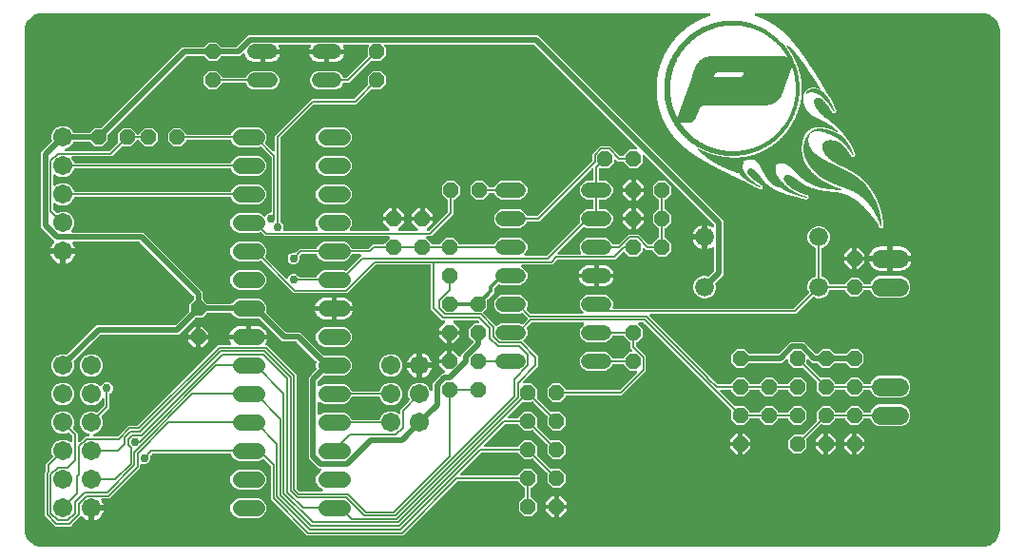
<source format=gbr>
G04 EAGLE Gerber RS-274X export*
G75*
%MOMM*%
%FSLAX34Y34*%
%LPD*%
%INTop Copper*%
%IPPOS*%
%AMOC8*
5,1,8,0,0,1.08239X$1,22.5*%
G01*
%ADD10P,1.429621X8X112.500000*%
%ADD11C,1.320800*%
%ADD12C,1.638300*%
%ADD13P,1.429621X8X292.500000*%
%ADD14P,1.429621X8X22.500000*%
%ADD15C,1.705100*%
%ADD16P,1.429621X8X202.500000*%
%ADD17C,1.441000*%
%ADD18C,1.676400*%
%ADD19C,0.152400*%
%ADD20C,0.508000*%
%ADD21C,0.756400*%
%ADD22C,0.304800*%

G36*
X863621Y10163D02*
X863621Y10163D01*
X863683Y10163D01*
X865506Y10283D01*
X865550Y10291D01*
X865594Y10292D01*
X865752Y10323D01*
X869275Y11267D01*
X869354Y11300D01*
X869436Y11323D01*
X869559Y11383D01*
X869569Y11388D01*
X869573Y11390D01*
X869581Y11394D01*
X872739Y13218D01*
X872807Y13269D01*
X872881Y13313D01*
X872984Y13403D01*
X872992Y13410D01*
X872995Y13413D01*
X873002Y13419D01*
X875581Y15998D01*
X875633Y16066D01*
X875693Y16127D01*
X875769Y16241D01*
X875776Y16249D01*
X875777Y16254D01*
X875782Y16261D01*
X877606Y19419D01*
X877639Y19498D01*
X877681Y19573D01*
X877725Y19702D01*
X877729Y19712D01*
X877730Y19717D01*
X877733Y19725D01*
X878677Y23248D01*
X878683Y23292D01*
X878696Y23334D01*
X878717Y23494D01*
X878837Y25317D01*
X878835Y25338D01*
X878839Y25400D01*
X878839Y469900D01*
X878837Y469921D01*
X878837Y469983D01*
X878717Y471806D01*
X878709Y471850D01*
X878708Y471894D01*
X878677Y472052D01*
X877733Y475575D01*
X877700Y475654D01*
X877677Y475736D01*
X877617Y475859D01*
X877612Y475869D01*
X877610Y475873D01*
X877606Y475881D01*
X875782Y479039D01*
X875731Y479107D01*
X875687Y479181D01*
X875597Y479284D01*
X875590Y479292D01*
X875587Y479295D01*
X875581Y479302D01*
X873002Y481881D01*
X872934Y481933D01*
X872873Y481993D01*
X872759Y482069D01*
X872751Y482076D01*
X872746Y482077D01*
X872739Y482082D01*
X869581Y483906D01*
X869502Y483939D01*
X869427Y483981D01*
X869298Y484025D01*
X869288Y484029D01*
X869283Y484030D01*
X869275Y484033D01*
X865752Y484977D01*
X865708Y484983D01*
X865666Y484996D01*
X865506Y485017D01*
X863683Y485137D01*
X863662Y485135D01*
X863600Y485139D01*
X661728Y485139D01*
X661600Y485123D01*
X661470Y485113D01*
X661442Y485103D01*
X661413Y485099D01*
X661292Y485052D01*
X661170Y485010D01*
X661145Y484993D01*
X661117Y484982D01*
X661012Y484906D01*
X660904Y484835D01*
X660884Y484813D01*
X660860Y484796D01*
X660777Y484696D01*
X660690Y484600D01*
X660676Y484573D01*
X660657Y484551D01*
X660602Y484434D01*
X660541Y484319D01*
X660534Y484290D01*
X660521Y484263D01*
X660497Y484136D01*
X660467Y484009D01*
X660467Y483980D01*
X660462Y483951D01*
X660470Y483821D01*
X660472Y483691D01*
X660480Y483663D01*
X660481Y483633D01*
X660521Y483510D01*
X660556Y483385D01*
X660570Y483359D01*
X660579Y483331D01*
X660649Y483221D01*
X660713Y483108D01*
X660734Y483087D01*
X660750Y483062D01*
X660844Y482973D01*
X660934Y482880D01*
X660960Y482864D01*
X660981Y482844D01*
X661095Y482781D01*
X661205Y482714D01*
X661245Y482698D01*
X661260Y482690D01*
X661281Y482685D01*
X661356Y482657D01*
X661393Y482645D01*
X661410Y482642D01*
X661481Y482619D01*
X661490Y482617D01*
X661510Y482609D01*
X661619Y482576D01*
X661648Y482564D01*
X661656Y482560D01*
X661659Y482559D01*
X661666Y482557D01*
X661717Y482540D01*
X661724Y482538D01*
X661737Y482533D01*
X661767Y482524D01*
X661797Y482518D01*
X661931Y482472D01*
X661940Y482470D01*
X661960Y482463D01*
X661987Y482454D01*
X661993Y482451D01*
X661999Y482450D01*
X662009Y482446D01*
X662117Y482409D01*
X662120Y482408D01*
X662172Y482390D01*
X662180Y482389D01*
X662194Y482383D01*
X662332Y482338D01*
X662338Y482335D01*
X662350Y482333D01*
X662351Y482332D01*
X662378Y482321D01*
X662499Y482282D01*
X662524Y482277D01*
X662620Y482243D01*
X662631Y482241D01*
X662653Y482232D01*
X662699Y482217D01*
X662700Y482216D01*
X662711Y482211D01*
X662716Y482210D01*
X662725Y482206D01*
X662824Y482171D01*
X662851Y482165D01*
X662987Y482115D01*
X662997Y482113D01*
X663016Y482105D01*
X663076Y482085D01*
X663082Y482083D01*
X663091Y482078D01*
X663095Y482077D01*
X663104Y482073D01*
X663172Y482049D01*
X663191Y482045D01*
X663346Y481988D01*
X663354Y481986D01*
X663370Y481979D01*
X663498Y481936D01*
X663504Y481933D01*
X663512Y481930D01*
X663516Y481930D01*
X663520Y481928D01*
X663529Y481926D01*
X663548Y481918D01*
X663792Y481834D01*
X663806Y481828D01*
X663811Y481825D01*
X663813Y481825D01*
X663817Y481823D01*
X664048Y481736D01*
X664056Y481734D01*
X664072Y481727D01*
X664149Y481700D01*
X664152Y481698D01*
X664158Y481697D01*
X664162Y481695D01*
X664177Y481688D01*
X664282Y481649D01*
X664288Y481647D01*
X664301Y481641D01*
X664493Y481572D01*
X664512Y481568D01*
X664704Y481493D01*
X664713Y481491D01*
X664730Y481483D01*
X664857Y481437D01*
X664872Y481433D01*
X665053Y481361D01*
X665063Y481358D01*
X665084Y481349D01*
X665117Y481337D01*
X665125Y481332D01*
X665130Y481331D01*
X665138Y481327D01*
X665257Y481279D01*
X665264Y481278D01*
X665280Y481271D01*
X665429Y481214D01*
X665430Y481214D01*
X665433Y481213D01*
X665457Y481204D01*
X665475Y481196D01*
X665591Y481151D01*
X665605Y481148D01*
X665648Y481130D01*
X665658Y481127D01*
X665680Y481118D01*
X665761Y481087D01*
X665785Y481075D01*
X665792Y481071D01*
X665795Y481070D01*
X665801Y481067D01*
X665916Y481020D01*
X665923Y481018D01*
X665937Y481012D01*
X665968Y481000D01*
X665997Y480992D01*
X666118Y480942D01*
X666128Y480939D01*
X666137Y480934D01*
X666142Y480932D01*
X666146Y480930D01*
X666149Y480929D01*
X666150Y480929D01*
X666156Y480926D01*
X666385Y480829D01*
X666393Y480827D01*
X666407Y480820D01*
X666703Y480702D01*
X666707Y480701D01*
X666708Y480701D01*
X666719Y480698D01*
X666741Y480687D01*
X666839Y480648D01*
X666873Y480631D01*
X666879Y480627D01*
X666882Y480626D01*
X666887Y480624D01*
X667017Y480568D01*
X667025Y480565D01*
X667041Y480558D01*
X667048Y480555D01*
X667080Y480546D01*
X667223Y480483D01*
X667233Y480480D01*
X667237Y480478D01*
X667242Y480475D01*
X667246Y480474D01*
X667252Y480471D01*
X667259Y480468D01*
X667267Y480464D01*
X667489Y480366D01*
X667496Y480364D01*
X667509Y480357D01*
X667732Y480264D01*
X667746Y480260D01*
X667791Y480240D01*
X667801Y480237D01*
X667822Y480226D01*
X667937Y480178D01*
X667974Y480158D01*
X667981Y480154D01*
X667984Y480153D01*
X667989Y480150D01*
X668045Y480125D01*
X668080Y480114D01*
X668240Y480041D01*
X668249Y480038D01*
X668268Y480028D01*
X668312Y480009D01*
X668320Y480004D01*
X668326Y480002D01*
X668337Y479996D01*
X668376Y479978D01*
X668379Y479978D01*
X668517Y479914D01*
X668524Y479912D01*
X668537Y479905D01*
X668723Y479823D01*
X668736Y479819D01*
X668784Y479797D01*
X668794Y479793D01*
X668813Y479783D01*
X668955Y479721D01*
X669004Y479694D01*
X669008Y479691D01*
X669009Y479691D01*
X669012Y479690D01*
X669018Y479686D01*
X669064Y479671D01*
X669275Y479570D01*
X669284Y479567D01*
X669303Y479557D01*
X669329Y479546D01*
X669335Y479542D01*
X669339Y479540D01*
X669348Y479535D01*
X669501Y479462D01*
X669507Y479460D01*
X669521Y479452D01*
X669583Y479424D01*
X669592Y479421D01*
X669631Y479402D01*
X669639Y479399D01*
X669655Y479390D01*
X669700Y479370D01*
X669706Y479367D01*
X669819Y479315D01*
X669823Y479313D01*
X669827Y479312D01*
X669837Y479308D01*
X669857Y479297D01*
X669953Y479253D01*
X669977Y479240D01*
X669985Y479234D01*
X669989Y479232D01*
X669997Y479228D01*
X670016Y479218D01*
X670023Y479216D01*
X670085Y479186D01*
X670092Y479183D01*
X670107Y479175D01*
X670271Y479098D01*
X670298Y479082D01*
X670307Y479076D01*
X670312Y479074D01*
X670321Y479069D01*
X670365Y479047D01*
X670370Y479046D01*
X670380Y479040D01*
X670387Y479037D01*
X670423Y479025D01*
X670617Y478927D01*
X670625Y478924D01*
X670640Y478916D01*
X670755Y478861D01*
X670779Y478853D01*
X670995Y478741D01*
X671005Y478738D01*
X671024Y478727D01*
X671059Y478710D01*
X671067Y478705D01*
X671071Y478703D01*
X671078Y478699D01*
X671175Y478649D01*
X671183Y478646D01*
X671197Y478638D01*
X671318Y478578D01*
X671330Y478571D01*
X671374Y478549D01*
X671377Y478549D01*
X671378Y478548D01*
X671387Y478544D01*
X671405Y478534D01*
X671658Y478409D01*
X671850Y478307D01*
X671859Y478304D01*
X671877Y478293D01*
X671966Y478248D01*
X671979Y478240D01*
X671989Y478233D01*
X671994Y478231D01*
X672004Y478225D01*
X672169Y478137D01*
X672175Y478134D01*
X672185Y478128D01*
X672221Y478110D01*
X672254Y478098D01*
X672414Y478011D01*
X672422Y478007D01*
X672439Y477997D01*
X672533Y477949D01*
X672539Y477947D01*
X672550Y477941D01*
X672560Y477937D01*
X672582Y477924D01*
X672600Y477914D01*
X672606Y477910D01*
X672610Y477908D01*
X672619Y477903D01*
X672682Y477868D01*
X672690Y477865D01*
X672707Y477854D01*
X672854Y477778D01*
X672876Y477764D01*
X672885Y477757D01*
X672889Y477756D01*
X672896Y477751D01*
X672988Y477700D01*
X672994Y477698D01*
X673005Y477691D01*
X673050Y477667D01*
X673070Y477660D01*
X673166Y477606D01*
X673174Y477603D01*
X673190Y477593D01*
X673289Y477540D01*
X673299Y477536D01*
X673326Y477521D01*
X673337Y477517D01*
X673357Y477504D01*
X673426Y477467D01*
X673446Y477454D01*
X673452Y477449D01*
X673455Y477448D01*
X673461Y477444D01*
X673485Y477430D01*
X673490Y477428D01*
X673597Y477368D01*
X673604Y477365D01*
X673619Y477356D01*
X673737Y477291D01*
X673752Y477279D01*
X673763Y477275D01*
X673784Y477261D01*
X673832Y477235D01*
X673848Y477229D01*
X673935Y477178D01*
X673942Y477175D01*
X673957Y477166D01*
X674070Y477104D01*
X674083Y477096D01*
X674173Y477046D01*
X674198Y477036D01*
X674438Y476894D01*
X674447Y476890D01*
X674464Y476879D01*
X674495Y476862D01*
X674501Y476857D01*
X674505Y476855D01*
X674511Y476851D01*
X674642Y476774D01*
X674648Y476771D01*
X674661Y476763D01*
X674726Y476726D01*
X674750Y476712D01*
X674759Y476706D01*
X674915Y476617D01*
X674929Y476612D01*
X674977Y476583D01*
X674986Y476579D01*
X675005Y476566D01*
X675040Y476546D01*
X675041Y476546D01*
X675048Y476540D01*
X675052Y476538D01*
X675058Y476534D01*
X675105Y476505D01*
X675113Y476502D01*
X675127Y476492D01*
X675344Y476367D01*
X675366Y476359D01*
X675747Y476122D01*
X675755Y476118D01*
X675771Y476107D01*
X676078Y475927D01*
X676108Y475905D01*
X676112Y475902D01*
X676114Y475901D01*
X676117Y475898D01*
X676198Y475847D01*
X676206Y475844D01*
X676220Y475834D01*
X676286Y475794D01*
X676301Y475787D01*
X676351Y475755D01*
X676360Y475751D01*
X676379Y475738D01*
X676487Y475673D01*
X676521Y475648D01*
X676527Y475643D01*
X676529Y475642D01*
X676534Y475639D01*
X676708Y475527D01*
X676714Y475524D01*
X676725Y475517D01*
X676949Y475379D01*
X676970Y475369D01*
X677052Y475315D01*
X677061Y475311D01*
X677080Y475298D01*
X677169Y475243D01*
X677195Y475223D01*
X677201Y475218D01*
X677204Y475217D01*
X677208Y475213D01*
X677313Y475145D01*
X677319Y475142D01*
X677330Y475134D01*
X677343Y475126D01*
X677384Y475107D01*
X677715Y474886D01*
X677722Y474882D01*
X677738Y474871D01*
X678056Y474668D01*
X678110Y474628D01*
X678122Y474616D01*
X678130Y474613D01*
X678144Y474602D01*
X678259Y474527D01*
X678300Y474507D01*
X678474Y474387D01*
X678482Y474383D01*
X678497Y474372D01*
X678499Y474370D01*
X678500Y474369D01*
X678510Y474363D01*
X678519Y474356D01*
X678766Y474186D01*
X678827Y474154D01*
X679071Y473981D01*
X679081Y473976D01*
X679101Y473961D01*
X679327Y473809D01*
X679410Y473745D01*
X679420Y473735D01*
X679426Y473732D01*
X679437Y473723D01*
X679734Y473518D01*
X679750Y473510D01*
X679804Y473471D01*
X679813Y473466D01*
X679830Y473452D01*
X679904Y473401D01*
X679925Y473384D01*
X679930Y473379D01*
X679933Y473377D01*
X679937Y473374D01*
X680146Y473222D01*
X680194Y473195D01*
X680488Y472977D01*
X680496Y472973D01*
X680511Y472960D01*
X680798Y472757D01*
X680855Y472710D01*
X680867Y472698D01*
X680874Y472694D01*
X680888Y472682D01*
X681111Y472520D01*
X681147Y472500D01*
X681288Y472392D01*
X681292Y472390D01*
X681297Y472385D01*
X681610Y472145D01*
X681667Y472111D01*
X681892Y471934D01*
X681901Y471928D01*
X681920Y471912D01*
X682138Y471750D01*
X682217Y471681D01*
X682227Y471670D01*
X682233Y471667D01*
X682244Y471657D01*
X682482Y471474D01*
X682502Y471462D01*
X682584Y471397D01*
X682592Y471392D01*
X682608Y471378D01*
X682701Y471306D01*
X682723Y471286D01*
X682729Y471279D01*
X682733Y471277D01*
X682739Y471272D01*
X682811Y471213D01*
X682847Y471191D01*
X683150Y470942D01*
X683154Y470940D01*
X683182Y470917D01*
X683189Y470912D01*
X683203Y470900D01*
X683546Y470630D01*
X683565Y470611D01*
X683570Y470606D01*
X683572Y470605D01*
X683576Y470601D01*
X683754Y470452D01*
X683760Y470448D01*
X683772Y470437D01*
X683916Y470320D01*
X683943Y470304D01*
X684258Y470034D01*
X684259Y470033D01*
X684261Y470031D01*
X684280Y470015D01*
X684283Y470013D01*
X684285Y470011D01*
X684288Y470009D01*
X684301Y469997D01*
X684583Y469765D01*
X684610Y469738D01*
X684615Y469733D01*
X684617Y469731D01*
X684621Y469728D01*
X684679Y469678D01*
X684685Y469673D01*
X684697Y469662D01*
X684804Y469572D01*
X684817Y469564D01*
X684860Y469526D01*
X684869Y469520D01*
X684885Y469504D01*
X684953Y469448D01*
X684972Y469428D01*
X684977Y469423D01*
X684979Y469421D01*
X684984Y469417D01*
X685040Y469367D01*
X685043Y469365D01*
X685209Y469218D01*
X685215Y469214D01*
X685225Y469204D01*
X685376Y469075D01*
X685393Y469064D01*
X685458Y469005D01*
X685466Y468999D01*
X685482Y468984D01*
X685568Y468910D01*
X685587Y468891D01*
X685593Y468883D01*
X685597Y468881D01*
X685603Y468875D01*
X685635Y468846D01*
X685641Y468842D01*
X685651Y468831D01*
X685689Y468798D01*
X685721Y468777D01*
X685837Y468670D01*
X685842Y468667D01*
X685845Y468663D01*
X685849Y468660D01*
X685857Y468651D01*
X686036Y468488D01*
X686042Y468483D01*
X686054Y468471D01*
X686131Y468403D01*
X686137Y468397D01*
X686410Y468156D01*
X686412Y468153D01*
X686415Y468150D01*
X686420Y468145D01*
X686593Y467983D01*
X686600Y467978D01*
X686613Y467965D01*
X686705Y467882D01*
X686714Y467872D01*
X686723Y467861D01*
X686727Y467858D01*
X686735Y467849D01*
X686782Y467805D01*
X686834Y467768D01*
X687108Y467504D01*
X687115Y467499D01*
X687130Y467484D01*
X687366Y467267D01*
X687412Y467218D01*
X687423Y467205D01*
X687430Y467199D01*
X687443Y467185D01*
X687577Y467059D01*
X687595Y467046D01*
X687669Y466974D01*
X687676Y466968D01*
X687691Y466952D01*
X687785Y466864D01*
X687807Y466840D01*
X687812Y466832D01*
X687815Y466830D01*
X687821Y466824D01*
X687946Y466701D01*
X687996Y466663D01*
X688270Y466386D01*
X688278Y466380D01*
X688291Y466366D01*
X688526Y466139D01*
X688566Y466095D01*
X688577Y466080D01*
X688584Y466075D01*
X688597Y466060D01*
X688663Y465995D01*
X688683Y465980D01*
X688777Y465884D01*
X688783Y465878D01*
X688796Y465864D01*
X688921Y465741D01*
X688947Y465711D01*
X688954Y465702D01*
X688957Y465699D01*
X688963Y465692D01*
X688976Y465679D01*
X689024Y465640D01*
X689324Y465325D01*
X689331Y465320D01*
X689343Y465305D01*
X689629Y465018D01*
X689640Y465004D01*
X689643Y465000D01*
X689644Y464999D01*
X689646Y464996D01*
X689782Y464850D01*
X689789Y464845D01*
X689801Y464831D01*
X689957Y464671D01*
X689966Y464663D01*
X690241Y464362D01*
X690245Y464359D01*
X690268Y464334D01*
X690275Y464328D01*
X690287Y464313D01*
X690564Y464023D01*
X690586Y463995D01*
X690588Y463993D01*
X690589Y463992D01*
X690590Y463991D01*
X690714Y463852D01*
X690720Y463847D01*
X690731Y463834D01*
X690865Y463690D01*
X690881Y463677D01*
X691165Y463354D01*
X691171Y463348D01*
X691182Y463335D01*
X691209Y463305D01*
X691210Y463303D01*
X691211Y463302D01*
X691224Y463288D01*
X691230Y463281D01*
X691362Y463137D01*
X691366Y463133D01*
X691374Y463123D01*
X691466Y463023D01*
X691495Y462984D01*
X691499Y462979D01*
X691500Y462978D01*
X691503Y462974D01*
X691528Y462946D01*
X691533Y462941D01*
X691542Y462930D01*
X691558Y462911D01*
X691578Y462894D01*
X691660Y462798D01*
X691667Y462792D01*
X691680Y462776D01*
X691765Y462680D01*
X691780Y462661D01*
X691786Y462651D01*
X691790Y462648D01*
X691795Y462640D01*
X691912Y462505D01*
X691916Y462501D01*
X691924Y462491D01*
X692185Y462194D01*
X692206Y462175D01*
X692273Y462095D01*
X692275Y462093D01*
X692279Y462087D01*
X692439Y461895D01*
X692445Y461889D01*
X692456Y461875D01*
X692468Y461862D01*
X692470Y461859D01*
X692474Y461855D01*
X692475Y461854D01*
X692483Y461842D01*
X692583Y461722D01*
X692636Y461672D01*
X692829Y461434D01*
X692837Y461426D01*
X692852Y461406D01*
X693018Y461212D01*
X693074Y461135D01*
X693082Y461122D01*
X693087Y461117D01*
X693096Y461105D01*
X693287Y460875D01*
X693294Y460869D01*
X693315Y460842D01*
X693322Y460835D01*
X693334Y460819D01*
X693451Y460677D01*
X693481Y460634D01*
X693486Y460627D01*
X693488Y460624D01*
X693492Y460619D01*
X693552Y460543D01*
X693594Y460502D01*
X693868Y460148D01*
X693874Y460143D01*
X693884Y460128D01*
X694146Y459805D01*
X694157Y459788D01*
X694158Y459785D01*
X694159Y459784D01*
X694161Y459783D01*
X694269Y459639D01*
X694275Y459633D01*
X694286Y459618D01*
X694445Y459418D01*
X694453Y459409D01*
X694712Y459060D01*
X694718Y459054D01*
X694729Y459039D01*
X694951Y458752D01*
X694982Y458705D01*
X694991Y458690D01*
X694996Y458684D01*
X695007Y458669D01*
X695235Y458368D01*
X695266Y458321D01*
X695274Y458305D01*
X695281Y458298D01*
X695292Y458280D01*
X695457Y458058D01*
X695461Y458054D01*
X695558Y457939D01*
X695706Y457784D01*
X695769Y457732D01*
X695826Y457674D01*
X695840Y457665D01*
X695976Y457514D01*
X695992Y457500D01*
X696034Y457455D01*
X696222Y457272D01*
X696304Y457166D01*
X696375Y457085D01*
X696386Y457075D01*
X696410Y457047D01*
X696600Y456848D01*
X696655Y456775D01*
X696851Y456548D01*
X696858Y456541D01*
X696872Y456524D01*
X697103Y456268D01*
X697110Y456263D01*
X697112Y456260D01*
X697123Y456249D01*
X697146Y456221D01*
X697191Y456172D01*
X697220Y456132D01*
X697222Y456129D01*
X697223Y456128D01*
X697225Y456125D01*
X697313Y456020D01*
X697320Y456013D01*
X697334Y455996D01*
X697410Y455909D01*
X697429Y455884D01*
X697434Y455875D01*
X697437Y455872D01*
X697442Y455865D01*
X697447Y455860D01*
X697495Y455815D01*
X697697Y455567D01*
X697705Y455559D01*
X697720Y455539D01*
X697919Y455309D01*
X697984Y455221D01*
X697991Y455209D01*
X697996Y455205D01*
X698004Y455194D01*
X698223Y454932D01*
X698229Y454926D01*
X698245Y454906D01*
X698252Y454899D01*
X698264Y454883D01*
X698333Y454800D01*
X698348Y454779D01*
X698352Y454771D01*
X698355Y454769D01*
X698359Y454763D01*
X698595Y454467D01*
X698630Y454433D01*
X698836Y454171D01*
X698841Y454165D01*
X698851Y454151D01*
X699056Y453900D01*
X699088Y453853D01*
X699097Y453838D01*
X699103Y453832D01*
X699114Y453816D01*
X699431Y453420D01*
X699434Y453417D01*
X699446Y453400D01*
X699452Y453395D01*
X699461Y453382D01*
X699472Y453368D01*
X699473Y453366D01*
X699475Y453364D01*
X699482Y453355D01*
X699490Y453344D01*
X699835Y452895D01*
X699837Y452892D01*
X699842Y452886D01*
X699859Y452864D01*
X699883Y452840D01*
X700054Y452614D01*
X700058Y452610D01*
X700066Y452598D01*
X700259Y452352D01*
X700278Y452323D01*
X700286Y452309D01*
X700291Y452303D01*
X700300Y452290D01*
X700321Y452263D01*
X700323Y452261D01*
X700326Y452255D01*
X700713Y451752D01*
X700716Y451747D01*
X700721Y451742D01*
X700730Y451727D01*
X701041Y451311D01*
X701063Y451289D01*
X701281Y450993D01*
X701284Y450990D01*
X701290Y450982D01*
X701507Y450695D01*
X701511Y450688D01*
X701520Y450671D01*
X701527Y450663D01*
X701540Y450643D01*
X701874Y450197D01*
X701875Y450196D01*
X701876Y450194D01*
X701880Y450190D01*
X701886Y450181D01*
X701904Y450157D01*
X701907Y450152D01*
X702268Y449658D01*
X702269Y449657D01*
X702272Y449652D01*
X702288Y449630D01*
X702290Y449628D01*
X702297Y449618D01*
X702299Y449616D01*
X702301Y449612D01*
X702323Y449583D01*
X702342Y449563D01*
X702528Y449305D01*
X702531Y449302D01*
X702536Y449294D01*
X702698Y449074D01*
X702701Y449070D01*
X702709Y449055D01*
X702714Y449049D01*
X702723Y449034D01*
X702747Y449002D01*
X702749Y449000D01*
X702751Y448996D01*
X703144Y448458D01*
X703148Y448452D01*
X703156Y448436D01*
X703163Y448428D01*
X703175Y448409D01*
X703241Y448317D01*
X703242Y448317D01*
X703319Y448209D01*
X703344Y448183D01*
X703744Y447622D01*
X703745Y447620D01*
X703748Y447615D01*
X703880Y447432D01*
X703893Y447419D01*
X703999Y447268D01*
X704002Y447264D01*
X704008Y447256D01*
X704141Y447071D01*
X704142Y447070D01*
X704149Y447055D01*
X704155Y447049D01*
X704164Y447033D01*
X704294Y446849D01*
X704296Y446847D01*
X704298Y446843D01*
X704685Y446300D01*
X704687Y446297D01*
X704696Y446279D01*
X704703Y446271D01*
X704716Y446250D01*
X704897Y445992D01*
X705024Y445813D01*
X705043Y445792D01*
X705443Y445216D01*
X705445Y445215D01*
X705447Y445211D01*
X705632Y444949D01*
X705644Y444936D01*
X705758Y444770D01*
X705761Y444767D01*
X705765Y444759D01*
X705834Y444661D01*
X705837Y444656D01*
X705844Y444648D01*
X705844Y444647D01*
X705856Y444627D01*
X706040Y444360D01*
X706042Y444358D01*
X706044Y444354D01*
X706425Y443807D01*
X706428Y443803D01*
X706436Y443785D01*
X706443Y443777D01*
X706456Y443756D01*
X706674Y443439D01*
X706799Y443258D01*
X706817Y443237D01*
X707212Y442658D01*
X707213Y442656D01*
X707215Y442653D01*
X707378Y442417D01*
X707387Y442406D01*
X707487Y442258D01*
X707490Y442255D01*
X707494Y442248D01*
X707599Y442096D01*
X707603Y442087D01*
X707609Y442079D01*
X707620Y442061D01*
X707780Y441823D01*
X707782Y441822D01*
X707784Y441818D01*
X708164Y441260D01*
X708171Y441245D01*
X708178Y441236D01*
X708191Y441215D01*
X708349Y440980D01*
X708350Y440979D01*
X708452Y440827D01*
X708467Y440810D01*
X708859Y440225D01*
X708860Y440224D01*
X708862Y440221D01*
X708966Y440067D01*
X708977Y440054D01*
X709122Y439836D01*
X709124Y439833D01*
X709128Y439827D01*
X709246Y439651D01*
X709251Y439641D01*
X709256Y439636D01*
X709264Y439621D01*
X709364Y439471D01*
X709365Y439469D01*
X709367Y439466D01*
X709745Y438901D01*
X709752Y438886D01*
X709759Y438878D01*
X709771Y438856D01*
X709843Y438747D01*
X710381Y437936D01*
X710406Y437908D01*
X710782Y437332D01*
X710784Y437330D01*
X710787Y437325D01*
X711148Y436781D01*
X711158Y436763D01*
X711165Y436746D01*
X711171Y436739D01*
X711182Y436720D01*
X711303Y436535D01*
X711328Y436505D01*
X711698Y435931D01*
X711700Y435928D01*
X711703Y435923D01*
X712059Y435378D01*
X712071Y435356D01*
X712079Y435340D01*
X712085Y435332D01*
X712095Y435314D01*
X712641Y434465D01*
X712642Y434465D01*
X712959Y433971D01*
X712979Y433948D01*
X713353Y433360D01*
X713354Y433358D01*
X713356Y433354D01*
X713708Y432808D01*
X713711Y432804D01*
X713733Y432770D01*
X713736Y432766D01*
X713738Y432762D01*
X713739Y432759D01*
X713740Y432759D01*
X713741Y432757D01*
X713742Y432756D01*
X713742Y432754D01*
X714090Y432202D01*
X714091Y432200D01*
X714094Y432196D01*
X714451Y431634D01*
X714452Y431632D01*
X714460Y431614D01*
X714467Y431605D01*
X714478Y431583D01*
X714805Y431062D01*
X714806Y431062D01*
X715191Y430449D01*
X715210Y430426D01*
X715577Y429834D01*
X715578Y429832D01*
X715581Y429828D01*
X715955Y429231D01*
X715958Y429227D01*
X716328Y428622D01*
X716330Y428620D01*
X716332Y428615D01*
X716678Y428058D01*
X716684Y428046D01*
X716692Y428028D01*
X716698Y428020D01*
X716709Y427998D01*
X717100Y427359D01*
X717125Y427319D01*
X717137Y427303D01*
X717505Y426697D01*
X717506Y426696D01*
X717507Y426693D01*
X717562Y426603D01*
X717574Y426588D01*
X717735Y426321D01*
X717737Y426318D01*
X717740Y426313D01*
X717861Y426114D01*
X717865Y426106D01*
X717871Y426097D01*
X717882Y426076D01*
X717936Y425986D01*
X717937Y425984D01*
X717939Y425981D01*
X718292Y425400D01*
X718297Y425387D01*
X718303Y425378D01*
X718314Y425357D01*
X718372Y425261D01*
X718392Y425228D01*
X718404Y425213D01*
X718736Y424655D01*
X718738Y424653D01*
X718740Y424649D01*
X718741Y424647D01*
X718769Y424600D01*
X718770Y424599D01*
X718771Y424597D01*
X718795Y424558D01*
X718806Y424543D01*
X718964Y424275D01*
X718966Y424273D01*
X718969Y424268D01*
X719117Y424021D01*
X719120Y424012D01*
X719127Y424003D01*
X719139Y423979D01*
X719164Y423937D01*
X719165Y423936D01*
X719166Y423933D01*
X719189Y423895D01*
X719190Y423894D01*
X719204Y423870D01*
X719205Y423868D01*
X719207Y423865D01*
X719516Y423347D01*
X719520Y423335D01*
X719527Y423327D01*
X719537Y423306D01*
X719570Y423250D01*
X719571Y423249D01*
X719585Y423225D01*
X719598Y423209D01*
X719919Y422661D01*
X719920Y422659D01*
X719922Y422655D01*
X719929Y422643D01*
X719930Y422642D01*
X719954Y422600D01*
X719955Y422599D01*
X719957Y422596D01*
X719981Y422554D01*
X719996Y422535D01*
X720169Y422236D01*
X720172Y422233D01*
X720175Y422226D01*
X720302Y422012D01*
X720306Y422001D01*
X720312Y421993D01*
X720322Y421973D01*
X720345Y421933D01*
X720346Y421931D01*
X720348Y421928D01*
X720695Y421336D01*
X720696Y421331D01*
X720701Y421325D01*
X720704Y421320D01*
X720712Y421303D01*
X720981Y420836D01*
X720995Y420818D01*
X721211Y420439D01*
X721213Y420437D01*
X721215Y420431D01*
X721383Y420142D01*
X721386Y420133D01*
X721393Y420124D01*
X721405Y420099D01*
X721515Y419908D01*
X721517Y419907D01*
X721533Y419877D01*
X721535Y419875D01*
X721537Y419870D01*
X721687Y419609D01*
X721691Y419601D01*
X721697Y419592D01*
X721706Y419573D01*
X721739Y419515D01*
X721751Y419498D01*
X722011Y419036D01*
X722013Y419034D01*
X722015Y419030D01*
X722227Y418658D01*
X722231Y418650D01*
X722303Y418522D01*
X722304Y418520D01*
X722307Y418515D01*
X722426Y418305D01*
X722430Y418299D01*
X722643Y417915D01*
X722644Y417914D01*
X722684Y417842D01*
X722686Y417840D01*
X722688Y417834D01*
X722884Y417486D01*
X722887Y417479D01*
X722895Y417468D01*
X722907Y417441D01*
X722969Y417332D01*
X722972Y417328D01*
X723015Y417249D01*
X723016Y417247D01*
X723019Y417241D01*
X723114Y417072D01*
X723115Y417070D01*
X723116Y417068D01*
X723123Y417055D01*
X723129Y417044D01*
X723256Y416812D01*
X723259Y416808D01*
X723375Y416597D01*
X723376Y416595D01*
X723377Y416592D01*
X723392Y416566D01*
X723398Y416557D01*
X723482Y416403D01*
X723484Y416400D01*
X723487Y416395D01*
X723500Y416371D01*
X723500Y416370D01*
X723507Y416357D01*
X723510Y416353D01*
X723516Y416340D01*
X723518Y416338D01*
X723521Y416333D01*
X723649Y416100D01*
X723652Y416096D01*
X723766Y415886D01*
X723770Y415880D01*
X723897Y415644D01*
X723899Y415642D01*
X723902Y415636D01*
X723957Y415536D01*
X723961Y415527D01*
X724073Y415323D01*
X724075Y415316D01*
X724081Y415308D01*
X724090Y415287D01*
X724114Y415245D01*
X724123Y415232D01*
X724222Y415048D01*
X724224Y415044D01*
X724264Y414969D01*
X724266Y414967D01*
X724269Y414960D01*
X724323Y414860D01*
X724325Y414856D01*
X724329Y414849D01*
X724331Y414847D01*
X724338Y414830D01*
X724365Y414780D01*
X724371Y414772D01*
X724508Y414515D01*
X724514Y414506D01*
X724583Y414376D01*
X724585Y414373D01*
X724588Y414366D01*
X724688Y414181D01*
X724694Y414169D01*
X724767Y414035D01*
X724777Y414020D01*
X724822Y413956D01*
X724865Y413876D01*
X724917Y413813D01*
X724939Y413780D01*
X724975Y413708D01*
X725069Y413587D01*
X725072Y413584D01*
X725073Y413583D01*
X725074Y413581D01*
X725151Y413494D01*
X725182Y413467D01*
X725207Y413435D01*
X725244Y413406D01*
X725281Y413355D01*
X725295Y413339D01*
X725355Y413263D01*
X725554Y413037D01*
X725558Y413033D01*
X725564Y413025D01*
X725567Y413022D01*
X725641Y412900D01*
X725746Y412749D01*
X725761Y412733D01*
X725807Y412669D01*
X725921Y412530D01*
X725932Y412500D01*
X725976Y412426D01*
X725978Y412421D01*
X725987Y412408D01*
X726015Y412362D01*
X726030Y412341D01*
X726042Y412327D01*
X726046Y412321D01*
X726051Y412313D01*
X726053Y412311D01*
X726069Y412288D01*
X726072Y412283D01*
X726110Y412245D01*
X726142Y412201D01*
X726173Y412175D01*
X726252Y412056D01*
X726266Y412039D01*
X726304Y411983D01*
X726391Y411871D01*
X726421Y411841D01*
X726430Y411827D01*
X726436Y411819D01*
X726438Y411816D01*
X726445Y411806D01*
X726450Y411801D01*
X726500Y411727D01*
X726567Y411640D01*
X726573Y411623D01*
X726627Y411526D01*
X726627Y411525D01*
X726629Y411521D01*
X726651Y411482D01*
X726671Y411451D01*
X726684Y411436D01*
X726687Y411431D01*
X726690Y411425D01*
X726692Y411423D01*
X726714Y411389D01*
X726951Y411063D01*
X726964Y411038D01*
X727159Y410721D01*
X727171Y410706D01*
X727199Y410660D01*
X727248Y410589D01*
X727283Y410550D01*
X727312Y410505D01*
X727316Y410501D01*
X727331Y410476D01*
X727344Y410459D01*
X727382Y410397D01*
X727441Y410312D01*
X727511Y410173D01*
X727535Y410133D01*
X727547Y410118D01*
X727572Y410074D01*
X727709Y409869D01*
X727721Y409831D01*
X727783Y409719D01*
X727789Y409707D01*
X727793Y409702D01*
X727799Y409690D01*
X727822Y409654D01*
X727863Y409606D01*
X727896Y409551D01*
X727911Y409536D01*
X727993Y409393D01*
X728004Y409378D01*
X728029Y409332D01*
X728162Y409125D01*
X728182Y409101D01*
X728188Y409092D01*
X728222Y409031D01*
X728246Y408994D01*
X728289Y408902D01*
X728384Y408727D01*
X728395Y408713D01*
X728417Y408671D01*
X728504Y408528D01*
X728505Y408527D01*
X728572Y408381D01*
X728599Y408332D01*
X728607Y408321D01*
X728621Y408293D01*
X728690Y408177D01*
X728731Y408124D01*
X728764Y408065D01*
X728767Y408062D01*
X728826Y407951D01*
X728836Y407936D01*
X728847Y407913D01*
X728851Y407903D01*
X728856Y407898D01*
X728857Y407894D01*
X728865Y407882D01*
X728873Y407866D01*
X728985Y407676D01*
X728999Y407657D01*
X729001Y407653D01*
X729013Y407636D01*
X729040Y407582D01*
X729074Y407524D01*
X729117Y407425D01*
X729200Y407260D01*
X729210Y407247D01*
X729228Y407209D01*
X729336Y407018D01*
X729337Y407015D01*
X729380Y406912D01*
X729386Y406897D01*
X729391Y406888D01*
X729400Y406867D01*
X729412Y406843D01*
X729464Y406766D01*
X729508Y406684D01*
X729595Y406508D01*
X729603Y406495D01*
X729619Y406461D01*
X729672Y406365D01*
X729699Y406327D01*
X729734Y406255D01*
X729743Y406239D01*
X729764Y406196D01*
X729853Y406032D01*
X729854Y406029D01*
X729871Y405986D01*
X729873Y405976D01*
X729890Y405939D01*
X729914Y405879D01*
X729918Y405871D01*
X729923Y405863D01*
X729926Y405855D01*
X729930Y405849D01*
X729939Y405829D01*
X730078Y405564D01*
X730085Y405554D01*
X730085Y405552D01*
X730094Y405538D01*
X730112Y405499D01*
X730140Y405446D01*
X730164Y405385D01*
X730238Y405226D01*
X730280Y405160D01*
X730390Y404919D01*
X730397Y404907D01*
X730412Y404873D01*
X730594Y404515D01*
X730604Y404487D01*
X730616Y404451D01*
X730627Y404434D01*
X730704Y404260D01*
X730711Y404248D01*
X730725Y404215D01*
X730809Y404044D01*
X730815Y404035D01*
X730939Y403750D01*
X730941Y403747D01*
X730973Y403673D01*
X730980Y403661D01*
X730993Y403630D01*
X731028Y403555D01*
X731029Y403553D01*
X731177Y403245D01*
X731187Y403218D01*
X731283Y402990D01*
X731290Y402977D01*
X731302Y402945D01*
X731353Y402837D01*
X731373Y402804D01*
X731507Y402479D01*
X731514Y402466D01*
X731527Y402432D01*
X731530Y402426D01*
X731532Y402420D01*
X731536Y402413D01*
X731539Y402407D01*
X731547Y402386D01*
X731653Y402153D01*
X731654Y402148D01*
X731694Y402039D01*
X731699Y402022D01*
X731703Y402015D01*
X731710Y401997D01*
X731818Y401752D01*
X731854Y401654D01*
X731859Y401636D01*
X731863Y401628D01*
X731870Y401609D01*
X731974Y401371D01*
X732005Y401319D01*
X732027Y401262D01*
X732085Y401184D01*
X732282Y400643D01*
X732307Y400595D01*
X732321Y400550D01*
X732337Y400525D01*
X732353Y400482D01*
X732373Y400455D01*
X732542Y399962D01*
X732551Y399945D01*
X732568Y399893D01*
X732710Y399547D01*
X732716Y399536D01*
X732720Y399525D01*
X732726Y399513D01*
X732732Y399494D01*
X732846Y399216D01*
X732853Y399205D01*
X732908Y399086D01*
X732951Y399009D01*
X732952Y398999D01*
X732977Y398930D01*
X732992Y398858D01*
X733055Y398709D01*
X733133Y398553D01*
X733133Y398542D01*
X733131Y398527D01*
X733142Y398388D01*
X732835Y397759D01*
X732834Y397756D01*
X732832Y397754D01*
X732772Y397605D01*
X732556Y396959D01*
X732548Y396951D01*
X732536Y396942D01*
X732445Y396836D01*
X731784Y396608D01*
X731781Y396607D01*
X731778Y396607D01*
X731630Y396544D01*
X731020Y396240D01*
X731010Y396239D01*
X730994Y396242D01*
X730855Y396231D01*
X730227Y396538D01*
X730224Y396539D01*
X730222Y396540D01*
X730072Y396601D01*
X729427Y396817D01*
X729419Y396824D01*
X729410Y396837D01*
X729303Y396928D01*
X729076Y397589D01*
X729075Y397592D01*
X729074Y397594D01*
X729012Y397743D01*
X728886Y397995D01*
X728878Y398007D01*
X728862Y398040D01*
X728631Y398461D01*
X728624Y398471D01*
X728611Y398496D01*
X728359Y398920D01*
X728358Y398922D01*
X728356Y398926D01*
X728233Y399132D01*
X728231Y399134D01*
X728227Y399140D01*
X727927Y399633D01*
X727924Y399637D01*
X727919Y399645D01*
X727877Y399713D01*
X727873Y399718D01*
X727867Y399729D01*
X727672Y400031D01*
X727671Y400031D01*
X727479Y400329D01*
X727474Y400334D01*
X727467Y400346D01*
X727284Y400620D01*
X727280Y400624D01*
X727273Y400635D01*
X727040Y400973D01*
X727039Y400974D01*
X726780Y401348D01*
X726776Y401353D01*
X726768Y401364D01*
X726518Y401713D01*
X726514Y401718D01*
X726506Y401729D01*
X726233Y402098D01*
X726232Y402099D01*
X725891Y402558D01*
X725886Y402563D01*
X725878Y402575D01*
X725551Y403000D01*
X725546Y403005D01*
X725538Y403017D01*
X725207Y403432D01*
X724909Y403805D01*
X724905Y403809D01*
X724898Y403819D01*
X724637Y404136D01*
X724634Y404140D01*
X724627Y404148D01*
X724298Y404538D01*
X724298Y404539D01*
X724033Y404854D01*
X724029Y404857D01*
X724022Y404867D01*
X723750Y405180D01*
X723746Y405184D01*
X723739Y405192D01*
X723418Y405553D01*
X723418Y405554D01*
X723050Y405967D01*
X723045Y405972D01*
X723036Y405983D01*
X722685Y406363D01*
X722680Y406368D01*
X722671Y406379D01*
X722302Y406766D01*
X722302Y406767D01*
X722301Y406767D01*
X721994Y407089D01*
X721990Y407092D01*
X721982Y407101D01*
X721705Y407384D01*
X721701Y407387D01*
X721693Y407396D01*
X721374Y407713D01*
X721373Y407713D01*
X721066Y408018D01*
X721061Y408021D01*
X721052Y408031D01*
X720771Y408301D01*
X720766Y408306D01*
X720755Y408317D01*
X720443Y408607D01*
X720430Y408616D01*
X720419Y408628D01*
X720292Y408727D01*
X720283Y408733D01*
X720281Y408734D01*
X720278Y408736D01*
X720101Y408855D01*
X720093Y408859D01*
X720078Y408870D01*
X719934Y408963D01*
X719925Y408967D01*
X719906Y408980D01*
X719712Y409097D01*
X719711Y409098D01*
X719710Y409099D01*
X719472Y409242D01*
X719461Y409247D01*
X719437Y409262D01*
X719263Y409360D01*
X719249Y409366D01*
X719217Y409384D01*
X719008Y409491D01*
X719007Y409491D01*
X718861Y409565D01*
X718851Y409569D01*
X718830Y409580D01*
X718710Y409637D01*
X718699Y409640D01*
X718676Y409652D01*
X718550Y409707D01*
X718549Y409708D01*
X718390Y409777D01*
X718377Y409780D01*
X718349Y409794D01*
X718235Y409839D01*
X718221Y409842D01*
X718190Y409855D01*
X718035Y409909D01*
X718035Y409910D01*
X717924Y409948D01*
X717911Y409951D01*
X717882Y409962D01*
X717793Y409990D01*
X717778Y409993D01*
X717742Y410005D01*
X717625Y410036D01*
X717624Y410036D01*
X717623Y410036D01*
X717485Y410073D01*
X717467Y410075D01*
X717421Y410088D01*
X717331Y410107D01*
X717313Y410108D01*
X717264Y410119D01*
X717123Y410140D01*
X717122Y410140D01*
X717121Y410141D01*
X717007Y410158D01*
X716988Y410158D01*
X716938Y410167D01*
X716878Y410172D01*
X716858Y410172D01*
X716799Y410178D01*
X716678Y410182D01*
X716677Y410182D01*
X716675Y410182D01*
X716557Y410185D01*
X716536Y410183D01*
X716473Y410185D01*
X716431Y410184D01*
X716410Y410180D01*
X716339Y410177D01*
X716240Y410166D01*
X716239Y410166D01*
X716142Y410156D01*
X716122Y410151D01*
X716115Y410150D01*
X716108Y410150D01*
X716096Y410148D01*
X716062Y410144D01*
X716036Y410140D01*
X716016Y410133D01*
X715950Y410121D01*
X715861Y410100D01*
X715860Y410099D01*
X715859Y410099D01*
X715761Y410074D01*
X715740Y410066D01*
X715705Y410057D01*
X715697Y410056D01*
X715688Y410053D01*
X715666Y410047D01*
X715644Y410040D01*
X715625Y410030D01*
X715545Y410002D01*
X715461Y409966D01*
X715347Y409917D01*
X715329Y409906D01*
X715241Y409865D01*
X715209Y409848D01*
X715192Y409836D01*
X715109Y409787D01*
X715000Y409715D01*
X715000Y409714D01*
X714999Y409714D01*
X714921Y409661D01*
X714905Y409648D01*
X714851Y409611D01*
X714818Y409585D01*
X714804Y409571D01*
X714758Y409536D01*
X714669Y409457D01*
X714668Y409457D01*
X714617Y409411D01*
X714606Y409399D01*
X714575Y409373D01*
X714544Y409343D01*
X714534Y409330D01*
X714504Y409302D01*
X714481Y409279D01*
X714480Y409278D01*
X714294Y409081D01*
X714281Y409063D01*
X714231Y409009D01*
X714145Y408903D01*
X714133Y408884D01*
X714085Y408823D01*
X713989Y408684D01*
X713988Y408683D01*
X713891Y408541D01*
X713881Y408523D01*
X713847Y408473D01*
X713802Y408398D01*
X713793Y408379D01*
X713762Y408327D01*
X713697Y408201D01*
X713697Y408200D01*
X713696Y408198D01*
X713650Y408109D01*
X713644Y408092D01*
X713623Y408053D01*
X713598Y407997D01*
X713593Y407981D01*
X713574Y407940D01*
X713530Y407828D01*
X713530Y407827D01*
X713501Y407756D01*
X713497Y407740D01*
X713481Y407701D01*
X713466Y407657D01*
X713463Y407641D01*
X713449Y407603D01*
X713421Y407505D01*
X713420Y407504D01*
X713420Y407502D01*
X713389Y407397D01*
X713386Y407379D01*
X713373Y407335D01*
X713362Y407286D01*
X713360Y407269D01*
X713348Y407223D01*
X713326Y407102D01*
X713304Y406979D01*
X713303Y406959D01*
X713292Y406902D01*
X713282Y406817D01*
X713282Y406797D01*
X713276Y406740D01*
X713268Y406603D01*
X713268Y406602D01*
X713268Y406600D01*
X713262Y406495D01*
X713263Y406480D01*
X713260Y406445D01*
X713259Y406377D01*
X713261Y406362D01*
X713260Y406326D01*
X713262Y406221D01*
X713262Y406220D01*
X713266Y406061D01*
X713269Y406041D01*
X713271Y405987D01*
X713280Y405872D01*
X713284Y405854D01*
X713288Y405804D01*
X713314Y405613D01*
X713334Y405475D01*
X713338Y405458D01*
X713343Y405416D01*
X713366Y405294D01*
X713371Y405279D01*
X713378Y405241D01*
X713420Y405059D01*
X713420Y405058D01*
X713472Y404837D01*
X713478Y404820D01*
X713489Y404771D01*
X713541Y404594D01*
X713548Y404579D01*
X713559Y404539D01*
X713635Y404317D01*
X713635Y404316D01*
X713734Y404026D01*
X713742Y404010D01*
X713757Y403966D01*
X713846Y403742D01*
X713854Y403729D01*
X713867Y403694D01*
X714000Y403398D01*
X714000Y403397D01*
X714150Y403065D01*
X714159Y403051D01*
X714175Y403012D01*
X714326Y402715D01*
X714333Y402704D01*
X714347Y402676D01*
X714583Y402248D01*
X714739Y401966D01*
X714747Y401955D01*
X714762Y401926D01*
X714971Y401578D01*
X714978Y401569D01*
X714989Y401548D01*
X715212Y401199D01*
X715213Y401199D01*
X715573Y400634D01*
X715582Y400624D01*
X715600Y400595D01*
X715952Y400086D01*
X715957Y400081D01*
X715965Y400068D01*
X716375Y399497D01*
X716657Y399104D01*
X716661Y399100D01*
X716668Y399090D01*
X716937Y398726D01*
X716938Y398725D01*
X716939Y398723D01*
X717171Y398413D01*
X717455Y398031D01*
X717487Y397998D01*
X717760Y397627D01*
X717762Y397625D01*
X717902Y397434D01*
X717905Y397431D01*
X717910Y397424D01*
X718272Y396942D01*
X718296Y396904D01*
X718305Y396888D01*
X718311Y396881D01*
X718322Y396863D01*
X718403Y396754D01*
X718418Y396738D01*
X718474Y396665D01*
X718707Y396402D01*
X718722Y396389D01*
X718757Y396348D01*
X719104Y395999D01*
X719104Y395998D01*
X719387Y395714D01*
X719398Y395705D01*
X719422Y395680D01*
X719724Y395398D01*
X719734Y395392D01*
X719751Y395374D01*
X720121Y395050D01*
X720121Y395049D01*
X720362Y394837D01*
X720368Y394834D01*
X720377Y394825D01*
X720605Y394631D01*
X720608Y394628D01*
X720615Y394622D01*
X720833Y394440D01*
X720834Y394440D01*
X721221Y394117D01*
X721227Y394113D01*
X721236Y394105D01*
X721604Y393808D01*
X721607Y393806D01*
X721612Y393801D01*
X722039Y393462D01*
X722738Y392907D01*
X722743Y392904D01*
X722753Y392895D01*
X723555Y392278D01*
X723556Y392277D01*
X724195Y391787D01*
X724804Y391320D01*
X724816Y391313D01*
X725318Y390926D01*
X725322Y390924D01*
X725484Y390799D01*
X725486Y390798D01*
X725488Y390796D01*
X725839Y390527D01*
X725841Y390526D01*
X725877Y390498D01*
X725879Y390497D01*
X725883Y390493D01*
X725954Y390439D01*
X725961Y390433D01*
X726309Y390163D01*
X726310Y390163D01*
X726312Y390161D01*
X726367Y390118D01*
X726398Y390101D01*
X726797Y389786D01*
X726801Y389784D01*
X726807Y389779D01*
X726955Y389665D01*
X726959Y389660D01*
X726968Y389654D01*
X726971Y389653D01*
X726991Y389635D01*
X727458Y389273D01*
X727471Y389261D01*
X727485Y389247D01*
X727494Y389241D01*
X727512Y389225D01*
X727612Y389146D01*
X727650Y389123D01*
X728178Y388701D01*
X728181Y388699D01*
X728187Y388695D01*
X728356Y388562D01*
X728400Y388535D01*
X728624Y388351D01*
X728631Y388347D01*
X728645Y388334D01*
X728713Y388281D01*
X728720Y388274D01*
X728727Y388266D01*
X728731Y388264D01*
X728738Y388258D01*
X728903Y388122D01*
X728908Y388119D01*
X728916Y388111D01*
X729377Y387743D01*
X729439Y387685D01*
X729450Y387674D01*
X729456Y387669D01*
X729468Y387658D01*
X729503Y387629D01*
X729540Y387606D01*
X729935Y387277D01*
X729977Y387250D01*
X730288Y386985D01*
X730294Y386981D01*
X730305Y386971D01*
X730565Y386757D01*
X730586Y386737D01*
X730599Y386723D01*
X730607Y386718D01*
X730623Y386702D01*
X730810Y386546D01*
X730829Y386534D01*
X730928Y386448D01*
X730935Y386443D01*
X730947Y386432D01*
X731009Y386380D01*
X731016Y386372D01*
X731023Y386367D01*
X731035Y386355D01*
X731234Y386183D01*
X731284Y386150D01*
X731572Y385894D01*
X731579Y385890D01*
X731592Y385877D01*
X731828Y385676D01*
X731864Y385641D01*
X731875Y385627D01*
X731883Y385622D01*
X731897Y385608D01*
X732170Y385372D01*
X732185Y385362D01*
X732244Y385307D01*
X732252Y385302D01*
X732268Y385287D01*
X732297Y385262D01*
X732299Y385260D01*
X732304Y385253D01*
X732306Y385252D01*
X732311Y385247D01*
X732637Y384950D01*
X732696Y384909D01*
X732939Y384681D01*
X732948Y384675D01*
X732964Y384659D01*
X733146Y384497D01*
X733196Y384445D01*
X733207Y384432D01*
X733214Y384427D01*
X733226Y384414D01*
X733520Y384146D01*
X733532Y384138D01*
X733570Y384102D01*
X733578Y384095D01*
X733595Y384078D01*
X733658Y384021D01*
X733677Y384000D01*
X733681Y383995D01*
X733683Y383994D01*
X733686Y383990D01*
X733884Y383800D01*
X733937Y383761D01*
X734206Y383496D01*
X734214Y383490D01*
X734229Y383474D01*
X734466Y383252D01*
X734518Y383195D01*
X734529Y383182D01*
X734535Y383177D01*
X734548Y383163D01*
X734607Y383106D01*
X734632Y383087D01*
X734733Y382986D01*
X734741Y382980D01*
X734755Y382964D01*
X734867Y382857D01*
X734896Y382823D01*
X734902Y382815D01*
X734905Y382813D01*
X734911Y382807D01*
X734921Y382796D01*
X734976Y382753D01*
X735255Y382464D01*
X735263Y382457D01*
X735266Y382455D01*
X735268Y382451D01*
X735271Y382449D01*
X735278Y382441D01*
X735297Y382423D01*
X735303Y382416D01*
X735563Y382159D01*
X735596Y382119D01*
X735672Y382040D01*
X735679Y382034D01*
X735692Y382019D01*
X735816Y381893D01*
X735840Y381875D01*
X735896Y381814D01*
X735903Y381809D01*
X735913Y381795D01*
X736101Y381593D01*
X736166Y381521D01*
X736173Y381516D01*
X736186Y381501D01*
X736363Y381318D01*
X736371Y381311D01*
X736385Y381296D01*
X736395Y381288D01*
X736414Y381265D01*
X736465Y381212D01*
X736497Y381172D01*
X736532Y381133D01*
X736539Y381127D01*
X736553Y381110D01*
X736640Y381019D01*
X736665Y380998D01*
X736723Y380932D01*
X736734Y380923D01*
X736747Y380908D01*
X736757Y380894D01*
X736758Y380893D01*
X736759Y380892D01*
X736962Y380661D01*
X736969Y380655D01*
X736983Y380638D01*
X737122Y380487D01*
X737132Y380479D01*
X737148Y380459D01*
X737243Y380357D01*
X737285Y380303D01*
X737294Y380290D01*
X737300Y380284D01*
X737311Y380270D01*
X737328Y380252D01*
X737358Y380226D01*
X737445Y380123D01*
X737454Y380115D01*
X737472Y380093D01*
X737533Y380025D01*
X737558Y379990D01*
X737559Y379989D01*
X737560Y379989D01*
X737560Y379988D01*
X737695Y379829D01*
X737701Y379823D01*
X737712Y379809D01*
X737761Y379753D01*
X737794Y379724D01*
X737887Y379611D01*
X737897Y379602D01*
X737914Y379579D01*
X738001Y379481D01*
X738015Y379468D01*
X738144Y379307D01*
X738154Y379298D01*
X738174Y379272D01*
X738207Y379233D01*
X738231Y379199D01*
X738295Y379120D01*
X738302Y379113D01*
X738316Y379095D01*
X738335Y379072D01*
X738356Y379053D01*
X738407Y378988D01*
X738416Y378979D01*
X738430Y378961D01*
X738430Y378960D01*
X738431Y378960D01*
X738434Y378956D01*
X738454Y378931D01*
X738461Y378922D01*
X738473Y378909D01*
X738486Y378896D01*
X738506Y378871D01*
X738516Y378860D01*
X738537Y378832D01*
X738601Y378756D01*
X738609Y378745D01*
X738645Y378692D01*
X738647Y378689D01*
X738651Y378685D01*
X738654Y378681D01*
X738660Y378675D01*
X738672Y378659D01*
X738854Y378438D01*
X738864Y378422D01*
X738997Y378250D01*
X739004Y378243D01*
X739016Y378225D01*
X739170Y378034D01*
X739173Y378031D01*
X739177Y378025D01*
X739189Y378010D01*
X739196Y378000D01*
X739198Y377996D01*
X739199Y377995D01*
X739201Y377992D01*
X739290Y377873D01*
X739297Y377866D01*
X739310Y377848D01*
X739322Y377832D01*
X739325Y377827D01*
X739328Y377824D01*
X739331Y377819D01*
X739435Y377680D01*
X739440Y377675D01*
X739450Y377662D01*
X739702Y377339D01*
X739725Y377304D01*
X739729Y377295D01*
X739732Y377293D01*
X739736Y377286D01*
X739778Y377230D01*
X739782Y377226D01*
X739789Y377216D01*
X739840Y377148D01*
X739859Y377129D01*
X739940Y377018D01*
X739946Y377012D01*
X739957Y376995D01*
X739996Y376945D01*
X739998Y376942D01*
X740003Y376933D01*
X740006Y376930D01*
X740010Y376922D01*
X740162Y376715D01*
X740166Y376710D01*
X740173Y376700D01*
X740351Y376463D01*
X740365Y376449D01*
X740413Y376382D01*
X740419Y376375D01*
X740431Y376357D01*
X740464Y376313D01*
X740468Y376308D01*
X740472Y376299D01*
X740475Y376296D01*
X740479Y376289D01*
X740545Y376197D01*
X740550Y376192D01*
X740558Y376179D01*
X740654Y376050D01*
X740677Y376026D01*
X740915Y375685D01*
X740921Y375678D01*
X740932Y375662D01*
X741131Y375390D01*
X741159Y375344D01*
X741168Y375328D01*
X741174Y375320D01*
X741186Y375302D01*
X741197Y375286D01*
X741217Y375264D01*
X741306Y375134D01*
X741312Y375128D01*
X741322Y375111D01*
X741464Y374913D01*
X741469Y374907D01*
X741588Y374729D01*
X741693Y374608D01*
X741794Y374491D01*
X741795Y374490D01*
X741796Y374489D01*
X741809Y374480D01*
X741826Y374459D01*
X741840Y374446D01*
X741902Y374375D01*
X741956Y374299D01*
X741990Y374257D01*
X742006Y374242D01*
X742060Y374178D01*
X742153Y374081D01*
X742222Y373994D01*
X742237Y373978D01*
X742292Y373913D01*
X742330Y373872D01*
X742347Y373858D01*
X742362Y373843D01*
X742423Y373768D01*
X742439Y373751D01*
X742451Y373729D01*
X742528Y373632D01*
X742531Y373627D01*
X742536Y373620D01*
X742542Y373615D01*
X742551Y373603D01*
X742624Y373523D01*
X742637Y373497D01*
X742713Y373399D01*
X742721Y373386D01*
X742726Y373382D01*
X742735Y373370D01*
X742764Y373338D01*
X742797Y373308D01*
X742824Y373274D01*
X742843Y373259D01*
X742863Y373232D01*
X742878Y373216D01*
X742932Y373146D01*
X743073Y372986D01*
X743083Y372970D01*
X743197Y372809D01*
X743212Y372794D01*
X743263Y372725D01*
X743278Y372707D01*
X743332Y372619D01*
X743392Y372535D01*
X743406Y372520D01*
X743442Y372469D01*
X743567Y372316D01*
X743596Y372288D01*
X743600Y372283D01*
X743648Y372216D01*
X743666Y372194D01*
X743675Y372173D01*
X743745Y372073D01*
X743753Y372060D01*
X743758Y372054D01*
X743767Y372041D01*
X743815Y371981D01*
X743847Y371949D01*
X743873Y371913D01*
X743879Y371908D01*
X743985Y371747D01*
X744000Y371729D01*
X744044Y371664D01*
X744246Y371403D01*
X744271Y371357D01*
X744407Y371144D01*
X744420Y371127D01*
X744457Y371070D01*
X744585Y370897D01*
X744600Y370881D01*
X744756Y370625D01*
X744769Y370608D01*
X744807Y370548D01*
X744944Y370355D01*
X744959Y370314D01*
X745027Y370200D01*
X745032Y370189D01*
X745036Y370185D01*
X745042Y370175D01*
X745063Y370144D01*
X745099Y370103D01*
X745125Y370062D01*
X745135Y370044D01*
X745149Y370027D01*
X745185Y369967D01*
X745194Y369953D01*
X745227Y369888D01*
X745278Y369801D01*
X745333Y369729D01*
X745379Y369652D01*
X745390Y369641D01*
X745460Y369519D01*
X745472Y369502D01*
X745506Y369443D01*
X745618Y369274D01*
X745631Y369233D01*
X745694Y369119D01*
X745699Y369107D01*
X745703Y369102D01*
X745708Y369092D01*
X745821Y368913D01*
X745842Y368889D01*
X745848Y368878D01*
X745860Y368861D01*
X745880Y368824D01*
X745882Y368819D01*
X745889Y368808D01*
X745908Y368765D01*
X746024Y368552D01*
X746077Y368478D01*
X746121Y368399D01*
X746129Y368390D01*
X746160Y368330D01*
X746172Y368313D01*
X746203Y368255D01*
X746296Y368104D01*
X746297Y368100D01*
X746361Y367953D01*
X746382Y367914D01*
X746392Y367899D01*
X746412Y367858D01*
X746599Y367538D01*
X746616Y367515D01*
X746777Y367189D01*
X746788Y367173D01*
X746811Y367125D01*
X746849Y367058D01*
X746854Y367047D01*
X746873Y367013D01*
X746905Y366970D01*
X746929Y366923D01*
X746936Y366916D01*
X746952Y366880D01*
X746964Y366862D01*
X746995Y366797D01*
X747009Y366773D01*
X747040Y366693D01*
X747114Y366537D01*
X747124Y366521D01*
X747146Y366474D01*
X747221Y366335D01*
X747226Y366311D01*
X747276Y366200D01*
X747281Y366185D01*
X747285Y366179D01*
X747291Y366164D01*
X747355Y366043D01*
X747390Y365992D01*
X747417Y365936D01*
X747423Y365929D01*
X747464Y365838D01*
X747471Y365827D01*
X747480Y365802D01*
X747492Y365775D01*
X747502Y365759D01*
X747523Y365712D01*
X747610Y365545D01*
X747626Y365521D01*
X747628Y365515D01*
X747639Y365497D01*
X747667Y365434D01*
X747695Y365381D01*
X747734Y365270D01*
X747772Y365183D01*
X747780Y365168D01*
X747818Y365082D01*
X747827Y365066D01*
X747845Y365022D01*
X747936Y364837D01*
X747938Y364828D01*
X747972Y364752D01*
X747996Y364673D01*
X748036Y364608D01*
X748068Y364538D01*
X748076Y364528D01*
X748164Y364313D01*
X748173Y364297D01*
X748190Y364253D01*
X748221Y364187D01*
X748252Y364138D01*
X748275Y364085D01*
X748277Y364083D01*
X748294Y364041D01*
X748304Y364023D01*
X748327Y363964D01*
X748380Y363852D01*
X748426Y363707D01*
X748458Y363627D01*
X748466Y363612D01*
X748481Y363571D01*
X748581Y363348D01*
X748602Y363314D01*
X748616Y363277D01*
X748626Y363259D01*
X748638Y363220D01*
X748714Y363015D01*
X748757Y362934D01*
X748791Y362849D01*
X748794Y362844D01*
X748858Y362668D01*
X748867Y362650D01*
X748886Y362596D01*
X748995Y362342D01*
X749010Y362290D01*
X749049Y362175D01*
X749084Y362104D01*
X749125Y361985D01*
X749128Y361979D01*
X749130Y361970D01*
X749139Y361952D01*
X749160Y361892D01*
X749167Y361874D01*
X749183Y361815D01*
X749242Y361639D01*
X749250Y361623D01*
X749264Y361579D01*
X749350Y361362D01*
X749369Y361327D01*
X749381Y361289D01*
X749441Y361194D01*
X749574Y360733D01*
X749613Y360644D01*
X749642Y360552D01*
X749647Y360544D01*
X749651Y360495D01*
X749667Y360442D01*
X749670Y360422D01*
X749678Y360403D01*
X749696Y360341D01*
X749849Y359917D01*
X749850Y359912D01*
X749854Y359902D01*
X749854Y359901D01*
X749856Y359890D01*
X749917Y359741D01*
X750087Y359391D01*
X750073Y359332D01*
X750074Y359323D01*
X750072Y359316D01*
X750073Y359293D01*
X750071Y359285D01*
X750077Y359196D01*
X750078Y359165D01*
X750080Y359097D01*
X749788Y358568D01*
X749779Y358543D01*
X749764Y358521D01*
X749701Y358373D01*
X749504Y357805D01*
X749452Y357772D01*
X749447Y357767D01*
X749440Y357762D01*
X749339Y357652D01*
X749291Y357602D01*
X748711Y357434D01*
X748687Y357423D01*
X748660Y357418D01*
X748511Y357357D01*
X747970Y357096D01*
X747911Y357109D01*
X747903Y357109D01*
X747895Y357111D01*
X747745Y357104D01*
X747676Y357102D01*
X747147Y357394D01*
X747123Y357404D01*
X747100Y357419D01*
X746952Y357481D01*
X746384Y357679D01*
X746352Y357730D01*
X746346Y357736D01*
X746341Y357742D01*
X746231Y357844D01*
X746181Y357891D01*
X746013Y358471D01*
X746003Y358496D01*
X745997Y358522D01*
X745937Y358671D01*
X745659Y359246D01*
X745651Y359258D01*
X745591Y359369D01*
X744715Y360761D01*
X744715Y360762D01*
X744588Y360963D01*
X744585Y360967D01*
X744581Y360975D01*
X744440Y361193D01*
X744438Y361195D01*
X744436Y361199D01*
X744277Y361443D01*
X744276Y361444D01*
X744273Y361448D01*
X744138Y361654D01*
X744137Y361655D01*
X744135Y361659D01*
X744005Y361853D01*
X744001Y361858D01*
X743994Y361869D01*
X743850Y362079D01*
X743680Y362326D01*
X743678Y362327D01*
X743676Y362331D01*
X743594Y362448D01*
X743592Y362452D01*
X743587Y362459D01*
X743375Y362757D01*
X743374Y362758D01*
X743373Y362760D01*
X743200Y363002D01*
X743196Y363006D01*
X743190Y363016D01*
X742976Y363306D01*
X742975Y363307D01*
X742974Y363309D01*
X742772Y363581D01*
X742770Y363583D01*
X742767Y363587D01*
X742739Y363625D01*
X742738Y363626D01*
X742735Y363630D01*
X742610Y363794D01*
X742609Y363795D01*
X742608Y363797D01*
X742469Y363979D01*
X742468Y363980D01*
X742467Y363982D01*
X742361Y364119D01*
X742358Y364122D01*
X742353Y364130D01*
X742176Y364354D01*
X742175Y364356D01*
X741945Y364646D01*
X741942Y364649D01*
X741937Y364656D01*
X741795Y364832D01*
X741792Y364835D01*
X741787Y364842D01*
X741585Y365087D01*
X741431Y365273D01*
X741428Y365276D01*
X741423Y365283D01*
X741306Y365423D01*
X741303Y365425D01*
X741299Y365430D01*
X741098Y365666D01*
X741097Y365666D01*
X741097Y365667D01*
X740878Y365922D01*
X740875Y365925D01*
X740868Y365933D01*
X740703Y366122D01*
X740699Y366125D01*
X740693Y366133D01*
X740484Y366365D01*
X740244Y366633D01*
X740240Y366636D01*
X740233Y366644D01*
X740032Y366863D01*
X740027Y366866D01*
X740020Y366875D01*
X739735Y367175D01*
X739735Y367176D01*
X739734Y367177D01*
X739482Y367443D01*
X739478Y367446D01*
X739472Y367453D01*
X739294Y367636D01*
X739289Y367640D01*
X739281Y367649D01*
X739118Y367812D01*
X738865Y368064D01*
X738863Y368066D01*
X738858Y368071D01*
X738760Y368168D01*
X738756Y368170D01*
X738751Y368177D01*
X738488Y368430D01*
X738486Y368431D01*
X738484Y368434D01*
X738027Y368871D01*
X738021Y368875D01*
X738009Y368887D01*
X737745Y369130D01*
X737738Y369135D01*
X737725Y369149D01*
X737522Y369327D01*
X737493Y369347D01*
X737468Y369372D01*
X737336Y369463D01*
X737269Y369503D01*
X737263Y369506D01*
X737251Y369514D01*
X737048Y369630D01*
X737040Y369634D01*
X737024Y369644D01*
X736798Y369767D01*
X736529Y369915D01*
X736521Y369918D01*
X736505Y369927D01*
X736260Y370055D01*
X736252Y370058D01*
X736236Y370067D01*
X735977Y370195D01*
X735976Y370195D01*
X735719Y370322D01*
X735711Y370324D01*
X735696Y370333D01*
X735457Y370444D01*
X735449Y370447D01*
X735432Y370455D01*
X735182Y370565D01*
X735181Y370565D01*
X735180Y370566D01*
X734877Y370699D01*
X734868Y370701D01*
X734850Y370710D01*
X734595Y370815D01*
X734585Y370817D01*
X734565Y370827D01*
X734231Y370954D01*
X734230Y370954D01*
X734229Y370955D01*
X734004Y371040D01*
X733997Y371041D01*
X733983Y371047D01*
X733811Y371109D01*
X733804Y371111D01*
X733791Y371116D01*
X733573Y371190D01*
X733572Y371190D01*
X733570Y371191D01*
X733414Y371244D01*
X733409Y371245D01*
X733398Y371249D01*
X733242Y371299D01*
X733237Y371300D01*
X733227Y371304D01*
X733065Y371354D01*
X733064Y371354D01*
X732790Y371439D01*
X732780Y371440D01*
X732760Y371447D01*
X732507Y371518D01*
X732498Y371520D01*
X732480Y371526D01*
X732214Y371594D01*
X731970Y371657D01*
X731962Y371658D01*
X731945Y371663D01*
X731727Y371714D01*
X731719Y371715D01*
X731703Y371720D01*
X731469Y371770D01*
X731468Y371770D01*
X731193Y371829D01*
X731183Y371830D01*
X731163Y371835D01*
X730907Y371883D01*
X730898Y371883D01*
X730879Y371888D01*
X730669Y371922D01*
X730669Y371923D01*
X730486Y371953D01*
X730483Y371953D01*
X730477Y371954D01*
X730412Y371964D01*
X730408Y371964D01*
X730399Y371966D01*
X730280Y371984D01*
X730279Y371984D01*
X730277Y371984D01*
X730018Y372022D01*
X730008Y372022D01*
X729986Y372026D01*
X729794Y372049D01*
X729782Y372049D01*
X729755Y372053D01*
X729534Y372072D01*
X729309Y372092D01*
X729300Y372092D01*
X729282Y372094D01*
X729098Y372106D01*
X729088Y372106D01*
X729068Y372108D01*
X728768Y372121D01*
X728695Y372124D01*
X728687Y372124D01*
X728672Y372125D01*
X728523Y372129D01*
X728516Y372128D01*
X728500Y372129D01*
X728342Y372130D01*
X728167Y372132D01*
X728160Y372131D01*
X728145Y372132D01*
X728001Y372130D01*
X727994Y372129D01*
X727979Y372130D01*
X727810Y372125D01*
X727809Y372125D01*
X727654Y372120D01*
X727646Y372119D01*
X727629Y372119D01*
X727508Y372114D01*
X727502Y372112D01*
X727488Y372112D01*
X727308Y372101D01*
X727227Y372096D01*
X727223Y372095D01*
X727214Y372095D01*
X727154Y372090D01*
X727150Y372089D01*
X727142Y372089D01*
X727010Y372078D01*
X727009Y372078D01*
X727007Y372078D01*
X726838Y372063D01*
X726832Y372062D01*
X726820Y372061D01*
X726723Y372051D01*
X726716Y372050D01*
X726700Y372049D01*
X726562Y372032D01*
X726560Y372032D01*
X726429Y372016D01*
X726422Y372014D01*
X726408Y372013D01*
X726283Y371996D01*
X726278Y371994D01*
X726266Y371993D01*
X726126Y371972D01*
X726125Y371972D01*
X725986Y371950D01*
X725978Y371948D01*
X725960Y371946D01*
X725832Y371923D01*
X725825Y371921D01*
X725810Y371919D01*
X725651Y371888D01*
X725650Y371888D01*
X725501Y371859D01*
X725492Y371856D01*
X725469Y371853D01*
X725325Y371821D01*
X725316Y371817D01*
X725296Y371814D01*
X725150Y371778D01*
X725022Y371746D01*
X725014Y371743D01*
X724995Y371739D01*
X724895Y371712D01*
X724891Y371711D01*
X724881Y371708D01*
X724767Y371676D01*
X724765Y371675D01*
X724761Y371674D01*
X724660Y371645D01*
X724653Y371642D01*
X724638Y371639D01*
X724553Y371613D01*
X724546Y371610D01*
X724532Y371606D01*
X724423Y371570D01*
X724422Y371570D01*
X724302Y371531D01*
X724295Y371527D01*
X724277Y371522D01*
X724202Y371496D01*
X724193Y371491D01*
X724171Y371485D01*
X724049Y371438D01*
X724048Y371437D01*
X724045Y371437D01*
X723911Y371385D01*
X723903Y371381D01*
X723883Y371374D01*
X723808Y371343D01*
X723799Y371338D01*
X723777Y371330D01*
X723670Y371283D01*
X723669Y371282D01*
X723667Y371281D01*
X723558Y371233D01*
X723550Y371228D01*
X723529Y371219D01*
X723467Y371190D01*
X723459Y371185D01*
X723438Y371176D01*
X723313Y371112D01*
X723311Y371111D01*
X723307Y371109D01*
X723195Y371052D01*
X723186Y371045D01*
X723163Y371034D01*
X723120Y371011D01*
X723112Y371005D01*
X723090Y370994D01*
X722992Y370936D01*
X722990Y370935D01*
X722865Y370861D01*
X722853Y370851D01*
X722820Y370833D01*
X722744Y370784D01*
X722731Y370773D01*
X722698Y370752D01*
X722575Y370665D01*
X722574Y370665D01*
X722502Y370613D01*
X722492Y370604D01*
X722465Y370586D01*
X722424Y370554D01*
X722413Y370544D01*
X722385Y370523D01*
X722297Y370450D01*
X722295Y370448D01*
X722292Y370445D01*
X722206Y370373D01*
X722197Y370363D01*
X722170Y370341D01*
X722139Y370314D01*
X722130Y370302D01*
X722110Y370285D01*
X722109Y370284D01*
X722108Y370283D01*
X722102Y370278D01*
X721975Y370152D01*
X721966Y370140D01*
X721939Y370116D01*
X721908Y370082D01*
X721899Y370069D01*
X721872Y370042D01*
X721836Y370000D01*
X721762Y369914D01*
X721752Y369899D01*
X721721Y369863D01*
X721695Y369829D01*
X721686Y369814D01*
X721659Y369780D01*
X721610Y369710D01*
X721609Y369709D01*
X721567Y369649D01*
X721560Y369634D01*
X721536Y369602D01*
X721524Y369583D01*
X721518Y369570D01*
X721498Y369540D01*
X721457Y369469D01*
X721456Y369467D01*
X721455Y369465D01*
X721423Y369410D01*
X721417Y369397D01*
X721399Y369367D01*
X721391Y369351D01*
X721386Y369337D01*
X721368Y369305D01*
X721345Y369255D01*
X721344Y369254D01*
X721305Y369171D01*
X721299Y369152D01*
X721298Y369151D01*
X721295Y369144D01*
X721274Y369101D01*
X721262Y369069D01*
X721257Y369051D01*
X721237Y369001D01*
X721209Y368918D01*
X721209Y368917D01*
X721208Y368916D01*
X721184Y368845D01*
X721181Y368830D01*
X721168Y368793D01*
X721162Y368771D01*
X721160Y368756D01*
X721148Y368718D01*
X721129Y368641D01*
X721046Y368292D01*
X721044Y368274D01*
X721032Y368228D01*
X720975Y367922D01*
X720974Y367903D01*
X720964Y367853D01*
X720923Y367537D01*
X720901Y367365D01*
X720901Y367357D01*
X720897Y367338D01*
X720885Y367221D01*
X720885Y367212D01*
X720882Y367195D01*
X720866Y367004D01*
X720866Y367003D01*
X720857Y366902D01*
X720857Y366892D01*
X720854Y366872D01*
X720846Y366744D01*
X720847Y366734D01*
X720845Y366712D01*
X720839Y366555D01*
X720839Y366554D01*
X720831Y366337D01*
X720832Y366324D01*
X720830Y366294D01*
X720829Y366116D01*
X720831Y366103D01*
X720830Y366071D01*
X720836Y365880D01*
X720842Y365714D01*
X720843Y365704D01*
X720843Y365682D01*
X720850Y365560D01*
X720852Y365550D01*
X720852Y365528D01*
X720868Y365337D01*
X720868Y365336D01*
X720879Y365213D01*
X720881Y365203D01*
X720882Y365181D01*
X720897Y365045D01*
X720899Y365035D01*
X720901Y365009D01*
X720930Y364802D01*
X720947Y364680D01*
X720950Y364670D01*
X720952Y364645D01*
X720976Y364500D01*
X720979Y364490D01*
X720983Y364465D01*
X721016Y364296D01*
X721016Y364295D01*
X721055Y364096D01*
X721059Y364084D01*
X721064Y364054D01*
X721104Y363884D01*
X721108Y363873D01*
X721114Y363844D01*
X721171Y363630D01*
X721171Y363629D01*
X721213Y363474D01*
X721217Y363465D01*
X721222Y363443D01*
X721263Y363304D01*
X721267Y363294D01*
X721273Y363271D01*
X721351Y363031D01*
X721409Y362853D01*
X721416Y362839D01*
X721427Y362803D01*
X721509Y362581D01*
X721516Y362567D01*
X721528Y362533D01*
X721636Y362275D01*
X721637Y362274D01*
X721763Y361974D01*
X721771Y361959D01*
X721786Y361921D01*
X721914Y361651D01*
X721923Y361637D01*
X721939Y361601D01*
X722080Y361335D01*
X722080Y361334D01*
X722204Y361101D01*
X722210Y361092D01*
X722220Y361071D01*
X722317Y360899D01*
X722323Y360890D01*
X722334Y360870D01*
X722406Y360750D01*
X722569Y360477D01*
X722576Y360469D01*
X722586Y360450D01*
X722698Y360274D01*
X722704Y360266D01*
X722715Y360247D01*
X722849Y360047D01*
X722850Y360046D01*
X722960Y359882D01*
X722966Y359875D01*
X722976Y359859D01*
X723082Y359708D01*
X723088Y359702D01*
X723098Y359687D01*
X723233Y359502D01*
X723372Y359314D01*
X723378Y359308D01*
X723389Y359292D01*
X723522Y359118D01*
X723528Y359112D01*
X723539Y359097D01*
X723704Y358892D01*
X724003Y358521D01*
X724014Y358511D01*
X724036Y358482D01*
X724334Y358142D01*
X724345Y358132D01*
X724366Y358106D01*
X724687Y357766D01*
X724981Y357454D01*
X724989Y357448D01*
X725005Y357430D01*
X725267Y357167D01*
X725275Y357161D01*
X725290Y357145D01*
X725572Y356875D01*
X725895Y356567D01*
X725903Y356561D01*
X725918Y356545D01*
X726217Y356275D01*
X726224Y356269D01*
X726239Y356255D01*
X726608Y355936D01*
X726609Y355935D01*
X727001Y355597D01*
X727009Y355592D01*
X727024Y355577D01*
X727395Y355273D01*
X727403Y355268D01*
X727419Y355254D01*
X727859Y354911D01*
X727859Y354910D01*
X728269Y354590D01*
X728277Y354586D01*
X728292Y354573D01*
X728712Y354260D01*
X728720Y354256D01*
X728734Y354245D01*
X729203Y353910D01*
X729204Y353910D01*
X729666Y353581D01*
X729673Y353577D01*
X729687Y353566D01*
X730153Y353248D01*
X730160Y353245D01*
X730173Y353235D01*
X730851Y352791D01*
X731218Y352550D01*
X731225Y352547D01*
X731238Y352537D01*
X731789Y352191D01*
X731795Y352188D01*
X731808Y352179D01*
X732372Y351840D01*
X732372Y351839D01*
X732853Y351549D01*
X732858Y351547D01*
X732867Y351541D01*
X733290Y351293D01*
X733294Y351291D01*
X733303Y351286D01*
X733825Y350989D01*
X733826Y350988D01*
X734191Y350781D01*
X734210Y350773D01*
X734269Y350740D01*
X734316Y350718D01*
X734352Y350706D01*
X735216Y350288D01*
X735219Y350287D01*
X735360Y350219D01*
X735362Y350218D01*
X735366Y350216D01*
X735794Y350011D01*
X735798Y350009D01*
X735806Y350005D01*
X735819Y349999D01*
X735844Y349985D01*
X736164Y349832D01*
X736181Y349826D01*
X736444Y349697D01*
X736447Y349696D01*
X736453Y349693D01*
X736721Y349565D01*
X736730Y349559D01*
X736741Y349555D01*
X736764Y349541D01*
X737072Y349391D01*
X737125Y349373D01*
X737933Y348973D01*
X737937Y348971D01*
X737943Y348968D01*
X737961Y348959D01*
X737962Y348959D01*
X737969Y348955D01*
X737973Y348954D01*
X737980Y348950D01*
X738545Y348676D01*
X738556Y348670D01*
X738572Y348659D01*
X738583Y348655D01*
X738605Y348642D01*
X739013Y348443D01*
X739050Y348430D01*
X739391Y348258D01*
X739396Y348257D01*
X739405Y348251D01*
X739475Y348217D01*
X739480Y348214D01*
X739487Y348211D01*
X739501Y348203D01*
X740018Y347942D01*
X740104Y347912D01*
X740776Y347565D01*
X740782Y347563D01*
X740795Y347556D01*
X741312Y347300D01*
X741387Y347255D01*
X741402Y347245D01*
X741411Y347241D01*
X741430Y347230D01*
X742024Y346931D01*
X742063Y346917D01*
X742273Y346806D01*
X742281Y346803D01*
X742296Y346794D01*
X742386Y346748D01*
X742388Y346747D01*
X742399Y346739D01*
X742406Y346736D01*
X742418Y346729D01*
X742992Y346425D01*
X743076Y346393D01*
X743155Y346352D01*
X743175Y346348D01*
X743780Y346015D01*
X743789Y346011D01*
X743809Y345999D01*
X744259Y345767D01*
X744265Y345761D01*
X744362Y345701D01*
X744377Y345691D01*
X744385Y345687D01*
X744403Y345677D01*
X744684Y345527D01*
X744724Y345512D01*
X744886Y345421D01*
X744896Y345417D01*
X744915Y345405D01*
X745224Y345241D01*
X745340Y345165D01*
X745346Y345161D01*
X745349Y345160D01*
X745353Y345157D01*
X745379Y345142D01*
X745463Y345108D01*
X745542Y345065D01*
X745555Y345062D01*
X746223Y344672D01*
X746233Y344668D01*
X746252Y344656D01*
X746510Y344514D01*
X746531Y344506D01*
X746584Y344474D01*
X746596Y344469D01*
X746622Y344452D01*
X746936Y344280D01*
X746937Y344279D01*
X746939Y344278D01*
X746955Y344270D01*
X746981Y344251D01*
X747271Y344075D01*
X747275Y344073D01*
X747291Y344064D01*
X747302Y344059D01*
X747327Y344042D01*
X747574Y343903D01*
X747701Y343814D01*
X747840Y343729D01*
X747848Y343726D01*
X747861Y343717D01*
X747939Y343672D01*
X748010Y343642D01*
X748076Y343603D01*
X748093Y343598D01*
X748397Y343406D01*
X748410Y343400D01*
X748436Y343382D01*
X748603Y343285D01*
X748664Y343259D01*
X748704Y343235D01*
X749065Y342999D01*
X749079Y342992D01*
X749111Y342970D01*
X749137Y342955D01*
X749168Y342932D01*
X749355Y342810D01*
X749366Y342804D01*
X749390Y342787D01*
X749596Y342662D01*
X749602Y342658D01*
X749756Y342564D01*
X749792Y342548D01*
X749852Y342508D01*
X749867Y342500D01*
X749904Y342474D01*
X750051Y342385D01*
X750174Y342289D01*
X750253Y342236D01*
X750332Y342196D01*
X750406Y342147D01*
X750432Y342138D01*
X750636Y341995D01*
X750652Y341987D01*
X750688Y341960D01*
X750748Y341923D01*
X750785Y341893D01*
X751122Y341656D01*
X751134Y341649D01*
X751159Y341631D01*
X751414Y341464D01*
X751472Y341436D01*
X751516Y341406D01*
X751592Y341350D01*
X751608Y341341D01*
X751648Y341311D01*
X751785Y341222D01*
X751786Y341220D01*
X751843Y341173D01*
X751845Y341171D01*
X751851Y341166D01*
X751910Y341117D01*
X751933Y341100D01*
X751945Y341093D01*
X751972Y341072D01*
X752000Y341053D01*
X752055Y341025D01*
X752105Y340989D01*
X752147Y340973D01*
X752331Y340832D01*
X752348Y340822D01*
X752392Y340788D01*
X752397Y340785D01*
X752427Y340758D01*
X752513Y340692D01*
X752514Y340692D01*
X752728Y340528D01*
X752741Y340520D01*
X752771Y340496D01*
X752960Y340364D01*
X752965Y340359D01*
X752975Y340353D01*
X752978Y340351D01*
X753000Y340333D01*
X753110Y340256D01*
X753158Y340231D01*
X753213Y340186D01*
X753230Y340176D01*
X753275Y340140D01*
X753386Y340061D01*
X753387Y340060D01*
X753506Y339952D01*
X753558Y339910D01*
X753572Y339902D01*
X753601Y339878D01*
X753633Y339854D01*
X753684Y339825D01*
X753731Y339789D01*
X753770Y339772D01*
X753917Y339649D01*
X753934Y339638D01*
X753981Y339599D01*
X754010Y339578D01*
X754066Y339524D01*
X754363Y339276D01*
X754376Y339268D01*
X754405Y339243D01*
X754556Y339127D01*
X754609Y339096D01*
X754656Y339058D01*
X754706Y339015D01*
X754722Y339004D01*
X754764Y338967D01*
X755015Y338775D01*
X755045Y338758D01*
X755068Y338737D01*
X755105Y338699D01*
X755340Y338488D01*
X755355Y338477D01*
X755396Y338440D01*
X755519Y338342D01*
X755521Y338338D01*
X755634Y338223D01*
X755739Y338128D01*
X755750Y338120D01*
X755775Y338097D01*
X755783Y338090D01*
X755837Y338056D01*
X755885Y338013D01*
X755916Y337998D01*
X756075Y337849D01*
X756090Y337838D01*
X756128Y337802D01*
X756248Y337702D01*
X756293Y337674D01*
X756332Y337638D01*
X756333Y337638D01*
X756344Y337627D01*
X756361Y337614D01*
X756414Y337564D01*
X756440Y337542D01*
X756503Y337473D01*
X756588Y337390D01*
X756597Y337384D01*
X756619Y337363D01*
X756634Y337351D01*
X756673Y337313D01*
X756802Y337201D01*
X756806Y337195D01*
X756914Y337076D01*
X756952Y337039D01*
X756963Y337031D01*
X756988Y337006D01*
X757046Y336954D01*
X757097Y336918D01*
X757143Y336875D01*
X757166Y336862D01*
X757287Y336740D01*
X757302Y336728D01*
X757341Y336689D01*
X757507Y336540D01*
X757542Y336515D01*
X757557Y336499D01*
X757573Y336487D01*
X757584Y336476D01*
X757628Y336431D01*
X757634Y336425D01*
X757680Y336371D01*
X757835Y336208D01*
X757850Y336196D01*
X757887Y336157D01*
X757996Y336055D01*
X757997Y336054D01*
X758101Y335930D01*
X758148Y335880D01*
X758160Y335871D01*
X758184Y335845D01*
X758194Y335835D01*
X758245Y335797D01*
X758289Y335751D01*
X758306Y335741D01*
X758419Y335620D01*
X758433Y335608D01*
X758467Y335570D01*
X758517Y335522D01*
X758519Y335519D01*
X758525Y335514D01*
X758533Y335507D01*
X758547Y335491D01*
X758550Y335488D01*
X758594Y335455D01*
X758632Y335415D01*
X758651Y335395D01*
X758667Y335381D01*
X758712Y335331D01*
X758782Y335263D01*
X758876Y335143D01*
X758913Y335102D01*
X758927Y335090D01*
X758957Y335056D01*
X759286Y334724D01*
X759573Y334391D01*
X759587Y334379D01*
X759617Y334343D01*
X759706Y334250D01*
X759749Y334215D01*
X759785Y334174D01*
X759800Y334164D01*
X759847Y334106D01*
X759863Y334092D01*
X759907Y334039D01*
X759920Y334026D01*
X759961Y333969D01*
X760057Y333854D01*
X760060Y333851D01*
X760075Y333833D01*
X760088Y333820D01*
X760121Y333780D01*
X760202Y333692D01*
X760281Y333584D01*
X760324Y333532D01*
X760335Y333522D01*
X760357Y333494D01*
X760453Y333387D01*
X760502Y333344D01*
X760538Y333302D01*
X760592Y333235D01*
X760606Y333222D01*
X760638Y333181D01*
X760852Y332942D01*
X760867Y332929D01*
X760891Y332899D01*
X760912Y332876D01*
X760961Y332804D01*
X761094Y332632D01*
X761106Y332619D01*
X761136Y332581D01*
X761274Y332421D01*
X761276Y332416D01*
X761366Y332283D01*
X761456Y332167D01*
X761464Y332158D01*
X761482Y332134D01*
X761499Y332113D01*
X761550Y332066D01*
X761593Y332012D01*
X761601Y332006D01*
X761709Y331863D01*
X761721Y331850D01*
X761747Y331815D01*
X761793Y331759D01*
X761797Y331753D01*
X761806Y331742D01*
X761877Y331657D01*
X761915Y331621D01*
X761953Y331569D01*
X761967Y331554D01*
X762002Y331506D01*
X762034Y331467D01*
X762082Y331391D01*
X762170Y331270D01*
X762182Y331257D01*
X762207Y331222D01*
X762341Y331055D01*
X762343Y331049D01*
X762430Y330913D01*
X762453Y330880D01*
X762462Y330872D01*
X762477Y330849D01*
X762480Y330845D01*
X762531Y330794D01*
X762575Y330736D01*
X762576Y330735D01*
X762676Y330594D01*
X762687Y330583D01*
X762708Y330550D01*
X762769Y330473D01*
X762769Y330472D01*
X762771Y330470D01*
X762792Y330443D01*
X762806Y330423D01*
X762807Y330422D01*
X762845Y330383D01*
X762899Y330305D01*
X762911Y330291D01*
X762940Y330249D01*
X763019Y330147D01*
X763081Y330044D01*
X763124Y329982D01*
X763134Y329970D01*
X763154Y329939D01*
X763326Y329711D01*
X763330Y329701D01*
X763342Y329679D01*
X763346Y329670D01*
X763379Y329619D01*
X763412Y329563D01*
X763413Y329562D01*
X763417Y329557D01*
X763420Y329552D01*
X763424Y329547D01*
X763432Y329534D01*
X763457Y329501D01*
X763507Y329448D01*
X763549Y329388D01*
X763560Y329379D01*
X763702Y329166D01*
X763712Y329154D01*
X763732Y329123D01*
X763872Y328931D01*
X763898Y328903D01*
X763926Y328859D01*
X763938Y328845D01*
X763966Y328801D01*
X763981Y328781D01*
X764006Y328735D01*
X764114Y328568D01*
X764124Y328556D01*
X764144Y328524D01*
X764239Y328390D01*
X764293Y328293D01*
X764373Y328169D01*
X764381Y328160D01*
X764395Y328137D01*
X764576Y327874D01*
X764577Y327873D01*
X764579Y327870D01*
X764594Y327848D01*
X764605Y327830D01*
X764631Y327792D01*
X764661Y327758D01*
X764714Y327674D01*
X764724Y327662D01*
X764745Y327627D01*
X764856Y327466D01*
X764931Y327326D01*
X764967Y327268D01*
X764975Y327259D01*
X764988Y327236D01*
X765020Y327187D01*
X765068Y327133D01*
X765107Y327073D01*
X765109Y327070D01*
X765202Y326917D01*
X765212Y326905D01*
X765231Y326871D01*
X765267Y326818D01*
X765295Y326763D01*
X765387Y326611D01*
X765394Y326603D01*
X765507Y326417D01*
X765514Y326407D01*
X765527Y326384D01*
X765546Y326355D01*
X765555Y326345D01*
X765571Y326317D01*
X765579Y326307D01*
X765593Y326281D01*
X765663Y326174D01*
X765664Y326172D01*
X765667Y326168D01*
X765677Y326153D01*
X765685Y326137D01*
X765699Y326116D01*
X765732Y326076D01*
X765794Y325970D01*
X765804Y325958D01*
X765824Y325923D01*
X765950Y325727D01*
X765951Y325723D01*
X765978Y325670D01*
X765980Y325665D01*
X765984Y325657D01*
X766023Y325580D01*
X766037Y325556D01*
X766044Y325547D01*
X766056Y325524D01*
X766065Y325510D01*
X766106Y325459D01*
X766209Y325281D01*
X766218Y325270D01*
X766233Y325241D01*
X766322Y325099D01*
X766351Y325063D01*
X766395Y324984D01*
X766397Y324982D01*
X766399Y324978D01*
X766651Y324527D01*
X766659Y324517D01*
X766673Y324490D01*
X766757Y324352D01*
X766782Y324320D01*
X766839Y324216D01*
X766848Y324203D01*
X766866Y324169D01*
X766903Y324108D01*
X766910Y324089D01*
X766917Y324080D01*
X766930Y324056D01*
X766976Y323979D01*
X766999Y323949D01*
X767029Y323894D01*
X767031Y323892D01*
X767033Y323887D01*
X767155Y323659D01*
X767164Y323646D01*
X767181Y323613D01*
X767354Y323319D01*
X767385Y323249D01*
X767444Y323136D01*
X767453Y323125D01*
X767468Y323093D01*
X767517Y323008D01*
X767531Y322989D01*
X767548Y322957D01*
X767558Y322943D01*
X767576Y322906D01*
X767593Y322877D01*
X767610Y322837D01*
X767653Y322754D01*
X767663Y322739D01*
X767744Y322582D01*
X767752Y322570D01*
X767766Y322541D01*
X767928Y322252D01*
X767937Y322241D01*
X767939Y322236D01*
X767949Y322222D01*
X767968Y322181D01*
X767995Y322133D01*
X768021Y322072D01*
X768084Y321946D01*
X768092Y321934D01*
X768106Y321903D01*
X768158Y321808D01*
X768190Y321765D01*
X768353Y321429D01*
X768355Y321425D01*
X768385Y321364D01*
X768393Y321351D01*
X768408Y321318D01*
X768519Y321111D01*
X768566Y321006D01*
X768572Y320990D01*
X768577Y320982D01*
X768585Y320964D01*
X768653Y320834D01*
X768684Y320790D01*
X768831Y320475D01*
X768839Y320462D01*
X768854Y320429D01*
X768882Y320373D01*
X768886Y320363D01*
X768892Y320354D01*
X768902Y320331D01*
X768924Y320288D01*
X768961Y320234D01*
X768979Y320198D01*
X769024Y320098D01*
X769033Y320082D01*
X769052Y320038D01*
X769072Y319999D01*
X769094Y319940D01*
X769149Y319819D01*
X769155Y319809D01*
X769183Y319747D01*
X769191Y319734D01*
X769205Y319700D01*
X769272Y319567D01*
X769311Y319461D01*
X769325Y319432D01*
X769373Y319351D01*
X769472Y319126D01*
X769480Y319113D01*
X769493Y319080D01*
X769531Y319003D01*
X769555Y318966D01*
X769592Y318880D01*
X769600Y318865D01*
X769617Y318824D01*
X769718Y318616D01*
X769765Y318480D01*
X769788Y318428D01*
X769794Y318416D01*
X769806Y318386D01*
X769891Y318204D01*
X769903Y318185D01*
X769917Y318153D01*
X769925Y318138D01*
X769940Y318100D01*
X769982Y318009D01*
X770011Y317923D01*
X770055Y317818D01*
X770100Y317738D01*
X770137Y317654D01*
X770138Y317652D01*
X770234Y317412D01*
X770236Y317408D01*
X770241Y317397D01*
X770243Y317392D01*
X770246Y317383D01*
X770253Y317365D01*
X770255Y317362D01*
X770256Y317360D01*
X770260Y317353D01*
X770263Y317344D01*
X770267Y317336D01*
X770275Y317315D01*
X770398Y317041D01*
X770407Y317012D01*
X770469Y316851D01*
X770477Y316838D01*
X770490Y316802D01*
X770527Y316716D01*
X770539Y316696D01*
X770549Y316671D01*
X770557Y316655D01*
X770557Y316654D01*
X770568Y316621D01*
X770627Y316464D01*
X770629Y316461D01*
X770658Y316384D01*
X770665Y316370D01*
X770678Y316336D01*
X770722Y316232D01*
X770726Y316216D01*
X770732Y316204D01*
X770742Y316175D01*
X770871Y315871D01*
X770883Y315850D01*
X770885Y315846D01*
X770895Y315812D01*
X770967Y315612D01*
X770975Y315598D01*
X770987Y315560D01*
X771078Y315341D01*
X771095Y315311D01*
X771236Y314903D01*
X771244Y314889D01*
X771256Y314850D01*
X771309Y314718D01*
X771309Y314715D01*
X771343Y314608D01*
X771347Y314590D01*
X771352Y314581D01*
X771358Y314561D01*
X771432Y314372D01*
X771448Y314341D01*
X771541Y314062D01*
X771548Y314049D01*
X771559Y314013D01*
X771594Y313921D01*
X771596Y313915D01*
X771603Y313895D01*
X771629Y313846D01*
X771659Y313753D01*
X771667Y313736D01*
X771681Y313689D01*
X771728Y313565D01*
X771759Y313444D01*
X771788Y313353D01*
X771794Y313340D01*
X771804Y313306D01*
X771914Y313004D01*
X771923Y312986D01*
X771934Y312948D01*
X771936Y312942D01*
X771943Y312913D01*
X772031Y312625D01*
X772069Y312541D01*
X772098Y312454D01*
X772099Y312452D01*
X772149Y312282D01*
X772156Y312266D01*
X772168Y312224D01*
X772234Y312033D01*
X772235Y312015D01*
X772266Y311898D01*
X772269Y311882D01*
X772272Y311875D01*
X772276Y311860D01*
X772287Y311828D01*
X772309Y311781D01*
X772340Y311672D01*
X772347Y311657D01*
X772357Y311617D01*
X772404Y311478D01*
X772410Y311465D01*
X772415Y311439D01*
X772477Y311215D01*
X772482Y311205D01*
X772513Y311091D01*
X772519Y311077D01*
X772528Y311041D01*
X772568Y310915D01*
X772572Y310902D01*
X772595Y310828D01*
X772605Y310808D01*
X772616Y310765D01*
X772682Y310558D01*
X772684Y310545D01*
X772748Y310296D01*
X772754Y310281D01*
X772764Y310241D01*
X772789Y310161D01*
X772804Y310082D01*
X772833Y309968D01*
X772838Y309956D01*
X772845Y309924D01*
X772870Y309840D01*
X772892Y309790D01*
X772921Y309673D01*
X772927Y309658D01*
X772936Y309618D01*
X772980Y309469D01*
X772987Y309454D01*
X772987Y309451D01*
X772994Y309434D01*
X773005Y309385D01*
X773008Y309374D01*
X773015Y309335D01*
X773062Y309140D01*
X773067Y309125D01*
X773075Y309087D01*
X773092Y309028D01*
X773102Y308968D01*
X773113Y308924D01*
X773118Y308911D01*
X773124Y308880D01*
X773160Y308750D01*
X773180Y308704D01*
X773209Y308575D01*
X773214Y308559D01*
X773223Y308518D01*
X773270Y308350D01*
X773274Y308340D01*
X773274Y308335D01*
X773322Y308115D01*
X773328Y308099D01*
X773336Y308058D01*
X773348Y308016D01*
X773352Y307989D01*
X773380Y307859D01*
X773385Y307845D01*
X773392Y307809D01*
X773413Y307725D01*
X773419Y307711D01*
X773421Y307700D01*
X773427Y307684D01*
X773435Y307643D01*
X773487Y307440D01*
X773493Y307425D01*
X773500Y307392D01*
X773505Y307372D01*
X773512Y307323D01*
X773545Y307157D01*
X773550Y307142D01*
X773557Y307103D01*
X773578Y307019D01*
X773589Y306940D01*
X773599Y306890D01*
X773603Y306877D01*
X773609Y306846D01*
X773617Y306810D01*
X773638Y306755D01*
X773664Y306619D01*
X773669Y306604D01*
X773676Y306565D01*
X773714Y306405D01*
X773719Y306391D01*
X773720Y306389D01*
X773725Y306371D01*
X773733Y306323D01*
X773743Y306281D01*
X773751Y306218D01*
X773773Y306096D01*
X773781Y306073D01*
X773792Y306012D01*
X773797Y305997D01*
X773803Y305958D01*
X773820Y305883D01*
X773828Y305811D01*
X773838Y305756D01*
X773859Y305689D01*
X773887Y305532D01*
X773891Y305518D01*
X773897Y305480D01*
X773906Y305437D01*
X773906Y305434D01*
X773908Y305427D01*
X773912Y305409D01*
X773916Y305382D01*
X773920Y305364D01*
X773935Y305323D01*
X773947Y305249D01*
X773952Y305232D01*
X773956Y305208D01*
X773959Y305178D01*
X773973Y305092D01*
X773977Y305077D01*
X773983Y305037D01*
X773998Y304967D01*
X774005Y304897D01*
X774011Y304861D01*
X774015Y304848D01*
X774019Y304814D01*
X774042Y304703D01*
X774051Y304678D01*
X774058Y304633D01*
X774062Y304617D01*
X774068Y304577D01*
X774117Y304334D01*
X774124Y304314D01*
X774126Y304303D01*
X774129Y304292D01*
X774131Y304269D01*
X774169Y304007D01*
X774173Y303991D01*
X774178Y303949D01*
X774187Y303905D01*
X774191Y303851D01*
X774208Y303738D01*
X774211Y303724D01*
X774215Y303690D01*
X774253Y303487D01*
X774267Y303441D01*
X774288Y303284D01*
X774292Y303268D01*
X774297Y303225D01*
X774304Y303187D01*
X774308Y303136D01*
X774314Y303086D01*
X774318Y303071D01*
X774322Y303034D01*
X774333Y302971D01*
X774350Y302916D01*
X774396Y302541D01*
X774400Y302526D01*
X774404Y302487D01*
X774447Y302222D01*
X774456Y302126D01*
X774456Y302106D01*
X774459Y302096D01*
X774461Y302073D01*
X774498Y301838D01*
X774505Y301815D01*
X774543Y301452D01*
X774547Y301437D01*
X774550Y301399D01*
X774575Y301228D01*
X774585Y301192D01*
X774590Y301138D01*
X774594Y301120D01*
X774598Y301070D01*
X774608Y301006D01*
X774610Y300923D01*
X774628Y300736D01*
X774631Y300721D01*
X774636Y300663D01*
X774639Y300648D01*
X774642Y300612D01*
X774660Y300479D01*
X774662Y300379D01*
X774666Y300337D01*
X774681Y300268D01*
X774700Y300045D01*
X774703Y300031D01*
X774705Y299999D01*
X774717Y299902D01*
X774728Y299857D01*
X774735Y299762D01*
X774738Y299746D01*
X774741Y299704D01*
X774776Y299412D01*
X774771Y299377D01*
X774776Y299250D01*
X774776Y299236D01*
X774777Y299229D01*
X774778Y299216D01*
X774825Y298769D01*
X774822Y298756D01*
X774826Y298637D01*
X774825Y298620D01*
X774826Y298612D01*
X774827Y298595D01*
X774828Y298583D01*
X774844Y298509D01*
X774851Y298433D01*
X774862Y298401D01*
X774889Y297913D01*
X774892Y297900D01*
X774893Y297867D01*
X774903Y297751D01*
X774903Y297745D01*
X774903Y297669D01*
X774903Y297656D01*
X774906Y297644D01*
X774906Y297617D01*
X774924Y297403D01*
X774926Y297297D01*
X774924Y297279D01*
X774926Y297269D01*
X774926Y297248D01*
X775012Y296135D01*
X775027Y296063D01*
X775032Y295989D01*
X775073Y295834D01*
X775180Y295510D01*
X775169Y295479D01*
X775128Y295392D01*
X775116Y295330D01*
X775095Y295270D01*
X775086Y295174D01*
X775068Y295080D01*
X775068Y294978D01*
X774790Y294662D01*
X774745Y294594D01*
X774691Y294532D01*
X774615Y294403D01*
X774612Y294398D01*
X774611Y294396D01*
X774610Y294393D01*
X774418Y294012D01*
X774388Y293998D01*
X774298Y293965D01*
X774246Y293930D01*
X774188Y293902D01*
X774114Y293841D01*
X774035Y293786D01*
X773963Y293714D01*
X773543Y293687D01*
X773463Y293672D01*
X773381Y293666D01*
X773235Y293628D01*
X773230Y293627D01*
X773229Y293626D01*
X773225Y293626D01*
X772820Y293491D01*
X772789Y293502D01*
X772702Y293543D01*
X772640Y293555D01*
X772580Y293576D01*
X772484Y293585D01*
X772389Y293603D01*
X772287Y293603D01*
X771971Y293881D01*
X771904Y293926D01*
X771842Y293980D01*
X771713Y294056D01*
X771708Y294059D01*
X771706Y294060D01*
X771703Y294061D01*
X771292Y294268D01*
X771264Y294328D01*
X771250Y294344D01*
X771223Y294420D01*
X771198Y294455D01*
X771181Y294495D01*
X771109Y294587D01*
X771044Y294683D01*
X771024Y294702D01*
X771015Y294849D01*
X770998Y294940D01*
X770986Y295153D01*
X770970Y295239D01*
X770964Y295326D01*
X770931Y295453D01*
X770929Y295466D01*
X770926Y295471D01*
X770923Y295482D01*
X770630Y296369D01*
X770626Y296435D01*
X770596Y296561D01*
X770594Y296574D01*
X770591Y296580D01*
X770588Y296592D01*
X770583Y296609D01*
X770582Y296611D01*
X770581Y296615D01*
X770465Y296983D01*
X770462Y296988D01*
X770459Y297000D01*
X770294Y297501D01*
X770293Y297501D01*
X770293Y297502D01*
X770200Y297783D01*
X770199Y297785D01*
X770198Y297789D01*
X770098Y298084D01*
X770096Y298087D01*
X770094Y298094D01*
X770037Y298261D01*
X769985Y298365D01*
X769940Y298473D01*
X769905Y298527D01*
X769895Y298546D01*
X769882Y298561D01*
X769851Y298608D01*
X769803Y298672D01*
X769801Y298674D01*
X769798Y298679D01*
X769715Y298787D01*
X769713Y298789D01*
X769269Y299371D01*
X769268Y299372D01*
X768828Y299948D01*
X768825Y299952D01*
X768763Y300034D01*
X768761Y300036D01*
X768758Y300040D01*
X768213Y300745D01*
X768211Y300747D01*
X768208Y300752D01*
X768079Y300916D01*
X768078Y300917D01*
X767638Y301478D01*
X767176Y302067D01*
X767174Y302070D01*
X767139Y302114D01*
X767138Y302116D01*
X767135Y302120D01*
X766626Y302761D01*
X766624Y302763D01*
X766620Y302768D01*
X766550Y302856D01*
X766548Y302858D01*
X766095Y303421D01*
X766094Y303421D01*
X765634Y303993D01*
X765631Y303997D01*
X765551Y304096D01*
X765549Y304098D01*
X765546Y304103D01*
X764989Y304785D01*
X764987Y304788D01*
X764982Y304794D01*
X764876Y304921D01*
X764875Y304922D01*
X764407Y305487D01*
X764406Y305487D01*
X763942Y306047D01*
X763940Y306049D01*
X763651Y306398D01*
X763648Y306401D01*
X763643Y306408D01*
X762865Y307325D01*
X762861Y307329D01*
X762854Y307338D01*
X762096Y308208D01*
X761488Y308907D01*
X761485Y308910D01*
X761480Y308916D01*
X760912Y309556D01*
X760909Y309559D01*
X760902Y309567D01*
X760816Y309661D01*
X760813Y309664D01*
X760333Y310193D01*
X760333Y310194D01*
X760332Y310194D01*
X759851Y310724D01*
X759850Y310726D01*
X759848Y310727D01*
X759838Y310739D01*
X759832Y310746D01*
X759667Y310928D01*
X759663Y310931D01*
X759656Y310940D01*
X759000Y311644D01*
X758995Y311648D01*
X758986Y311659D01*
X758324Y312348D01*
X758324Y312349D01*
X757811Y312882D01*
X757807Y312885D01*
X757800Y312893D01*
X757296Y313405D01*
X757291Y313409D01*
X757283Y313418D01*
X756782Y313912D01*
X756327Y314361D01*
X756323Y314364D01*
X756315Y314372D01*
X755878Y314792D01*
X755873Y314795D01*
X755864Y314805D01*
X755391Y315246D01*
X755390Y315246D01*
X754989Y315620D01*
X754984Y315624D01*
X754974Y315633D01*
X754555Y316011D01*
X754549Y316016D01*
X754537Y316027D01*
X754179Y316339D01*
X753708Y316748D01*
X753702Y316752D01*
X753691Y316762D01*
X753306Y317086D01*
X753298Y317090D01*
X753284Y317104D01*
X752907Y317406D01*
X752906Y317406D01*
X752623Y317634D01*
X752618Y317637D01*
X752609Y317645D01*
X752365Y317834D01*
X752360Y317838D01*
X752349Y317847D01*
X752083Y318047D01*
X752083Y318048D01*
X751776Y318278D01*
X751769Y318283D01*
X751755Y318294D01*
X751506Y318473D01*
X751499Y318477D01*
X751484Y318489D01*
X751187Y318693D01*
X751187Y318694D01*
X751186Y318694D01*
X750699Y319030D01*
X750694Y319032D01*
X750685Y319038D01*
X750293Y319301D01*
X750288Y319304D01*
X750279Y319311D01*
X749856Y319586D01*
X749855Y319586D01*
X749419Y319869D01*
X749414Y319872D01*
X749404Y319879D01*
X748996Y320136D01*
X748991Y320138D01*
X748982Y320145D01*
X748585Y320387D01*
X748585Y320388D01*
X747849Y320838D01*
X747840Y320842D01*
X747822Y320854D01*
X747142Y321247D01*
X747132Y321251D01*
X747113Y321263D01*
X746440Y321630D01*
X746439Y321630D01*
X745918Y321914D01*
X745910Y321917D01*
X745894Y321926D01*
X745438Y322162D01*
X745431Y322164D01*
X745416Y322173D01*
X744876Y322438D01*
X744875Y322439D01*
X744407Y322668D01*
X744399Y322671D01*
X744384Y322679D01*
X743995Y322861D01*
X743988Y322863D01*
X743974Y322870D01*
X743559Y323055D01*
X743558Y323055D01*
X743557Y323056D01*
X743136Y323242D01*
X743129Y323244D01*
X743114Y323252D01*
X742724Y323415D01*
X742718Y323417D01*
X742704Y323424D01*
X742295Y323587D01*
X741910Y323741D01*
X741902Y323743D01*
X741887Y323750D01*
X741524Y323887D01*
X741516Y323888D01*
X741502Y323895D01*
X741114Y324033D01*
X741113Y324033D01*
X740741Y324165D01*
X740734Y324167D01*
X740720Y324172D01*
X740403Y324279D01*
X740397Y324280D01*
X740384Y324285D01*
X740054Y324390D01*
X740053Y324390D01*
X739487Y324570D01*
X739476Y324572D01*
X739453Y324581D01*
X738929Y324731D01*
X738919Y324733D01*
X738898Y324740D01*
X738158Y324933D01*
X737856Y325011D01*
X737846Y325012D01*
X737826Y325019D01*
X737353Y325129D01*
X737345Y325130D01*
X737327Y325135D01*
X736833Y325240D01*
X736832Y325240D01*
X736243Y325365D01*
X736233Y325366D01*
X736212Y325371D01*
X735643Y325476D01*
X735635Y325477D01*
X735617Y325481D01*
X734997Y325582D01*
X734996Y325583D01*
X734414Y325677D01*
X734405Y325678D01*
X734386Y325682D01*
X733787Y325766D01*
X733780Y325766D01*
X733767Y325768D01*
X733104Y325850D01*
X732391Y325939D01*
X732383Y325939D01*
X732367Y325942D01*
X731620Y326020D01*
X731616Y326020D01*
X731608Y326021D01*
X730856Y326093D01*
X729826Y326192D01*
X729821Y326192D01*
X729812Y326193D01*
X729517Y326218D01*
X729484Y326216D01*
X728794Y326279D01*
X728791Y326279D01*
X728786Y326279D01*
X728128Y326335D01*
X728126Y326335D01*
X728106Y326340D01*
X728094Y326340D01*
X728066Y326344D01*
X727827Y326366D01*
X727819Y326365D01*
X727803Y326368D01*
X727802Y326368D01*
X727786Y326367D01*
X727174Y326424D01*
X727125Y326423D01*
X726643Y326472D01*
X726637Y326472D01*
X726626Y326474D01*
X726423Y326492D01*
X726412Y326495D01*
X726400Y326495D01*
X726371Y326499D01*
X726142Y326521D01*
X726132Y326520D01*
X726056Y326529D01*
X726050Y326529D01*
X726037Y326531D01*
X725768Y326556D01*
X725764Y326556D01*
X725757Y326557D01*
X725754Y326557D01*
X725749Y326558D01*
X725427Y326595D01*
X725425Y326595D01*
X725248Y326615D01*
X725243Y326615D01*
X725232Y326617D01*
X724912Y326650D01*
X724898Y326649D01*
X724827Y326658D01*
X724818Y326658D01*
X724800Y326661D01*
X724754Y326666D01*
X724747Y326668D01*
X724741Y326668D01*
X724729Y326670D01*
X724566Y326690D01*
X724560Y326690D01*
X724548Y326693D01*
X724411Y326707D01*
X724375Y326707D01*
X723947Y326764D01*
X723939Y326764D01*
X723923Y326767D01*
X723576Y326807D01*
X723538Y326814D01*
X723521Y326819D01*
X723511Y326820D01*
X723490Y326824D01*
X723428Y326831D01*
X723396Y326831D01*
X723228Y326856D01*
X723219Y326856D01*
X723201Y326859D01*
X723062Y326877D01*
X723034Y326882D01*
X723024Y326885D01*
X723019Y326885D01*
X723011Y326887D01*
X722951Y326896D01*
X722889Y326897D01*
X722488Y326960D01*
X722479Y326961D01*
X722460Y326964D01*
X722115Y327011D01*
X722056Y327023D01*
X722039Y327028D01*
X722030Y327029D01*
X722010Y327033D01*
X721979Y327037D01*
X721946Y327038D01*
X721776Y327067D01*
X721767Y327067D01*
X721748Y327071D01*
X721595Y327093D01*
X721555Y327103D01*
X721548Y327105D01*
X721544Y327105D01*
X721538Y327107D01*
X721533Y327108D01*
X721468Y327110D01*
X721068Y327183D01*
X721067Y327183D01*
X721053Y327186D01*
X721043Y327186D01*
X721024Y327190D01*
X720650Y327249D01*
X720596Y327263D01*
X720486Y327284D01*
X720478Y327284D01*
X720460Y327289D01*
X720354Y327306D01*
X720332Y327307D01*
X720259Y327322D01*
X720247Y327323D01*
X720221Y327329D01*
X720165Y327338D01*
X720132Y327347D01*
X720131Y327347D01*
X720044Y327365D01*
X720038Y327365D01*
X719832Y327407D01*
X719824Y327407D01*
X719808Y327411D01*
X719678Y327435D01*
X719665Y327435D01*
X719615Y327446D01*
X719605Y327447D01*
X719583Y327452D01*
X719321Y327500D01*
X719106Y327546D01*
X719096Y327547D01*
X719073Y327553D01*
X719012Y327565D01*
X719001Y327568D01*
X718993Y327571D01*
X718990Y327571D01*
X718983Y327573D01*
X718814Y327610D01*
X718806Y327611D01*
X718791Y327615D01*
X718649Y327643D01*
X718630Y327645D01*
X718527Y327668D01*
X718517Y327669D01*
X718496Y327675D01*
X718300Y327714D01*
X718146Y327750D01*
X718136Y327751D01*
X718113Y327758D01*
X718003Y327780D01*
X717976Y327789D01*
X717971Y327791D01*
X717969Y327791D01*
X717964Y327792D01*
X717780Y327836D01*
X717773Y327837D01*
X717758Y327841D01*
X717591Y327877D01*
X717587Y327878D01*
X717526Y327892D01*
X717504Y327894D01*
X717425Y327913D01*
X717414Y327915D01*
X717390Y327922D01*
X717320Y327937D01*
X717294Y327945D01*
X717288Y327947D01*
X717286Y327948D01*
X717283Y327949D01*
X717193Y327971D01*
X717185Y327972D01*
X717168Y327977D01*
X717087Y327995D01*
X717048Y327999D01*
X716680Y328095D01*
X716679Y328095D01*
X716664Y328099D01*
X716654Y328101D01*
X716634Y328107D01*
X716574Y328121D01*
X716561Y328125D01*
X716214Y328207D01*
X716174Y328221D01*
X716173Y328221D01*
X716172Y328221D01*
X716037Y328258D01*
X716028Y328259D01*
X716010Y328265D01*
X715819Y328312D01*
X715795Y328315D01*
X715357Y328440D01*
X715348Y328441D01*
X715329Y328447D01*
X715264Y328464D01*
X715261Y328465D01*
X714950Y328547D01*
X714900Y328565D01*
X714895Y328567D01*
X714893Y328567D01*
X714890Y328568D01*
X714852Y328580D01*
X714844Y328581D01*
X714829Y328586D01*
X714702Y328620D01*
X714674Y328624D01*
X714577Y328654D01*
X714566Y328656D01*
X714541Y328664D01*
X714506Y328674D01*
X714500Y328676D01*
X714492Y328680D01*
X714488Y328680D01*
X714482Y328683D01*
X714208Y328766D01*
X714200Y328767D01*
X714185Y328772D01*
X713965Y328835D01*
X713949Y328837D01*
X713902Y328852D01*
X713891Y328854D01*
X713867Y328862D01*
X713766Y328891D01*
X713730Y328905D01*
X713723Y328908D01*
X713720Y328909D01*
X713715Y328911D01*
X713676Y328923D01*
X713669Y328924D01*
X713653Y328930D01*
X713581Y328951D01*
X713553Y328955D01*
X713453Y328988D01*
X713442Y328990D01*
X713419Y328998D01*
X713387Y329007D01*
X713378Y329012D01*
X713373Y329013D01*
X713364Y329016D01*
X713131Y329092D01*
X713124Y329093D01*
X713109Y329099D01*
X712889Y329165D01*
X712880Y329167D01*
X712856Y329175D01*
X712846Y329177D01*
X712824Y329185D01*
X712689Y329226D01*
X712642Y329245D01*
X712635Y329248D01*
X712633Y329249D01*
X712628Y329251D01*
X712609Y329257D01*
X712564Y329266D01*
X712366Y329333D01*
X712357Y329335D01*
X712336Y329343D01*
X712274Y329363D01*
X712258Y329369D01*
X712251Y329373D01*
X712249Y329373D01*
X712244Y329375D01*
X712084Y329430D01*
X712077Y329431D01*
X712063Y329437D01*
X711835Y329510D01*
X711815Y329514D01*
X711738Y329541D01*
X711727Y329543D01*
X711706Y329552D01*
X711605Y329585D01*
X711577Y329596D01*
X711569Y329601D01*
X711565Y329602D01*
X711557Y329605D01*
X711489Y329629D01*
X711482Y329630D01*
X711468Y329636D01*
X711385Y329663D01*
X711351Y329670D01*
X710971Y329808D01*
X710962Y329810D01*
X710945Y329817D01*
X710579Y329942D01*
X710522Y329967D01*
X710516Y329970D01*
X710514Y329971D01*
X710509Y329973D01*
X710462Y329990D01*
X710456Y329992D01*
X710443Y329997D01*
X710292Y330050D01*
X710279Y330053D01*
X710218Y330076D01*
X710209Y330078D01*
X710191Y330086D01*
X710097Y330119D01*
X710087Y330123D01*
X710076Y330129D01*
X710070Y330131D01*
X710059Y330136D01*
X709990Y330162D01*
X709979Y330165D01*
X709723Y330262D01*
X709717Y330263D01*
X709706Y330268D01*
X709655Y330287D01*
X709636Y330291D01*
X709534Y330330D01*
X709526Y330332D01*
X709511Y330339D01*
X709323Y330407D01*
X709318Y330408D01*
X709313Y330410D01*
X709308Y330412D01*
X709297Y330416D01*
X709130Y330482D01*
X709122Y330484D01*
X709105Y330492D01*
X709004Y330529D01*
X708996Y330533D01*
X708985Y330539D01*
X708979Y330541D01*
X708968Y330546D01*
X708886Y330578D01*
X708880Y330580D01*
X708869Y330585D01*
X708790Y330615D01*
X708764Y330621D01*
X708589Y330691D01*
X708578Y330694D01*
X708501Y330725D01*
X708492Y330727D01*
X708475Y330735D01*
X708339Y330787D01*
X708338Y330787D01*
X708195Y330846D01*
X708186Y330848D01*
X708170Y330856D01*
X708053Y330901D01*
X708033Y330911D01*
X708024Y330916D01*
X708020Y330917D01*
X708012Y330921D01*
X707964Y330941D01*
X707958Y330942D01*
X707947Y330947D01*
X707768Y331018D01*
X707694Y331037D01*
X707691Y331038D01*
X707582Y331085D01*
X707506Y331107D01*
X707388Y331161D01*
X707381Y331163D01*
X707216Y331238D01*
X707164Y331254D01*
X707043Y331310D01*
X706983Y331330D01*
X706881Y331379D01*
X706875Y331381D01*
X706855Y331391D01*
X706835Y331398D01*
X706780Y331424D01*
X706659Y331473D01*
X706649Y331479D01*
X706578Y331507D01*
X706541Y331529D01*
X706458Y331571D01*
X706440Y331578D01*
X706389Y331604D01*
X706353Y331619D01*
X706335Y331625D01*
X706334Y331625D01*
X706212Y331689D01*
X706207Y331691D01*
X706173Y331709D01*
X706155Y331716D01*
X706106Y331742D01*
X706068Y331759D01*
X706055Y331766D01*
X706006Y331788D01*
X705999Y331790D01*
X705988Y331796D01*
X705939Y331823D01*
X705925Y331832D01*
X705917Y331835D01*
X705900Y331845D01*
X705884Y331852D01*
X705860Y331860D01*
X705823Y331880D01*
X705796Y331897D01*
X705751Y331921D01*
X705734Y331928D01*
X705692Y331952D01*
X705580Y332006D01*
X705577Y332007D01*
X705561Y332016D01*
X705457Y332066D01*
X705422Y332089D01*
X705329Y332143D01*
X705312Y332150D01*
X705271Y332174D01*
X705232Y332194D01*
X705185Y332225D01*
X705163Y332237D01*
X705150Y332243D01*
X705120Y332261D01*
X705115Y332264D01*
X705093Y332272D01*
X705065Y332289D01*
X705049Y332295D01*
X705013Y332317D01*
X704951Y332350D01*
X704936Y332355D01*
X704901Y332377D01*
X704886Y332384D01*
X704861Y332402D01*
X704843Y332410D01*
X704839Y332413D01*
X704824Y332424D01*
X704815Y332428D01*
X704796Y332440D01*
X704745Y332467D01*
X704718Y332483D01*
X704700Y332497D01*
X704683Y332504D01*
X704642Y332529D01*
X704641Y332529D01*
X704635Y332531D01*
X704635Y332532D01*
X704620Y332538D01*
X704586Y332560D01*
X704547Y332581D01*
X704539Y332586D01*
X704509Y332603D01*
X704499Y332606D01*
X704482Y332617D01*
X704461Y332629D01*
X704424Y332655D01*
X704412Y332663D01*
X704408Y332664D01*
X704406Y332666D01*
X704395Y332670D01*
X704367Y332689D01*
X704294Y332730D01*
X704252Y332757D01*
X704238Y332768D01*
X704230Y332772D01*
X704213Y332783D01*
X704172Y332807D01*
X704148Y332817D01*
X704101Y332846D01*
X704088Y332853D01*
X704085Y332854D01*
X704077Y332861D01*
X704071Y332864D01*
X704057Y332873D01*
X704044Y332881D01*
X704039Y332884D01*
X703953Y332933D01*
X703950Y332934D01*
X703945Y332938D01*
X703870Y332986D01*
X703856Y332993D01*
X703826Y333013D01*
X703813Y333021D01*
X703791Y333037D01*
X703742Y333069D01*
X703730Y333074D01*
X703706Y333091D01*
X703607Y333149D01*
X703604Y333152D01*
X703498Y333215D01*
X703401Y333279D01*
X703388Y333285D01*
X703364Y333302D01*
X703352Y333311D01*
X703351Y333311D01*
X703281Y333357D01*
X703271Y333362D01*
X703249Y333378D01*
X703220Y333396D01*
X703196Y333407D01*
X703147Y333439D01*
X703134Y333446D01*
X703106Y333466D01*
X703051Y333500D01*
X703008Y333532D01*
X702988Y333546D01*
X702983Y333548D01*
X702958Y333565D01*
X702947Y333571D01*
X702926Y333586D01*
X702839Y333641D01*
X702818Y333657D01*
X702803Y333669D01*
X702794Y333674D01*
X702775Y333688D01*
X702616Y333789D01*
X702596Y333799D01*
X702545Y333834D01*
X702533Y333840D01*
X702509Y333858D01*
X702399Y333928D01*
X702336Y333978D01*
X702312Y333994D01*
X702304Y333998D01*
X702289Y334010D01*
X702286Y334012D01*
X702256Y334026D01*
X702155Y334097D01*
X702145Y334103D01*
X702124Y334118D01*
X702088Y334142D01*
X702072Y334155D01*
X702069Y334158D01*
X702068Y334158D01*
X702065Y334160D01*
X701942Y334246D01*
X701935Y334250D01*
X701921Y334261D01*
X701780Y334355D01*
X701771Y334362D01*
X701515Y334534D01*
X701472Y334569D01*
X701469Y334572D01*
X701467Y334573D01*
X701465Y334575D01*
X701350Y334656D01*
X701345Y334659D01*
X701334Y334668D01*
X701264Y334716D01*
X701255Y334720D01*
X701218Y334747D01*
X701211Y334751D01*
X701197Y334762D01*
X701147Y334796D01*
X701140Y334803D01*
X701136Y334805D01*
X701127Y334812D01*
X700941Y334946D01*
X700940Y334947D01*
X700921Y334960D01*
X700916Y334963D01*
X700907Y334970D01*
X700479Y335269D01*
X700473Y335274D01*
X700465Y335282D01*
X700461Y335284D01*
X700454Y335290D01*
X700201Y335474D01*
X700197Y335477D01*
X700189Y335483D01*
X700130Y335525D01*
X700127Y335527D01*
X700122Y335530D01*
X700116Y335535D01*
X700102Y335546D01*
X699922Y335677D01*
X699920Y335679D01*
X699915Y335683D01*
X699752Y335800D01*
X699751Y335801D01*
X699372Y336073D01*
X699357Y336086D01*
X699343Y336099D01*
X699334Y336104D01*
X699317Y336119D01*
X699132Y336253D01*
X699132Y336254D01*
X699131Y336255D01*
X699126Y336258D01*
X699125Y336259D01*
X698697Y336571D01*
X698445Y336755D01*
X698444Y336755D01*
X698083Y337019D01*
X698080Y337020D01*
X698076Y337024D01*
X697563Y337392D01*
X697562Y337393D01*
X697307Y337576D01*
X697305Y337577D01*
X697303Y337579D01*
X697150Y337687D01*
X697149Y337688D01*
X697146Y337690D01*
X696962Y337821D01*
X696961Y337821D01*
X696960Y337822D01*
X696761Y337962D01*
X696760Y337963D01*
X696757Y337965D01*
X696620Y338060D01*
X696618Y338062D01*
X696614Y338064D01*
X696380Y338225D01*
X696380Y338226D01*
X696379Y338226D01*
X696045Y338456D01*
X696042Y338457D01*
X696037Y338461D01*
X695824Y338605D01*
X695819Y338608D01*
X695811Y338614D01*
X695542Y338791D01*
X695541Y338792D01*
X695327Y338932D01*
X695324Y338934D01*
X695318Y338938D01*
X695117Y339067D01*
X695111Y339070D01*
X695101Y339077D01*
X694862Y339226D01*
X694708Y339322D01*
X694703Y339324D01*
X694695Y339331D01*
X694519Y339437D01*
X694515Y339439D01*
X694507Y339444D01*
X694321Y339554D01*
X694320Y339555D01*
X694089Y339691D01*
X694082Y339694D01*
X694069Y339702D01*
X693853Y339824D01*
X693845Y339827D01*
X693829Y339837D01*
X693601Y339959D01*
X693601Y339960D01*
X693599Y339961D01*
X693448Y340041D01*
X693443Y340043D01*
X693434Y340049D01*
X693296Y340120D01*
X693288Y340123D01*
X693273Y340132D01*
X693126Y340204D01*
X693125Y340205D01*
X693123Y340206D01*
X693005Y340264D01*
X693000Y340265D01*
X692990Y340271D01*
X692889Y340319D01*
X692883Y340320D01*
X692873Y340326D01*
X692746Y340384D01*
X692745Y340385D01*
X692622Y340441D01*
X692616Y340443D01*
X692604Y340449D01*
X692517Y340486D01*
X692511Y340488D01*
X692498Y340495D01*
X692388Y340541D01*
X692387Y340541D01*
X692292Y340581D01*
X692286Y340582D01*
X692276Y340587D01*
X692216Y340611D01*
X692210Y340613D01*
X692198Y340618D01*
X692072Y340667D01*
X692070Y340667D01*
X692067Y340669D01*
X691967Y340707D01*
X691962Y340708D01*
X691952Y340712D01*
X691926Y340722D01*
X691919Y340723D01*
X691905Y340729D01*
X691824Y340757D01*
X691823Y340757D01*
X691821Y340758D01*
X691724Y340791D01*
X691718Y340793D01*
X691707Y340797D01*
X691651Y340815D01*
X691644Y340817D01*
X691630Y340822D01*
X691540Y340850D01*
X691539Y340850D01*
X691461Y340874D01*
X691454Y340875D01*
X691440Y340880D01*
X691378Y340898D01*
X691370Y340899D01*
X691352Y340905D01*
X691266Y340928D01*
X691265Y340928D01*
X691264Y340929D01*
X691159Y340957D01*
X691151Y340958D01*
X691135Y340963D01*
X691070Y340979D01*
X691061Y340980D01*
X691043Y340985D01*
X690957Y341004D01*
X690955Y341004D01*
X690951Y341005D01*
X690843Y341028D01*
X690831Y341029D01*
X690805Y341036D01*
X690744Y341047D01*
X690733Y341048D01*
X690710Y341053D01*
X690578Y341074D01*
X690576Y341074D01*
X690572Y341075D01*
X690462Y341091D01*
X690453Y341092D01*
X690433Y341095D01*
X690396Y341100D01*
X690384Y341100D01*
X690355Y341105D01*
X690255Y341114D01*
X690254Y341114D01*
X690198Y341119D01*
X690187Y341119D01*
X690162Y341122D01*
X690137Y341124D01*
X690128Y341123D01*
X690107Y341126D01*
X690028Y341129D01*
X690026Y341129D01*
X690023Y341129D01*
X689919Y341133D01*
X689910Y341132D01*
X689888Y341134D01*
X689847Y341134D01*
X689834Y341133D01*
X689802Y341134D01*
X689729Y341132D01*
X689728Y341132D01*
X689726Y341132D01*
X689647Y341130D01*
X689637Y341128D01*
X689613Y341129D01*
X689593Y341127D01*
X689582Y341125D01*
X689554Y341125D01*
X689464Y341117D01*
X689460Y341116D01*
X689453Y341116D01*
X689362Y341108D01*
X689344Y341103D01*
X689290Y341099D01*
X689217Y341088D01*
X689215Y341087D01*
X689211Y341087D01*
X689132Y341074D01*
X689121Y341071D01*
X689094Y341068D01*
X689064Y341062D01*
X689053Y341059D01*
X689029Y341055D01*
X688967Y341042D01*
X688965Y341041D01*
X688962Y341041D01*
X688899Y341027D01*
X688888Y341023D01*
X688863Y341018D01*
X688831Y341010D01*
X688818Y341005D01*
X688787Y340998D01*
X688731Y340982D01*
X688729Y340981D01*
X688650Y340958D01*
X688635Y340951D01*
X688594Y340940D01*
X688552Y340926D01*
X688538Y340919D01*
X688500Y340907D01*
X688420Y340875D01*
X688419Y340874D01*
X688417Y340874D01*
X688336Y340842D01*
X688323Y340835D01*
X688288Y340821D01*
X688243Y340802D01*
X688230Y340794D01*
X688194Y340778D01*
X688109Y340736D01*
X688108Y340736D01*
X688107Y340735D01*
X688030Y340696D01*
X688017Y340688D01*
X687984Y340673D01*
X687948Y340652D01*
X687935Y340643D01*
X687899Y340624D01*
X687812Y340571D01*
X687811Y340570D01*
X687744Y340529D01*
X687733Y340520D01*
X687703Y340503D01*
X687660Y340475D01*
X687649Y340465D01*
X687619Y340446D01*
X687534Y340385D01*
X687534Y340384D01*
X687442Y340318D01*
X687427Y340304D01*
X687377Y340268D01*
X687330Y340229D01*
X687316Y340213D01*
X687266Y340172D01*
X687195Y340104D01*
X687194Y340104D01*
X687193Y340103D01*
X687092Y340006D01*
X687078Y339990D01*
X687017Y339930D01*
X686995Y339905D01*
X686983Y339888D01*
X686922Y339815D01*
X686854Y339722D01*
X686853Y339721D01*
X686851Y339718D01*
X686815Y339669D01*
X686805Y339651D01*
X686751Y339572D01*
X686726Y339531D01*
X686726Y339530D01*
X686724Y339528D01*
X686689Y339469D01*
X686683Y339454D01*
X686680Y339449D01*
X686655Y339408D01*
X686653Y339403D01*
X686646Y339386D01*
X686623Y339343D01*
X686581Y339251D01*
X686577Y339236D01*
X686561Y339204D01*
X686559Y339199D01*
X686555Y339183D01*
X686538Y339144D01*
X686525Y339107D01*
X686525Y339106D01*
X686524Y339104D01*
X686507Y339057D01*
X686504Y339043D01*
X686491Y339008D01*
X686490Y339005D01*
X686487Y338988D01*
X686474Y338947D01*
X686461Y338896D01*
X686461Y338895D01*
X686460Y338893D01*
X686446Y338839D01*
X686444Y338821D01*
X686432Y338774D01*
X686430Y338767D01*
X686429Y338750D01*
X686420Y338707D01*
X686410Y338643D01*
X686410Y338642D01*
X686404Y338601D01*
X686404Y338586D01*
X686397Y338550D01*
X686396Y338535D01*
X686396Y338521D01*
X686392Y338489D01*
X686388Y338436D01*
X686388Y338435D01*
X686388Y338433D01*
X686385Y338387D01*
X686386Y338374D01*
X686383Y338341D01*
X686382Y338326D01*
X686383Y338312D01*
X686382Y338280D01*
X686382Y338235D01*
X686382Y338234D01*
X686382Y338232D01*
X686382Y338145D01*
X686385Y338129D01*
X686384Y338091D01*
X686386Y338061D01*
X686388Y338045D01*
X686390Y338006D01*
X686395Y337944D01*
X686404Y337849D01*
X686408Y337833D01*
X686411Y337791D01*
X686418Y337746D01*
X686422Y337731D01*
X686426Y337693D01*
X686444Y337598D01*
X686444Y337597D01*
X686459Y337514D01*
X686464Y337500D01*
X686469Y337465D01*
X686482Y337412D01*
X686487Y337397D01*
X686494Y337363D01*
X686519Y337269D01*
X686519Y337268D01*
X686547Y337164D01*
X686552Y337152D01*
X686559Y337124D01*
X686578Y337061D01*
X686583Y337050D01*
X686591Y337022D01*
X686623Y336927D01*
X686624Y336926D01*
X686624Y336924D01*
X686661Y336819D01*
X686666Y336808D01*
X686673Y336783D01*
X686705Y336698D01*
X686711Y336687D01*
X686721Y336660D01*
X686765Y336554D01*
X686766Y336552D01*
X686767Y336549D01*
X686811Y336445D01*
X686816Y336436D01*
X686824Y336415D01*
X686863Y336327D01*
X686869Y336318D01*
X686878Y336296D01*
X686917Y336215D01*
X686918Y336215D01*
X686918Y336214D01*
X686978Y336091D01*
X686982Y336084D01*
X686989Y336067D01*
X687030Y335988D01*
X687035Y335981D01*
X687042Y335965D01*
X687093Y335870D01*
X687094Y335868D01*
X687172Y335723D01*
X687179Y335714D01*
X687190Y335692D01*
X687258Y335573D01*
X687265Y335565D01*
X687276Y335543D01*
X687379Y335375D01*
X687380Y335374D01*
X687489Y335197D01*
X687496Y335187D01*
X687510Y335163D01*
X687618Y334999D01*
X687625Y334991D01*
X687639Y334969D01*
X687784Y334763D01*
X687784Y334762D01*
X687909Y334584D01*
X687916Y334576D01*
X687929Y334557D01*
X688055Y334387D01*
X688062Y334379D01*
X688075Y334361D01*
X688221Y334175D01*
X688221Y334174D01*
X688407Y333937D01*
X688414Y333930D01*
X688426Y333913D01*
X688587Y333718D01*
X688594Y333712D01*
X688607Y333695D01*
X688764Y333514D01*
X688764Y333513D01*
X688968Y333279D01*
X688973Y333273D01*
X688984Y333260D01*
X689144Y333083D01*
X689150Y333078D01*
X689161Y333065D01*
X689352Y332861D01*
X689352Y332860D01*
X689437Y332770D01*
X689453Y332757D01*
X689522Y332687D01*
X689730Y332504D01*
X689732Y332503D01*
X689735Y332500D01*
X689890Y332364D01*
X689894Y332362D01*
X689900Y332356D01*
X690209Y332091D01*
X690210Y332090D01*
X690739Y331637D01*
X690745Y331633D01*
X690756Y331623D01*
X691259Y331208D01*
X691268Y331202D01*
X691286Y331186D01*
X691863Y330735D01*
X691864Y330735D01*
X692278Y330411D01*
X692285Y330407D01*
X692298Y330397D01*
X692689Y330103D01*
X692698Y330098D01*
X692714Y330085D01*
X693179Y329753D01*
X693180Y329752D01*
X693609Y329447D01*
X693616Y329443D01*
X693631Y329431D01*
X694061Y329139D01*
X694070Y329134D01*
X694089Y329121D01*
X694606Y328789D01*
X694607Y328789D01*
X694970Y328555D01*
X694977Y328552D01*
X694990Y328543D01*
X695349Y328322D01*
X695356Y328318D01*
X695371Y328309D01*
X695939Y327975D01*
X696207Y327817D01*
X696214Y327814D01*
X696229Y327804D01*
X696645Y327571D01*
X696653Y327567D01*
X696668Y327558D01*
X697137Y327307D01*
X697138Y327307D01*
X697482Y327123D01*
X697488Y327121D01*
X697499Y327114D01*
X697805Y326957D01*
X697810Y326955D01*
X697820Y326949D01*
X698225Y326749D01*
X698225Y326748D01*
X698226Y326748D01*
X698710Y326508D01*
X698716Y326506D01*
X698729Y326499D01*
X699134Y326307D01*
X699141Y326305D01*
X699154Y326297D01*
X699643Y326076D01*
X700096Y325871D01*
X700102Y325869D01*
X700115Y325863D01*
X700556Y325672D01*
X700562Y325670D01*
X700574Y325664D01*
X701101Y325445D01*
X701102Y325445D01*
X701488Y325285D01*
X701493Y325284D01*
X701502Y325280D01*
X701871Y325132D01*
X701876Y325130D01*
X701886Y325126D01*
X702285Y324972D01*
X702286Y324971D01*
X702602Y324850D01*
X702605Y324849D01*
X702610Y324846D01*
X702907Y324735D01*
X702911Y324734D01*
X702917Y324731D01*
X703176Y324636D01*
X703177Y324636D01*
X704383Y324193D01*
X704394Y324191D01*
X704416Y324181D01*
X705606Y323782D01*
X705617Y323779D01*
X705641Y323770D01*
X706809Y323415D01*
X706824Y323413D01*
X706944Y323382D01*
X707672Y323246D01*
X707738Y323205D01*
X708094Y322538D01*
X708103Y322526D01*
X708166Y322420D01*
X708584Y321808D01*
X708602Y321733D01*
X708382Y321009D01*
X708380Y320994D01*
X708349Y320875D01*
X708213Y320147D01*
X708172Y320081D01*
X707505Y319725D01*
X707493Y319716D01*
X707387Y319653D01*
X706775Y319235D01*
X706700Y319216D01*
X706291Y319340D01*
X706270Y319344D01*
X706198Y319365D01*
X705261Y319573D01*
X705182Y319581D01*
X705104Y319598D01*
X705024Y319595D01*
X704995Y319598D01*
X704580Y319704D01*
X704560Y319706D01*
X704501Y319721D01*
X704065Y319803D01*
X704028Y319816D01*
X703958Y319852D01*
X703803Y319897D01*
X703802Y319897D01*
X703624Y319937D01*
X703622Y319937D01*
X703617Y319938D01*
X702882Y320101D01*
X702839Y320126D01*
X702687Y320178D01*
X702530Y320220D01*
X702451Y320231D01*
X702072Y320338D01*
X701980Y320351D01*
X701959Y320357D01*
X701537Y320479D01*
X701525Y320481D01*
X701497Y320490D01*
X701382Y320519D01*
X701374Y320522D01*
X701180Y320572D01*
X701096Y320600D01*
X701078Y320607D01*
X701068Y320609D01*
X701046Y320616D01*
X700993Y320630D01*
X700953Y320635D01*
X700837Y320670D01*
X700824Y320673D01*
X700794Y320683D01*
X700763Y320691D01*
X700735Y320701D01*
X700598Y320742D01*
X700586Y320744D01*
X700562Y320753D01*
X700373Y320804D01*
X700311Y320812D01*
X700089Y320882D01*
X700074Y320885D01*
X700040Y320897D01*
X699997Y320908D01*
X699956Y320924D01*
X699811Y320970D01*
X699798Y320972D01*
X699771Y320982D01*
X699593Y321032D01*
X699592Y321032D01*
X699582Y321037D01*
X699570Y321041D01*
X699495Y321070D01*
X699408Y321097D01*
X699399Y321099D01*
X699380Y321105D01*
X699238Y321147D01*
X699180Y321156D01*
X698986Y321219D01*
X698974Y321221D01*
X698947Y321231D01*
X698662Y321314D01*
X698643Y321317D01*
X698615Y321326D01*
X698599Y321329D01*
X698562Y321343D01*
X698523Y321354D01*
X698479Y321372D01*
X698251Y321449D01*
X698239Y321451D01*
X698211Y321461D01*
X697983Y321530D01*
X697858Y321582D01*
X697710Y321632D01*
X697701Y321633D01*
X697683Y321640D01*
X697671Y321644D01*
X697597Y321657D01*
X697312Y321757D01*
X697300Y321759D01*
X697275Y321769D01*
X697174Y321801D01*
X697113Y321812D01*
X697097Y321817D01*
X697076Y321822D01*
X697069Y321824D01*
X697049Y321834D01*
X696892Y321872D01*
X696787Y321891D01*
X696785Y321892D01*
X696544Y321943D01*
X696534Y321944D01*
X696515Y321949D01*
X696441Y321963D01*
X696435Y321965D01*
X696426Y321968D01*
X696422Y321969D01*
X696414Y321971D01*
X696260Y322004D01*
X696253Y322004D01*
X696239Y322008D01*
X696041Y322047D01*
X696020Y322049D01*
X695902Y322075D01*
X695892Y322076D01*
X695872Y322082D01*
X695772Y322101D01*
X695751Y322107D01*
X695741Y322111D01*
X695737Y322112D01*
X695729Y322114D01*
X695715Y322117D01*
X695708Y322118D01*
X695692Y322122D01*
X695632Y322134D01*
X695603Y322136D01*
X695488Y322163D01*
X695478Y322164D01*
X695456Y322170D01*
X695426Y322176D01*
X695418Y322179D01*
X695413Y322180D01*
X695404Y322183D01*
X695192Y322232D01*
X695185Y322233D01*
X695170Y322237D01*
X695065Y322259D01*
X695064Y322260D01*
X695047Y322263D01*
X695042Y322265D01*
X694816Y322313D01*
X694806Y322314D01*
X694788Y322319D01*
X694709Y322336D01*
X694691Y322342D01*
X694682Y322345D01*
X694678Y322346D01*
X694670Y322348D01*
X694516Y322385D01*
X694509Y322386D01*
X694495Y322390D01*
X694416Y322408D01*
X694389Y322411D01*
X694274Y322439D01*
X694271Y322440D01*
X694264Y322442D01*
X693964Y322517D01*
X693957Y322518D01*
X693942Y322522D01*
X693588Y322604D01*
X693586Y322605D01*
X693582Y322606D01*
X693496Y322626D01*
X693474Y322633D01*
X693465Y322637D01*
X693462Y322637D01*
X693455Y322639D01*
X693304Y322679D01*
X693297Y322679D01*
X693284Y322684D01*
X693175Y322710D01*
X693151Y322713D01*
X692785Y322811D01*
X692780Y322812D01*
X692694Y322835D01*
X692687Y322836D01*
X692672Y322840D01*
X692293Y322935D01*
X692249Y322950D01*
X692239Y322954D01*
X692235Y322955D01*
X692228Y322958D01*
X692204Y322964D01*
X692198Y322965D01*
X692187Y322969D01*
X692142Y322981D01*
X692110Y322985D01*
X691953Y323029D01*
X691944Y323031D01*
X691926Y323037D01*
X691844Y323058D01*
X691840Y323059D01*
X691828Y323065D01*
X691823Y323066D01*
X691812Y323069D01*
X691626Y323122D01*
X691620Y323123D01*
X691609Y323127D01*
X691459Y323167D01*
X691440Y323170D01*
X691307Y323208D01*
X691299Y323209D01*
X691283Y323215D01*
X691074Y323271D01*
X691068Y323272D01*
X690877Y323329D01*
X690868Y323331D01*
X690850Y323337D01*
X690804Y323350D01*
X690797Y323353D01*
X690791Y323354D01*
X690779Y323359D01*
X690734Y323372D01*
X690729Y323373D01*
X690571Y323420D01*
X690564Y323421D01*
X690551Y323426D01*
X690198Y323526D01*
X690189Y323527D01*
X690169Y323534D01*
X690158Y323536D01*
X690136Y323544D01*
X690130Y323545D01*
X690128Y323546D01*
X690121Y323548D01*
X690120Y323548D01*
X690106Y323553D01*
X689916Y323612D01*
X689908Y323614D01*
X689893Y323620D01*
X689763Y323657D01*
X689757Y323660D01*
X689742Y323666D01*
X689735Y323668D01*
X689719Y323674D01*
X689715Y323675D01*
X689665Y323684D01*
X689302Y323801D01*
X689294Y323802D01*
X689277Y323809D01*
X688904Y323920D01*
X688873Y323933D01*
X688867Y323936D01*
X688865Y323936D01*
X688861Y323938D01*
X688687Y323995D01*
X688680Y323997D01*
X688667Y324002D01*
X688470Y324063D01*
X688451Y324066D01*
X688380Y324091D01*
X688373Y324092D01*
X688368Y324095D01*
X688365Y324095D01*
X688360Y324097D01*
X687975Y324228D01*
X687968Y324230D01*
X687955Y324235D01*
X687833Y324274D01*
X687829Y324276D01*
X687793Y324288D01*
X687774Y324291D01*
X687691Y324320D01*
X687682Y324322D01*
X687663Y324329D01*
X687539Y324369D01*
X687522Y324376D01*
X687507Y324384D01*
X687499Y324386D01*
X687482Y324393D01*
X687478Y324394D01*
X687449Y324400D01*
X687318Y324446D01*
X687309Y324448D01*
X687290Y324456D01*
X687178Y324493D01*
X687156Y324503D01*
X687147Y324507D01*
X687143Y324508D01*
X687136Y324511D01*
X686983Y324566D01*
X686977Y324567D01*
X686965Y324572D01*
X686866Y324605D01*
X686843Y324610D01*
X686727Y324652D01*
X686719Y324654D01*
X686701Y324661D01*
X686570Y324706D01*
X686567Y324707D01*
X686561Y324709D01*
X686495Y324732D01*
X686485Y324736D01*
X686475Y324741D01*
X686471Y324742D01*
X686462Y324746D01*
X686352Y324787D01*
X686344Y324789D01*
X686330Y324795D01*
X686295Y324807D01*
X686290Y324808D01*
X686279Y324812D01*
X686171Y324850D01*
X686165Y324853D01*
X686153Y324859D01*
X686147Y324861D01*
X686135Y324866D01*
X686061Y324894D01*
X686056Y324895D01*
X686045Y324899D01*
X685935Y324938D01*
X685909Y324944D01*
X685766Y324999D01*
X685758Y325001D01*
X685741Y325008D01*
X685561Y325072D01*
X685554Y325073D01*
X685308Y325169D01*
X685299Y325171D01*
X685282Y325179D01*
X685277Y325181D01*
X685276Y325181D01*
X685275Y325181D01*
X685262Y325186D01*
X685252Y325191D01*
X685143Y325233D01*
X685136Y325235D01*
X685123Y325241D01*
X684989Y325290D01*
X684988Y325291D01*
X684987Y325291D01*
X684959Y325301D01*
X684944Y325308D01*
X684871Y325335D01*
X684859Y325338D01*
X684811Y325357D01*
X684802Y325359D01*
X684783Y325368D01*
X684659Y325413D01*
X684636Y325425D01*
X684625Y325431D01*
X684620Y325432D01*
X684611Y325437D01*
X684570Y325453D01*
X684564Y325454D01*
X684551Y325460D01*
X684530Y325468D01*
X684486Y325479D01*
X684299Y325555D01*
X684289Y325558D01*
X684271Y325566D01*
X684268Y325568D01*
X684265Y325569D01*
X684258Y325572D01*
X684034Y325664D01*
X684027Y325666D01*
X684013Y325672D01*
X683794Y325757D01*
X683778Y325761D01*
X683725Y325784D01*
X683714Y325787D01*
X683692Y325797D01*
X683607Y325830D01*
X683576Y325846D01*
X683571Y325849D01*
X683568Y325849D01*
X683564Y325851D01*
X683515Y325872D01*
X683507Y325874D01*
X683492Y325881D01*
X683402Y325917D01*
X683372Y325925D01*
X683267Y325970D01*
X683256Y325973D01*
X683245Y325978D01*
X683240Y325981D01*
X683236Y325984D01*
X683234Y325984D01*
X683231Y325986D01*
X683047Y326065D01*
X683043Y326066D01*
X682957Y326104D01*
X682949Y326106D01*
X682932Y326114D01*
X682624Y326240D01*
X682621Y326241D01*
X682615Y326244D01*
X682548Y326271D01*
X682512Y326290D01*
X682509Y326291D01*
X682508Y326292D01*
X682507Y326292D01*
X682383Y326348D01*
X682375Y326350D01*
X682359Y326358D01*
X682248Y326404D01*
X682226Y326411D01*
X682155Y326443D01*
X682144Y326446D01*
X682135Y326451D01*
X682123Y326457D01*
X682122Y326458D01*
X682121Y326459D01*
X682119Y326459D01*
X681905Y326557D01*
X681903Y326558D01*
X681833Y326590D01*
X681825Y326592D01*
X681809Y326600D01*
X681724Y326637D01*
X681722Y326638D01*
X681721Y326638D01*
X681707Y326644D01*
X681702Y326647D01*
X681546Y326714D01*
X681537Y326717D01*
X681519Y326726D01*
X681508Y326729D01*
X681484Y326741D01*
X681399Y326778D01*
X681365Y326797D01*
X681360Y326800D01*
X681358Y326801D01*
X681354Y326803D01*
X681257Y326848D01*
X681249Y326851D01*
X681231Y326860D01*
X681227Y326862D01*
X681194Y326872D01*
X681066Y326933D01*
X681056Y326937D01*
X681034Y326948D01*
X680997Y326964D01*
X680989Y326969D01*
X680983Y326973D01*
X680980Y326974D01*
X680975Y326977D01*
X680940Y326993D01*
X680934Y326995D01*
X680762Y327078D01*
X680754Y327081D01*
X680739Y327089D01*
X680575Y327164D01*
X680572Y327165D01*
X680563Y327169D01*
X680543Y327175D01*
X680482Y327205D01*
X680471Y327209D01*
X680448Y327222D01*
X680338Y327272D01*
X680292Y327298D01*
X680287Y327301D01*
X680286Y327302D01*
X680282Y327304D01*
X680245Y327322D01*
X680239Y327324D01*
X680227Y327331D01*
X680223Y327333D01*
X680177Y327348D01*
X680018Y327428D01*
X680006Y327432D01*
X679983Y327445D01*
X679979Y327447D01*
X679975Y327450D01*
X679972Y327451D01*
X679967Y327454D01*
X679792Y327542D01*
X679784Y327545D01*
X679767Y327555D01*
X679632Y327619D01*
X679622Y327625D01*
X679619Y327626D01*
X679601Y327633D01*
X679544Y327662D01*
X679533Y327666D01*
X679510Y327679D01*
X679342Y327759D01*
X679340Y327760D01*
X679336Y327762D01*
X679332Y327764D01*
X679323Y327770D01*
X679321Y327771D01*
X679320Y327772D01*
X679318Y327773D01*
X679166Y327853D01*
X679156Y327857D01*
X679135Y327869D01*
X679018Y327926D01*
X678979Y327950D01*
X678973Y327954D01*
X678970Y327955D01*
X678965Y327959D01*
X678880Y328003D01*
X678874Y328006D01*
X678861Y328013D01*
X678842Y328023D01*
X678801Y328038D01*
X678641Y328124D01*
X678631Y328127D01*
X678610Y328140D01*
X678563Y328164D01*
X678534Y328174D01*
X678465Y328212D01*
X678452Y328217D01*
X678423Y328235D01*
X678406Y328243D01*
X678384Y328257D01*
X678286Y328311D01*
X678275Y328315D01*
X678254Y328328D01*
X678163Y328375D01*
X678128Y328398D01*
X678123Y328401D01*
X678121Y328402D01*
X678118Y328404D01*
X678106Y328411D01*
X678098Y328414D01*
X678083Y328423D01*
X678014Y328460D01*
X677978Y328473D01*
X677857Y328542D01*
X677846Y328546D01*
X677822Y328561D01*
X677698Y328626D01*
X677685Y328631D01*
X677673Y328638D01*
X677659Y328644D01*
X677636Y328658D01*
X677618Y328670D01*
X677482Y328749D01*
X677471Y328754D01*
X677447Y328769D01*
X677382Y328804D01*
X677356Y328821D01*
X677353Y328824D01*
X677351Y328825D01*
X677348Y328827D01*
X677269Y328873D01*
X677261Y328876D01*
X677244Y328887D01*
X677117Y328957D01*
X677086Y328969D01*
X677005Y329018D01*
X676993Y329023D01*
X676965Y329040D01*
X676800Y329131D01*
X676799Y329132D01*
X676616Y329245D01*
X676603Y329250D01*
X676577Y329268D01*
X676539Y329289D01*
X676509Y329310D01*
X676403Y329376D01*
X676394Y329380D01*
X676375Y329392D01*
X676239Y329471D01*
X676216Y329481D01*
X676158Y329518D01*
X676145Y329524D01*
X676117Y329542D01*
X675932Y329650D01*
X675751Y329768D01*
X675738Y329774D01*
X675710Y329793D01*
X675670Y329817D01*
X675641Y329839D01*
X675514Y329922D01*
X675505Y329926D01*
X675486Y329939D01*
X675395Y329995D01*
X675366Y330009D01*
X675298Y330054D01*
X675285Y330060D01*
X675257Y330080D01*
X675096Y330179D01*
X675086Y330184D01*
X674913Y330303D01*
X674900Y330310D01*
X674869Y330332D01*
X674833Y330355D01*
X674797Y330384D01*
X674690Y330458D01*
X674680Y330463D01*
X674660Y330478D01*
X674617Y330506D01*
X674583Y330522D01*
X674501Y330580D01*
X674488Y330587D01*
X674460Y330608D01*
X674366Y330669D01*
X674348Y330678D01*
X674335Y330688D01*
X674319Y330696D01*
X674285Y330722D01*
X674263Y330740D01*
X674178Y330802D01*
X674165Y330809D01*
X674136Y330831D01*
X673995Y330926D01*
X673837Y331043D01*
X673791Y331070D01*
X673684Y331151D01*
X673669Y331159D01*
X673636Y331186D01*
X673526Y331262D01*
X673508Y331278D01*
X673435Y331335D01*
X673421Y331343D01*
X673391Y331367D01*
X673369Y331382D01*
X673352Y331392D01*
X673341Y331401D01*
X673325Y331410D01*
X673302Y331429D01*
X673280Y331449D01*
X673167Y331537D01*
X673155Y331545D01*
X673129Y331567D01*
X673039Y331632D01*
X673021Y331642D01*
X673007Y331653D01*
X672992Y331663D01*
X672955Y331693D01*
X672928Y331713D01*
X672888Y331750D01*
X672875Y331760D01*
X672871Y331762D01*
X672870Y331764D01*
X672860Y331770D01*
X672833Y331793D01*
X672831Y331794D01*
X672786Y331819D01*
X672605Y331971D01*
X672591Y331980D01*
X672559Y332008D01*
X672421Y332113D01*
X672418Y332117D01*
X672410Y332121D01*
X672390Y332137D01*
X672328Y332190D01*
X672323Y332193D01*
X672315Y332201D01*
X672234Y332271D01*
X672221Y332280D01*
X672189Y332308D01*
X672157Y332334D01*
X672118Y332357D01*
X672082Y332390D01*
X672065Y332401D01*
X672032Y332431D01*
X672003Y332460D01*
X671954Y332504D01*
X671940Y332514D01*
X671906Y332545D01*
X671803Y332628D01*
X671671Y332750D01*
X671608Y332795D01*
X671546Y332853D01*
X671530Y332865D01*
X671488Y332905D01*
X671408Y332971D01*
X671359Y333028D01*
X671323Y333053D01*
X671283Y333091D01*
X671268Y333102D01*
X671230Y333140D01*
X671191Y333174D01*
X671175Y333184D01*
X671174Y333185D01*
X671021Y333337D01*
X671007Y333348D01*
X670972Y333383D01*
X670947Y333406D01*
X670927Y333420D01*
X670915Y333429D01*
X670872Y333473D01*
X670807Y333532D01*
X670748Y333593D01*
X670732Y333606D01*
X670689Y333650D01*
X670688Y333651D01*
X670659Y333685D01*
X670637Y333709D01*
X670632Y333713D01*
X670631Y333714D01*
X670623Y333720D01*
X670591Y333754D01*
X670481Y333858D01*
X670454Y333878D01*
X670450Y333881D01*
X670425Y333907D01*
X670395Y333945D01*
X670364Y333978D01*
X670349Y333991D01*
X670312Y334032D01*
X670261Y334082D01*
X670225Y334109D01*
X670120Y334229D01*
X670104Y334244D01*
X670058Y334295D01*
X670049Y334304D01*
X670005Y334355D01*
X669995Y334369D01*
X669989Y334374D01*
X669977Y334388D01*
X669885Y334480D01*
X669881Y334484D01*
X669816Y334561D01*
X669801Y334575D01*
X669760Y334624D01*
X669712Y334674D01*
X669679Y334700D01*
X669652Y334733D01*
X669649Y334735D01*
X669616Y334781D01*
X669567Y334843D01*
X669552Y334858D01*
X669510Y334910D01*
X669470Y334953D01*
X669465Y334964D01*
X669377Y335079D01*
X669373Y335085D01*
X669371Y335087D01*
X669367Y335092D01*
X669114Y335382D01*
X669113Y335385D01*
X669033Y335493D01*
X669027Y335503D01*
X669023Y335506D01*
X669017Y335515D01*
X668965Y335577D01*
X668962Y335585D01*
X668882Y335699D01*
X668877Y335707D01*
X668874Y335710D01*
X668869Y335716D01*
X668733Y335886D01*
X668733Y335887D01*
X668288Y336440D01*
X668288Y336441D01*
X668287Y336442D01*
X668260Y336475D01*
X668256Y336479D01*
X667849Y336985D01*
X667848Y336986D01*
X667847Y336987D01*
X667447Y337483D01*
X667445Y337485D01*
X667376Y337571D01*
X667375Y337572D01*
X667375Y337573D01*
X667003Y338032D01*
X667002Y338032D01*
X667001Y338033D01*
X666817Y338260D01*
X666816Y338261D01*
X666815Y338263D01*
X666566Y338566D01*
X666397Y338772D01*
X666397Y338773D01*
X666396Y338774D01*
X666198Y339015D01*
X666197Y339015D01*
X666197Y339017D01*
X666015Y339236D01*
X666015Y339237D01*
X665779Y339523D01*
X665778Y339523D01*
X665777Y339525D01*
X665569Y339775D01*
X665568Y339776D01*
X665566Y339779D01*
X665374Y340008D01*
X665115Y340317D01*
X665114Y340318D01*
X665111Y340322D01*
X664921Y340546D01*
X664920Y340547D01*
X664918Y340550D01*
X664715Y340788D01*
X664715Y340789D01*
X664714Y340789D01*
X664560Y340970D01*
X664559Y340971D01*
X664558Y340973D01*
X664404Y341151D01*
X664403Y341153D01*
X664400Y341157D01*
X664281Y341293D01*
X664035Y341577D01*
X664033Y341579D01*
X664030Y341583D01*
X663853Y341784D01*
X663851Y341786D01*
X663848Y341790D01*
X663630Y342035D01*
X663629Y342035D01*
X663629Y342036D01*
X663471Y342213D01*
X663469Y342214D01*
X663467Y342217D01*
X663368Y342327D01*
X663367Y342329D01*
X663364Y342332D01*
X663238Y342471D01*
X663237Y342472D01*
X663236Y342473D01*
X663090Y342633D01*
X663088Y342635D01*
X663085Y342638D01*
X662941Y342794D01*
X662940Y342795D01*
X662938Y342798D01*
X662790Y342957D01*
X662789Y342957D01*
X662788Y342959D01*
X662672Y343083D01*
X662670Y343085D01*
X662667Y343089D01*
X662552Y343210D01*
X662550Y343211D01*
X662547Y343215D01*
X662374Y343396D01*
X662373Y343396D01*
X662353Y343417D01*
X662351Y343419D01*
X662347Y343424D01*
X662260Y343513D01*
X662259Y343514D01*
X662258Y343516D01*
X662230Y343544D01*
X662096Y343681D01*
X662094Y343683D01*
X662091Y343686D01*
X662010Y343769D01*
X662007Y343771D01*
X662001Y343777D01*
X661900Y343878D01*
X661899Y343878D01*
X661767Y344010D01*
X661765Y344011D01*
X661763Y344014D01*
X661687Y344089D01*
X661683Y344092D01*
X661678Y344097D01*
X661540Y344231D01*
X661539Y344231D01*
X661539Y344232D01*
X661429Y344337D01*
X661426Y344339D01*
X661422Y344345D01*
X661345Y344417D01*
X661342Y344419D01*
X661338Y344424D01*
X661239Y344516D01*
X661238Y344516D01*
X661236Y344518D01*
X661141Y344607D01*
X661138Y344609D01*
X661134Y344613D01*
X661086Y344657D01*
X661083Y344659D01*
X661078Y344664D01*
X660931Y344796D01*
X660930Y344797D01*
X660928Y344799D01*
X660799Y344914D01*
X660795Y344917D01*
X660786Y344925D01*
X660722Y344981D01*
X660721Y344981D01*
X660720Y344982D01*
X660620Y345069D01*
X660616Y345072D01*
X660609Y345078D01*
X660537Y345139D01*
X660533Y345142D01*
X660526Y345148D01*
X660447Y345214D01*
X660446Y345215D01*
X660444Y345216D01*
X660368Y345278D01*
X660365Y345281D01*
X660358Y345287D01*
X660289Y345342D01*
X660287Y345343D01*
X660283Y345347D01*
X660214Y345402D01*
X660213Y345403D01*
X660211Y345404D01*
X660116Y345479D01*
X660112Y345482D01*
X660105Y345488D01*
X660021Y345553D01*
X660016Y345555D01*
X660007Y345563D01*
X659916Y345631D01*
X659915Y345632D01*
X659913Y345634D01*
X659803Y345715D01*
X659797Y345719D01*
X659785Y345729D01*
X659687Y345799D01*
X659680Y345803D01*
X659665Y345815D01*
X659554Y345891D01*
X659553Y345891D01*
X659468Y345950D01*
X659462Y345953D01*
X659451Y345961D01*
X659381Y346007D01*
X659372Y346011D01*
X659354Y346024D01*
X659292Y346063D01*
X659291Y346063D01*
X659291Y346064D01*
X659186Y346129D01*
X659179Y346132D01*
X659165Y346142D01*
X659094Y346185D01*
X659086Y346188D01*
X659072Y346197D01*
X658982Y346249D01*
X658981Y346249D01*
X658980Y346250D01*
X658895Y346298D01*
X658887Y346301D01*
X658869Y346312D01*
X658801Y346349D01*
X658791Y346353D01*
X658768Y346366D01*
X658705Y346398D01*
X658704Y346398D01*
X658613Y346443D01*
X658603Y346447D01*
X658582Y346458D01*
X658532Y346482D01*
X658524Y346484D01*
X658509Y346492D01*
X658445Y346521D01*
X658442Y346521D01*
X658438Y346524D01*
X658363Y346556D01*
X658355Y346559D01*
X658338Y346567D01*
X658295Y346584D01*
X658283Y346588D01*
X658258Y346599D01*
X658181Y346628D01*
X658180Y346628D01*
X658177Y346629D01*
X658114Y346652D01*
X658105Y346655D01*
X658085Y346663D01*
X658068Y346669D01*
X658059Y346671D01*
X658040Y346678D01*
X657977Y346698D01*
X657975Y346698D01*
X657971Y346700D01*
X657893Y346724D01*
X657883Y346726D01*
X657860Y346734D01*
X657838Y346740D01*
X657826Y346742D01*
X657798Y346751D01*
X657738Y346766D01*
X657737Y346766D01*
X657658Y346785D01*
X657642Y346787D01*
X657606Y346797D01*
X657576Y346803D01*
X657561Y346804D01*
X657525Y346813D01*
X657441Y346826D01*
X657440Y346826D01*
X657437Y346827D01*
X657375Y346836D01*
X657362Y346837D01*
X657332Y346842D01*
X657319Y346844D01*
X657305Y346844D01*
X657272Y346849D01*
X657144Y346860D01*
X657128Y346859D01*
X657087Y346863D01*
X657057Y346865D01*
X657039Y346863D01*
X656991Y346865D01*
X656944Y346865D01*
X656862Y346864D01*
X656844Y346862D01*
X656797Y346862D01*
X656774Y346860D01*
X656759Y346857D01*
X656720Y346856D01*
X656679Y346851D01*
X656583Y346841D01*
X656564Y346837D01*
X656513Y346832D01*
X656487Y346827D01*
X656470Y346823D01*
X656426Y346816D01*
X656351Y346800D01*
X656350Y346800D01*
X656349Y346800D01*
X656268Y346782D01*
X656252Y346777D01*
X656207Y346768D01*
X656170Y346758D01*
X656153Y346751D01*
X656105Y346739D01*
X656028Y346714D01*
X656026Y346713D01*
X656022Y346712D01*
X655956Y346690D01*
X655944Y346684D01*
X655913Y346675D01*
X655879Y346663D01*
X655865Y346655D01*
X655827Y346642D01*
X655766Y346617D01*
X655765Y346616D01*
X655764Y346616D01*
X655658Y346571D01*
X655649Y346566D01*
X655628Y346558D01*
X655569Y346532D01*
X655559Y346525D01*
X655531Y346513D01*
X655433Y346465D01*
X655431Y346464D01*
X655428Y346462D01*
X655326Y346412D01*
X655315Y346404D01*
X655287Y346391D01*
X655249Y346370D01*
X655237Y346363D01*
X655226Y346357D01*
X655222Y346355D01*
X655220Y346354D01*
X655209Y346348D01*
X655125Y346299D01*
X655125Y346298D01*
X655043Y346250D01*
X655031Y346241D01*
X654998Y346222D01*
X654961Y346198D01*
X654948Y346187D01*
X654911Y346164D01*
X654849Y346119D01*
X654848Y346119D01*
X654847Y346118D01*
X654777Y346068D01*
X654768Y346059D01*
X654742Y346042D01*
X654725Y346028D01*
X654715Y346018D01*
X654689Y345999D01*
X654639Y345957D01*
X654638Y345956D01*
X654637Y345955D01*
X654599Y345923D01*
X654591Y345915D01*
X654572Y345901D01*
X654564Y345893D01*
X654555Y345883D01*
X654530Y345862D01*
X654486Y345820D01*
X654465Y345800D01*
X654457Y345790D01*
X654435Y345770D01*
X654428Y345763D01*
X654418Y345750D01*
X654391Y345723D01*
X654335Y345661D01*
X654324Y345645D01*
X654288Y345606D01*
X654284Y345600D01*
X654275Y345589D01*
X654244Y345549D01*
X654243Y345547D01*
X654240Y345544D01*
X654207Y345501D01*
X654202Y345492D01*
X654125Y345378D01*
X654099Y345336D01*
X654099Y345335D01*
X654098Y345334D01*
X654083Y345308D01*
X654074Y345288D01*
X654030Y345209D01*
X654010Y345167D01*
X654009Y345164D01*
X654006Y345158D01*
X653992Y345129D01*
X653986Y345109D01*
X653949Y345025D01*
X653937Y344993D01*
X653937Y344991D01*
X653936Y344988D01*
X653922Y344950D01*
X653917Y344929D01*
X653890Y344849D01*
X653882Y344819D01*
X653882Y344818D01*
X653881Y344815D01*
X653871Y344776D01*
X653868Y344755D01*
X653846Y344661D01*
X653839Y344616D01*
X653839Y344614D01*
X653838Y344610D01*
X653831Y344566D01*
X653830Y344558D01*
X653827Y344539D01*
X653826Y344537D01*
X653826Y344522D01*
X653820Y344486D01*
X653817Y344455D01*
X653817Y344453D01*
X653817Y344449D01*
X653813Y344409D01*
X653813Y344393D01*
X653809Y344352D01*
X653808Y344344D01*
X653809Y344329D01*
X653807Y344293D01*
X653806Y344243D01*
X653806Y344242D01*
X653806Y344241D01*
X653806Y344192D01*
X653808Y344179D01*
X653806Y344150D01*
X653807Y344134D01*
X653809Y344121D01*
X653809Y344091D01*
X653811Y344050D01*
X653811Y344049D01*
X653816Y343964D01*
X653820Y343947D01*
X653822Y343899D01*
X653827Y343858D01*
X653830Y343842D01*
X653834Y343801D01*
X653849Y343707D01*
X653849Y343706D01*
X653849Y343704D01*
X653859Y343642D01*
X653863Y343629D01*
X653868Y343596D01*
X653875Y343562D01*
X653879Y343549D01*
X653884Y343519D01*
X653904Y343434D01*
X653904Y343433D01*
X653905Y343430D01*
X653925Y343346D01*
X653929Y343335D01*
X653934Y343308D01*
X653944Y343272D01*
X653948Y343262D01*
X653954Y343237D01*
X653979Y343152D01*
X653980Y343152D01*
X653980Y343150D01*
X654014Y343039D01*
X654019Y343027D01*
X654027Y342999D01*
X654050Y342930D01*
X654056Y342918D01*
X654065Y342889D01*
X654103Y342788D01*
X654103Y342787D01*
X654187Y342566D01*
X654197Y342548D01*
X654218Y342492D01*
X654300Y342310D01*
X654309Y342295D01*
X654328Y342253D01*
X654388Y342136D01*
X654418Y342093D01*
X654440Y342046D01*
X654533Y341915D01*
X654680Y341735D01*
X654684Y341731D01*
X654692Y341721D01*
X654844Y341540D01*
X654849Y341536D01*
X654857Y341525D01*
X655061Y341290D01*
X655252Y341071D01*
X655257Y341066D01*
X655267Y341053D01*
X655450Y340851D01*
X655454Y340847D01*
X655463Y340837D01*
X655669Y340616D01*
X655670Y340615D01*
X655845Y340428D01*
X655849Y340424D01*
X655855Y340417D01*
X656017Y340248D01*
X656020Y340245D01*
X656026Y340238D01*
X656188Y340072D01*
X656464Y339790D01*
X656470Y339785D01*
X656480Y339773D01*
X656720Y339536D01*
X656725Y339532D01*
X656734Y339522D01*
X657014Y339254D01*
X657279Y339000D01*
X657285Y338997D01*
X657294Y338987D01*
X657524Y338773D01*
X657529Y338770D01*
X657536Y338762D01*
X657765Y338555D01*
X658178Y338181D01*
X658184Y338177D01*
X658196Y338166D01*
X658537Y337868D01*
X658543Y337865D01*
X658553Y337855D01*
X658948Y337522D01*
X658949Y337522D01*
X659262Y337258D01*
X659267Y337255D01*
X659275Y337247D01*
X659575Y337001D01*
X659579Y336999D01*
X659586Y336992D01*
X659897Y336743D01*
X659898Y336743D01*
X660224Y336482D01*
X660229Y336479D01*
X660238Y336472D01*
X660537Y336239D01*
X660541Y336237D01*
X660547Y336231D01*
X660867Y335987D01*
X660868Y335987D01*
X660868Y335986D01*
X661219Y335720D01*
X661223Y335718D01*
X661231Y335711D01*
X661567Y335462D01*
X661571Y335460D01*
X661578Y335454D01*
X661907Y335216D01*
X661908Y335215D01*
X662227Y334984D01*
X662231Y334982D01*
X662238Y334977D01*
X662527Y334772D01*
X662530Y334771D01*
X662536Y334766D01*
X662814Y334573D01*
X663101Y334373D01*
X663105Y334371D01*
X663111Y334367D01*
X663359Y334198D01*
X663362Y334196D01*
X663367Y334192D01*
X663657Y333999D01*
X664760Y333260D01*
X664763Y333258D01*
X665365Y332855D01*
X665385Y332845D01*
X665456Y332800D01*
X666488Y332227D01*
X666507Y332220D01*
X666593Y332175D01*
X667324Y331855D01*
X667324Y331854D01*
X667544Y331087D01*
X667552Y331068D01*
X667581Y330976D01*
X667871Y330232D01*
X667484Y329534D01*
X667477Y329515D01*
X667432Y329429D01*
X667112Y328698D01*
X667111Y328698D01*
X666344Y328478D01*
X666325Y328470D01*
X666233Y328441D01*
X665489Y328151D01*
X665086Y328374D01*
X665067Y328382D01*
X665014Y328411D01*
X664277Y328761D01*
X664271Y328763D01*
X664266Y328766D01*
X664128Y328810D01*
X664116Y328818D01*
X664087Y328833D01*
X664062Y328852D01*
X663919Y328926D01*
X663026Y329318D01*
X663010Y329332D01*
X662870Y329412D01*
X662428Y329631D01*
X662419Y329634D01*
X662068Y329809D01*
X662020Y329825D01*
X661760Y329956D01*
X661752Y329958D01*
X661735Y329968D01*
X661657Y330005D01*
X661621Y330017D01*
X661452Y330103D01*
X661442Y330106D01*
X661421Y330118D01*
X661235Y330206D01*
X661181Y330237D01*
X661166Y330248D01*
X661156Y330251D01*
X661136Y330262D01*
X660919Y330367D01*
X660912Y330369D01*
X660897Y330377D01*
X660887Y330381D01*
X660866Y330392D01*
X660691Y330477D01*
X660625Y330516D01*
X660619Y330521D01*
X660617Y330522D01*
X660612Y330525D01*
X660594Y330534D01*
X660557Y330547D01*
X660237Y330714D01*
X660227Y330718D01*
X660152Y330757D01*
X660143Y330760D01*
X660126Y330770D01*
X660031Y330817D01*
X660029Y330818D01*
X660001Y330832D01*
X659984Y330842D01*
X659915Y330876D01*
X659901Y330881D01*
X659852Y330907D01*
X659842Y330910D01*
X659822Y330922D01*
X659709Y330978D01*
X659671Y331001D01*
X659665Y331005D01*
X659663Y331006D01*
X659657Y331010D01*
X659643Y331017D01*
X659595Y331035D01*
X659408Y331135D01*
X659398Y331139D01*
X659378Y331151D01*
X659310Y331185D01*
X659296Y331194D01*
X659290Y331198D01*
X659288Y331199D01*
X659284Y331201D01*
X659076Y331313D01*
X659021Y331334D01*
X658817Y331445D01*
X658807Y331448D01*
X658787Y331460D01*
X658771Y331468D01*
X658745Y331478D01*
X658664Y331522D01*
X658653Y331527D01*
X658630Y331540D01*
X658588Y331562D01*
X658571Y331573D01*
X658566Y331576D01*
X658564Y331577D01*
X658561Y331579D01*
X658530Y331596D01*
X658518Y331600D01*
X658364Y331685D01*
X658354Y331689D01*
X658335Y331700D01*
X658194Y331773D01*
X658182Y331778D01*
X657981Y331890D01*
X657971Y331894D01*
X657951Y331906D01*
X657885Y331940D01*
X657849Y331953D01*
X657703Y332036D01*
X657691Y332041D01*
X657666Y332056D01*
X657606Y332088D01*
X657571Y332110D01*
X657570Y332111D01*
X657569Y332111D01*
X657568Y332112D01*
X657512Y332144D01*
X657502Y332148D01*
X657482Y332160D01*
X657326Y332243D01*
X657291Y332265D01*
X657275Y332277D01*
X657264Y332281D01*
X657242Y332295D01*
X657217Y332308D01*
X657164Y332328D01*
X656959Y332446D01*
X656948Y332451D01*
X656926Y332465D01*
X656828Y332517D01*
X656791Y332531D01*
X656500Y332701D01*
X656494Y332704D01*
X656465Y332721D01*
X656458Y332724D01*
X656446Y332732D01*
X656310Y332812D01*
X656299Y332816D01*
X656278Y332830D01*
X656194Y332876D01*
X656166Y332887D01*
X656050Y332956D01*
X656038Y332961D01*
X656013Y332978D01*
X655908Y333035D01*
X655878Y333047D01*
X655652Y333183D01*
X655640Y333189D01*
X655612Y333207D01*
X655600Y333213D01*
X655583Y333226D01*
X655451Y333305D01*
X655440Y333310D01*
X655416Y333325D01*
X655379Y333347D01*
X655341Y333362D01*
X655244Y333422D01*
X655231Y333428D01*
X655203Y333446D01*
X655090Y333509D01*
X655068Y333518D01*
X655035Y333539D01*
X655020Y333545D01*
X654986Y333568D01*
X654962Y333581D01*
X654930Y333605D01*
X654873Y333640D01*
X654864Y333644D01*
X654756Y333711D01*
X654744Y333717D01*
X654716Y333735D01*
X654523Y333847D01*
X654520Y333848D01*
X654285Y333997D01*
X654273Y334003D01*
X654246Y334021D01*
X654227Y334032D01*
X654163Y334060D01*
X654132Y334079D01*
X654000Y334165D01*
X653985Y334172D01*
X653954Y334193D01*
X653935Y334207D01*
X653842Y334267D01*
X653828Y334274D01*
X653798Y334295D01*
X653620Y334401D01*
X653606Y334407D01*
X653410Y334537D01*
X653396Y334544D01*
X653364Y334567D01*
X653314Y334596D01*
X653256Y334622D01*
X653235Y334636D01*
X653156Y334690D01*
X653154Y334690D01*
X653151Y334693D01*
X653074Y334746D01*
X653060Y334753D01*
X652962Y334820D01*
X652946Y334828D01*
X652908Y334855D01*
X652901Y334859D01*
X652876Y334879D01*
X652779Y334945D01*
X652765Y334953D01*
X652734Y334975D01*
X652723Y334982D01*
X652665Y335009D01*
X652627Y335034D01*
X652529Y335102D01*
X652513Y335111D01*
X652473Y335139D01*
X652393Y335189D01*
X652343Y335213D01*
X652297Y335244D01*
X652296Y335244D01*
X652244Y335282D01*
X652191Y335311D01*
X652144Y335348D01*
X652000Y335420D01*
X651844Y335488D01*
X651834Y335494D01*
X651822Y335498D01*
X651795Y335512D01*
X651645Y335577D01*
X651281Y335735D01*
X651259Y335741D01*
X650616Y336024D01*
X650615Y336024D01*
X650611Y336026D01*
X650338Y336145D01*
X650326Y336148D01*
X650157Y336223D01*
X650154Y336224D01*
X650147Y336227D01*
X649989Y336296D01*
X649985Y336299D01*
X649976Y336302D01*
X649971Y336304D01*
X649948Y336316D01*
X649679Y336435D01*
X649677Y336436D01*
X649674Y336437D01*
X649060Y336707D01*
X649051Y336713D01*
X649038Y336717D01*
X649009Y336732D01*
X648810Y336821D01*
X648798Y336824D01*
X648267Y337062D01*
X648266Y337062D01*
X648264Y337063D01*
X648223Y337082D01*
X648210Y337086D01*
X647814Y337264D01*
X647812Y337264D01*
X647809Y337266D01*
X647522Y337393D01*
X647521Y337394D01*
X647518Y337395D01*
X647493Y337406D01*
X647473Y337417D01*
X646955Y337648D01*
X646952Y337649D01*
X646315Y337938D01*
X646314Y337939D01*
X646311Y337940D01*
X646302Y337944D01*
X646301Y337945D01*
X646299Y337946D01*
X646298Y337946D01*
X646297Y337946D01*
X646269Y337959D01*
X646255Y337963D01*
X645962Y338097D01*
X645960Y338098D01*
X645955Y338100D01*
X645672Y338228D01*
X645665Y338232D01*
X645654Y338236D01*
X645631Y338248D01*
X645607Y338259D01*
X645606Y338260D01*
X645604Y338261D01*
X645573Y338275D01*
X645570Y338276D01*
X645468Y338322D01*
X645467Y338323D01*
X645464Y338324D01*
X644991Y338539D01*
X644986Y338542D01*
X644976Y338545D01*
X644969Y338549D01*
X644943Y338563D01*
X644893Y338586D01*
X644892Y338586D01*
X644800Y338628D01*
X644787Y338632D01*
X644297Y338858D01*
X644296Y338858D01*
X644293Y338860D01*
X644249Y338880D01*
X644247Y338881D01*
X644136Y338932D01*
X644135Y338933D01*
X644133Y338933D01*
X644009Y338990D01*
X643991Y338996D01*
X643660Y339150D01*
X643658Y339151D01*
X643653Y339153D01*
X643516Y339216D01*
X643515Y339217D01*
X643511Y339218D01*
X643493Y339227D01*
X643477Y339235D01*
X643351Y339294D01*
X643349Y339295D01*
X643346Y339296D01*
X642736Y339577D01*
X642727Y339583D01*
X642715Y339588D01*
X642688Y339603D01*
X642584Y339651D01*
X642583Y339651D01*
X642457Y339710D01*
X642441Y339715D01*
X641794Y340019D01*
X641793Y340019D01*
X641791Y340020D01*
X641685Y340070D01*
X641669Y340075D01*
X641385Y340210D01*
X641382Y340210D01*
X641377Y340213D01*
X641177Y340306D01*
X641172Y340310D01*
X641162Y340313D01*
X641160Y340314D01*
X641138Y340326D01*
X641033Y340376D01*
X641032Y340376D01*
X641029Y340378D01*
X640413Y340667D01*
X640404Y340674D01*
X640392Y340678D01*
X640368Y340691D01*
X640325Y340712D01*
X640315Y340715D01*
X639737Y340990D01*
X639736Y340991D01*
X639734Y340992D01*
X639726Y340996D01*
X639709Y341001D01*
X639279Y341208D01*
X639277Y341209D01*
X639273Y341211D01*
X639049Y341317D01*
X639048Y341318D01*
X639046Y341318D01*
X639020Y341331D01*
X639003Y341340D01*
X638486Y341587D01*
X638484Y341587D01*
X638464Y341597D01*
X638461Y341598D01*
X638456Y341601D01*
X638419Y341618D01*
X638415Y341621D01*
X637848Y341895D01*
X637832Y341901D01*
X637533Y342047D01*
X637530Y342047D01*
X637526Y342050D01*
X637221Y342197D01*
X637215Y342201D01*
X637203Y342205D01*
X637179Y342219D01*
X637095Y342260D01*
X637094Y342260D01*
X637092Y342261D01*
X636581Y342509D01*
X636576Y342512D01*
X636565Y342516D01*
X636560Y342519D01*
X636532Y342534D01*
X636401Y342599D01*
X636382Y342605D01*
X635752Y342915D01*
X635751Y342916D01*
X635748Y342918D01*
X635591Y342994D01*
X635573Y343000D01*
X635320Y343126D01*
X635317Y343127D01*
X635311Y343131D01*
X635135Y343217D01*
X635129Y343221D01*
X635118Y343225D01*
X635096Y343238D01*
X634940Y343315D01*
X634939Y343316D01*
X634936Y343318D01*
X634333Y343615D01*
X634320Y343624D01*
X634310Y343628D01*
X634289Y343640D01*
X634254Y343657D01*
X634254Y343658D01*
X634253Y343658D01*
X634029Y343770D01*
X634012Y343776D01*
X633375Y344095D01*
X633374Y344096D01*
X633371Y344097D01*
X633260Y344153D01*
X633242Y344159D01*
X632953Y344306D01*
X632950Y344307D01*
X632945Y344310D01*
X632759Y344402D01*
X632752Y344407D01*
X632743Y344411D01*
X632727Y344420D01*
X632620Y344474D01*
X632619Y344475D01*
X632616Y344477D01*
X632005Y344784D01*
X631993Y344792D01*
X631982Y344796D01*
X631961Y344809D01*
X631829Y344876D01*
X631810Y344883D01*
X631184Y345204D01*
X631182Y345204D01*
X631180Y345206D01*
X631153Y345219D01*
X631137Y345225D01*
X630868Y345364D01*
X630865Y345365D01*
X630860Y345368D01*
X630576Y345512D01*
X630568Y345518D01*
X630556Y345523D01*
X630532Y345537D01*
X630506Y345551D01*
X630505Y345551D01*
X630502Y345553D01*
X629905Y345859D01*
X629898Y345864D01*
X629886Y345869D01*
X629858Y345885D01*
X629606Y346015D01*
X629582Y346024D01*
X628962Y346348D01*
X628961Y346348D01*
X628957Y346350D01*
X628715Y346475D01*
X628698Y346482D01*
X628491Y346591D01*
X628487Y346593D01*
X628480Y346597D01*
X628350Y346664D01*
X628344Y346669D01*
X628335Y346672D01*
X628317Y346683D01*
X628077Y346810D01*
X628075Y346811D01*
X628071Y346813D01*
X627479Y347122D01*
X627464Y347133D01*
X627454Y347137D01*
X627431Y347151D01*
X627230Y347258D01*
X627143Y347304D01*
X627121Y347312D01*
X626497Y347645D01*
X626495Y347646D01*
X626492Y347648D01*
X626440Y347676D01*
X626422Y347682D01*
X626168Y347819D01*
X626165Y347820D01*
X626160Y347824D01*
X625900Y347961D01*
X625890Y347969D01*
X625880Y347973D01*
X625858Y347986D01*
X625805Y348015D01*
X625804Y348015D01*
X625801Y348017D01*
X625744Y348047D01*
X625744Y348048D01*
X625727Y348057D01*
X625725Y348057D01*
X625721Y348060D01*
X625205Y348336D01*
X625195Y348343D01*
X625184Y348348D01*
X625159Y348363D01*
X625123Y348382D01*
X625123Y348383D01*
X624977Y348461D01*
X624953Y348471D01*
X624338Y348806D01*
X624336Y348807D01*
X624333Y348809D01*
X624200Y348881D01*
X624182Y348888D01*
X623960Y349010D01*
X623956Y349012D01*
X623950Y349016D01*
X623742Y349128D01*
X623733Y349135D01*
X623723Y349139D01*
X623701Y349153D01*
X623568Y349227D01*
X623566Y349228D01*
X623562Y349230D01*
X622972Y349552D01*
X622958Y349562D01*
X622948Y349567D01*
X622927Y349580D01*
X622924Y349582D01*
X622923Y349582D01*
X622737Y349685D01*
X622715Y349694D01*
X622099Y350037D01*
X622097Y350038D01*
X622094Y350040D01*
X622030Y350075D01*
X622008Y350084D01*
X621730Y350241D01*
X621726Y350243D01*
X621719Y350247D01*
X621502Y350367D01*
X621491Y350376D01*
X621483Y350379D01*
X621467Y350389D01*
X621406Y350424D01*
X621404Y350425D01*
X621400Y350427D01*
X620809Y350757D01*
X620794Y350768D01*
X620784Y350773D01*
X620764Y350786D01*
X620740Y350800D01*
X620739Y350800D01*
X620738Y350800D01*
X620701Y350821D01*
X620678Y350831D01*
X620069Y351178D01*
X620068Y351178D01*
X620066Y351180D01*
X620061Y351182D01*
X620037Y351192D01*
X619738Y351364D01*
X619734Y351366D01*
X619728Y351370D01*
X619479Y351510D01*
X619468Y351519D01*
X619457Y351524D01*
X619434Y351539D01*
X619430Y351542D01*
X619429Y351542D01*
X619427Y351543D01*
X618796Y351902D01*
X618796Y351903D01*
X618179Y352261D01*
X618153Y352272D01*
X617861Y352444D01*
X617858Y352445D01*
X617850Y352450D01*
X617588Y352601D01*
X617574Y352612D01*
X617564Y352617D01*
X617542Y352631D01*
X616965Y352967D01*
X616950Y352979D01*
X616940Y352983D01*
X616920Y352997D01*
X616901Y353008D01*
X616876Y353019D01*
X616272Y353378D01*
X616271Y353379D01*
X616267Y353381D01*
X616240Y353397D01*
X616214Y353408D01*
X615928Y353580D01*
X615924Y353582D01*
X615917Y353587D01*
X615693Y353719D01*
X615681Y353729D01*
X615671Y353733D01*
X615652Y353747D01*
X615623Y353764D01*
X615621Y353765D01*
X615618Y353767D01*
X615042Y354109D01*
X615039Y354112D01*
X615024Y354124D01*
X615014Y354129D01*
X614994Y354143D01*
X614965Y354160D01*
X614936Y354173D01*
X614342Y354535D01*
X614340Y354536D01*
X614336Y354538D01*
X614330Y354542D01*
X614305Y354553D01*
X614039Y354717D01*
X614035Y354719D01*
X614027Y354724D01*
X613765Y354882D01*
X613761Y354885D01*
X613747Y354896D01*
X613739Y354900D01*
X613722Y354912D01*
X613714Y354917D01*
X613712Y354918D01*
X613709Y354920D01*
X613119Y355279D01*
X613118Y355280D01*
X613107Y355287D01*
X613104Y355288D01*
X613098Y355292D01*
X612548Y355635D01*
X612519Y355648D01*
X612217Y355839D01*
X612213Y355841D01*
X612205Y355846D01*
X611936Y356012D01*
X611932Y356014D01*
X611918Y356027D01*
X611909Y356031D01*
X611890Y356045D01*
X611491Y356293D01*
X611488Y356294D01*
X611459Y356313D01*
X611456Y356315D01*
X611449Y356319D01*
X611349Y356381D01*
X611345Y356385D01*
X611337Y356389D01*
X611334Y356390D01*
X611317Y356403D01*
X611027Y356587D01*
X611001Y356600D01*
X610643Y356830D01*
X610639Y356832D01*
X610632Y356837D01*
X610309Y357040D01*
X610308Y357041D01*
X610294Y357053D01*
X610285Y357058D01*
X610267Y357071D01*
X610082Y357188D01*
X610074Y357192D01*
X609982Y357252D01*
X609979Y357254D01*
X609972Y357258D01*
X609834Y357346D01*
X609828Y357352D01*
X609820Y357356D01*
X609804Y357367D01*
X609622Y357486D01*
X609600Y357496D01*
X609259Y357720D01*
X609255Y357722D01*
X609249Y357726D01*
X608910Y357945D01*
X608897Y357955D01*
X608887Y357961D01*
X608865Y357977D01*
X608602Y358148D01*
X608590Y358154D01*
X608454Y358244D01*
X608450Y358246D01*
X608443Y358251D01*
X608411Y358272D01*
X608406Y358276D01*
X608062Y358504D01*
X608029Y358520D01*
X607701Y358741D01*
X607697Y358743D01*
X607689Y358749D01*
X607439Y358913D01*
X607425Y358926D01*
X607414Y358931D01*
X607392Y358948D01*
X606954Y359239D01*
X606952Y359240D01*
X606939Y359248D01*
X606934Y359251D01*
X606925Y359258D01*
X606886Y359284D01*
X606885Y359285D01*
X606881Y359287D01*
X606871Y359294D01*
X606859Y359303D01*
X606414Y359606D01*
X606384Y359622D01*
X606091Y359824D01*
X606086Y359827D01*
X606078Y359833D01*
X605811Y360013D01*
X605803Y360019D01*
X605789Y360032D01*
X605780Y360037D01*
X605761Y360052D01*
X605227Y360416D01*
X605221Y360419D01*
X604646Y360822D01*
X604643Y360823D01*
X604639Y360827D01*
X604605Y360851D01*
X604570Y360869D01*
X604318Y361048D01*
X604313Y361051D01*
X604302Y361060D01*
X604101Y361198D01*
X604086Y361211D01*
X604074Y361222D01*
X604067Y361226D01*
X604053Y361238D01*
X604019Y361261D01*
X604017Y361263D01*
X604012Y361267D01*
X603489Y361633D01*
X603464Y361654D01*
X603451Y361666D01*
X603443Y361671D01*
X603426Y361685D01*
X603405Y361699D01*
X603403Y361701D01*
X603400Y361703D01*
X602415Y362398D01*
X602413Y362399D01*
X601835Y362808D01*
X601834Y362808D01*
X601765Y362857D01*
X601689Y362897D01*
X601186Y363265D01*
X601180Y363269D01*
X601168Y363278D01*
X601103Y363324D01*
X601045Y363355D01*
X600870Y363488D01*
X600859Y363494D01*
X600835Y363513D01*
X600694Y363613D01*
X600614Y363682D01*
X600612Y363683D01*
X600612Y363684D01*
X600551Y363730D01*
X600544Y363733D01*
X600533Y363743D01*
X600032Y364110D01*
X599991Y364146D01*
X599986Y364151D01*
X599984Y364152D01*
X599981Y364155D01*
X599722Y364356D01*
X599673Y364385D01*
X599350Y364640D01*
X599343Y364645D01*
X599329Y364657D01*
X599039Y364876D01*
X598994Y364916D01*
X598982Y364928D01*
X598975Y364933D01*
X598961Y364945D01*
X598948Y364955D01*
X598919Y364972D01*
X598777Y365088D01*
X598769Y365092D01*
X598755Y365105D01*
X598634Y365199D01*
X598607Y365223D01*
X598601Y365230D01*
X598599Y365231D01*
X598594Y365236D01*
X598586Y365242D01*
X598536Y365273D01*
X598217Y365538D01*
X598210Y365542D01*
X598196Y365555D01*
X597909Y365782D01*
X597864Y365824D01*
X597852Y365836D01*
X597845Y365841D01*
X597831Y365854D01*
X597780Y365896D01*
X597748Y365915D01*
X597606Y366036D01*
X597598Y366041D01*
X597583Y366055D01*
X597506Y366117D01*
X597496Y366126D01*
X597488Y366136D01*
X597483Y366139D01*
X597475Y366147D01*
X597376Y366231D01*
X597325Y366264D01*
X597049Y366504D01*
X597041Y366510D01*
X597025Y366524D01*
X596772Y366734D01*
X596716Y366788D01*
X596705Y366801D01*
X596698Y366805D01*
X596686Y366817D01*
X596507Y366969D01*
X596485Y366984D01*
X596395Y367064D01*
X596387Y367069D01*
X596371Y367084D01*
X596315Y367132D01*
X596308Y367139D01*
X596301Y367147D01*
X596297Y367150D01*
X596290Y367157D01*
X596083Y367342D01*
X596028Y367380D01*
X595768Y367617D01*
X595760Y367623D01*
X595744Y367639D01*
X595523Y367831D01*
X595470Y367885D01*
X595459Y367898D01*
X595452Y367903D01*
X595439Y367916D01*
X595194Y368135D01*
X595179Y368145D01*
X595128Y368193D01*
X595120Y368199D01*
X595104Y368215D01*
X595048Y368265D01*
X595037Y368276D01*
X595031Y368284D01*
X595028Y368286D01*
X595022Y368292D01*
X594777Y368523D01*
X594723Y368562D01*
X594470Y368805D01*
X594462Y368811D01*
X594447Y368827D01*
X594233Y369023D01*
X594181Y369079D01*
X594171Y369091D01*
X594165Y369096D01*
X594153Y369108D01*
X593910Y369336D01*
X593893Y369349D01*
X593831Y369409D01*
X593823Y369416D01*
X593808Y369432D01*
X593762Y369475D01*
X593748Y369491D01*
X593745Y369495D01*
X593743Y369496D01*
X593741Y369499D01*
X593511Y369726D01*
X593459Y369766D01*
X593215Y370013D01*
X593207Y370019D01*
X593192Y370036D01*
X592977Y370243D01*
X592922Y370305D01*
X592912Y370318D01*
X592906Y370323D01*
X592895Y370335D01*
X592647Y370580D01*
X592629Y370594D01*
X592567Y370659D01*
X592559Y370666D01*
X592543Y370683D01*
X592517Y370709D01*
X592511Y370717D01*
X592507Y370720D01*
X592501Y370728D01*
X592231Y371009D01*
X592174Y371055D01*
X591951Y371294D01*
X591943Y371301D01*
X591927Y371319D01*
X591742Y371507D01*
X591684Y371576D01*
X591675Y371588D01*
X591669Y371593D01*
X591659Y371605D01*
X591456Y371817D01*
X591448Y371823D01*
X591423Y371850D01*
X591416Y371856D01*
X591402Y371872D01*
X591289Y371991D01*
X591259Y372027D01*
X591254Y372035D01*
X591251Y372037D01*
X591247Y372043D01*
X591141Y372159D01*
X591098Y372195D01*
X590819Y372506D01*
X590816Y372509D01*
X590808Y372517D01*
X590803Y372524D01*
X590801Y372526D01*
X590794Y372532D01*
X590783Y372546D01*
X590554Y372791D01*
X590520Y372832D01*
X590510Y372847D01*
X590503Y372853D01*
X590491Y372869D01*
X590474Y372887D01*
X590448Y372909D01*
X590331Y373043D01*
X590325Y373048D01*
X590313Y373064D01*
X590212Y373174D01*
X590195Y373196D01*
X590188Y373207D01*
X590184Y373210D01*
X590177Y373219D01*
X590159Y373239D01*
X590117Y373276D01*
X589868Y373567D01*
X589864Y373571D01*
X589858Y373579D01*
X589851Y373587D01*
X589849Y373589D01*
X589848Y373590D01*
X589839Y373600D01*
X589833Y373608D01*
X589590Y373879D01*
X589554Y373926D01*
X589545Y373940D01*
X589538Y373947D01*
X589527Y373962D01*
X589216Y374317D01*
X589183Y374346D01*
X588777Y374840D01*
X588771Y374845D01*
X588761Y374860D01*
X588614Y375030D01*
X588574Y375067D01*
X588488Y375176D01*
X588477Y375187D01*
X588455Y375216D01*
X588380Y375303D01*
X588329Y375378D01*
X588190Y375554D01*
X588184Y375560D01*
X588174Y375574D01*
X587831Y375991D01*
X587829Y375994D01*
X587754Y376104D01*
X587748Y376114D01*
X587744Y376118D01*
X587738Y376127D01*
X587628Y376266D01*
X587572Y376321D01*
X587197Y376812D01*
X587193Y376816D01*
X587187Y376825D01*
X587184Y376828D01*
X587135Y376877D01*
X586976Y377092D01*
X586968Y377100D01*
X586953Y377122D01*
X586821Y377289D01*
X586763Y377376D01*
X586756Y377389D01*
X586752Y377393D01*
X586744Y377405D01*
X586364Y377902D01*
X586339Y377949D01*
X586287Y378005D01*
X585908Y378535D01*
X585903Y378540D01*
X585895Y378552D01*
X585874Y378581D01*
X585827Y378630D01*
X585690Y378829D01*
X585681Y378839D01*
X585665Y378863D01*
X585551Y379017D01*
X585495Y379111D01*
X585495Y379112D01*
X585494Y379112D01*
X585474Y379141D01*
X585470Y379146D01*
X585463Y379158D01*
X585072Y379704D01*
X585072Y379705D01*
X585070Y379708D01*
X585069Y379709D01*
X585068Y379711D01*
X584697Y380266D01*
X584661Y380307D01*
X584653Y380321D01*
X584644Y380329D01*
X584491Y380565D01*
X584483Y380574D01*
X584470Y380596D01*
X584336Y380790D01*
X584288Y380874D01*
X584281Y380888D01*
X584276Y380894D01*
X584268Y380908D01*
X583942Y381396D01*
X583937Y381401D01*
X583931Y381411D01*
X583923Y381421D01*
X583919Y381430D01*
X583916Y381434D01*
X583911Y381442D01*
X583602Y381936D01*
X583555Y381993D01*
X583405Y382241D01*
X583398Y382250D01*
X583385Y382273D01*
X583256Y382473D01*
X583208Y382561D01*
X583202Y382575D01*
X583197Y382581D01*
X583190Y382594D01*
X582882Y383086D01*
X582878Y383091D01*
X582872Y383101D01*
X582865Y383110D01*
X582858Y383123D01*
X582856Y383128D01*
X582854Y383132D01*
X582853Y383134D01*
X582851Y383136D01*
X582556Y383640D01*
X582510Y383700D01*
X582365Y383954D01*
X582358Y383964D01*
X582346Y383987D01*
X582226Y384186D01*
X582182Y384273D01*
X582176Y384287D01*
X582172Y384293D01*
X582165Y384307D01*
X581894Y384767D01*
X581852Y384855D01*
X581846Y384870D01*
X581842Y384876D01*
X581835Y384890D01*
X581818Y384919D01*
X581766Y384990D01*
X581763Y384995D01*
X581469Y385534D01*
X581465Y385540D01*
X581458Y385554D01*
X581406Y385646D01*
X581367Y385698D01*
X581274Y385878D01*
X581267Y385889D01*
X581252Y385918D01*
X581173Y386058D01*
X581131Y386153D01*
X581081Y386248D01*
X581077Y386254D01*
X581071Y386268D01*
X580758Y386845D01*
X580749Y386866D01*
X580470Y387420D01*
X580432Y387476D01*
X580293Y387764D01*
X580287Y387773D01*
X580277Y387795D01*
X580149Y388041D01*
X580113Y388125D01*
X580108Y388141D01*
X580104Y388147D01*
X580097Y388162D01*
X579952Y388452D01*
X579942Y388467D01*
X579910Y388534D01*
X579905Y388542D01*
X579896Y388563D01*
X579851Y388653D01*
X579840Y388679D01*
X579838Y388687D01*
X579836Y388690D01*
X579834Y388695D01*
X579735Y388904D01*
X579703Y388955D01*
X579545Y389302D01*
X579540Y389309D01*
X579532Y389328D01*
X579384Y389633D01*
X579358Y389700D01*
X579353Y389716D01*
X579348Y389723D01*
X579341Y389740D01*
X579305Y389819D01*
X579292Y389839D01*
X579240Y389956D01*
X579235Y389963D01*
X579228Y389980D01*
X579152Y390142D01*
X579137Y390184D01*
X579134Y390193D01*
X579132Y390196D01*
X579130Y390203D01*
X579116Y390234D01*
X579085Y390285D01*
X578919Y390668D01*
X578918Y390670D01*
X578916Y390675D01*
X578913Y390683D01*
X578910Y390687D01*
X578908Y390693D01*
X578904Y390702D01*
X578903Y390703D01*
X578903Y390704D01*
X578903Y390705D01*
X578901Y390709D01*
X578751Y391038D01*
X578734Y391082D01*
X578730Y391099D01*
X578725Y391107D01*
X578718Y391126D01*
X578644Y391293D01*
X578624Y391326D01*
X578560Y391479D01*
X578555Y391487D01*
X578547Y391509D01*
X578541Y391523D01*
X578541Y391524D01*
X578539Y391529D01*
X578538Y391531D01*
X578537Y391535D01*
X578389Y391892D01*
X578351Y391959D01*
X578244Y392228D01*
X578238Y392238D01*
X578230Y392263D01*
X578138Y392475D01*
X578105Y392571D01*
X578101Y392586D01*
X578098Y392592D01*
X578093Y392606D01*
X577871Y393142D01*
X577865Y393152D01*
X577858Y393174D01*
X577853Y393185D01*
X577852Y393191D01*
X577850Y393194D01*
X577848Y393200D01*
X577644Y393735D01*
X577608Y393804D01*
X577504Y394089D01*
X577499Y394100D01*
X577491Y394124D01*
X577406Y394337D01*
X577379Y394425D01*
X577375Y394441D01*
X577372Y394448D01*
X577367Y394465D01*
X577158Y395012D01*
X577156Y395016D01*
X577156Y395017D01*
X577151Y395026D01*
X577150Y395033D01*
X577147Y395040D01*
X577146Y395041D01*
X577142Y395057D01*
X576944Y395629D01*
X576909Y395699D01*
X576820Y395969D01*
X576815Y395980D01*
X576807Y396006D01*
X576732Y396214D01*
X576704Y396313D01*
X576701Y396328D01*
X576699Y396334D01*
X576695Y396348D01*
X576512Y396874D01*
X576507Y396886D01*
X576500Y396910D01*
X576488Y396944D01*
X576486Y396955D01*
X576484Y396959D01*
X576482Y396968D01*
X576335Y397435D01*
X576306Y397500D01*
X576213Y397810D01*
X576208Y397820D01*
X576202Y397844D01*
X576118Y398099D01*
X576096Y398187D01*
X576094Y398203D01*
X576091Y398210D01*
X576087Y398225D01*
X575944Y398681D01*
X575937Y398695D01*
X575924Y398742D01*
X575920Y398752D01*
X575915Y398772D01*
X575914Y398777D01*
X575913Y398780D01*
X575911Y398787D01*
X575765Y399302D01*
X575735Y399373D01*
X575660Y399654D01*
X575656Y399664D01*
X575650Y399690D01*
X575584Y399910D01*
X575563Y400006D01*
X575561Y400022D01*
X575559Y400029D01*
X575555Y400045D01*
X575415Y400540D01*
X575411Y400549D01*
X575410Y400552D01*
X575404Y400577D01*
X575388Y400634D01*
X575384Y400657D01*
X575383Y400662D01*
X575383Y400664D01*
X575382Y400668D01*
X575275Y401091D01*
X575248Y401158D01*
X575168Y401494D01*
X575165Y401504D01*
X575160Y401527D01*
X575089Y401793D01*
X575074Y401873D01*
X575072Y401889D01*
X575070Y401897D01*
X575066Y401915D01*
X574963Y402321D01*
X574957Y402338D01*
X574943Y402398D01*
X574939Y402409D01*
X574935Y402434D01*
X574931Y402447D01*
X574931Y402454D01*
X574929Y402458D01*
X574928Y402466D01*
X574824Y402934D01*
X574800Y403001D01*
X574739Y403289D01*
X574736Y403300D01*
X574731Y403325D01*
X574673Y403570D01*
X574658Y403666D01*
X574657Y403682D01*
X574654Y403689D01*
X574652Y403705D01*
X574548Y404167D01*
X574544Y404180D01*
X574535Y404224D01*
X574532Y404234D01*
X574528Y404258D01*
X574520Y404296D01*
X574518Y404311D01*
X574517Y404316D01*
X574517Y404317D01*
X574516Y404321D01*
X574438Y404722D01*
X574417Y404787D01*
X574357Y405119D01*
X574354Y405127D01*
X574354Y405134D01*
X574352Y405140D01*
X574350Y405152D01*
X574292Y405435D01*
X574280Y405520D01*
X574280Y405536D01*
X574277Y405544D01*
X574275Y405561D01*
X574220Y405844D01*
X574214Y405861D01*
X574202Y405935D01*
X574199Y405944D01*
X574196Y405966D01*
X574175Y406074D01*
X574172Y406103D01*
X574172Y406112D01*
X574171Y406115D01*
X574170Y406122D01*
X574132Y406351D01*
X574114Y406410D01*
X574055Y406785D01*
X574052Y406794D01*
X574050Y406814D01*
X573992Y407138D01*
X573984Y407206D01*
X573984Y407223D01*
X573982Y407231D01*
X573980Y407250D01*
X573955Y407399D01*
X573946Y407426D01*
X573926Y407565D01*
X573924Y407574D01*
X573922Y407594D01*
X573902Y407713D01*
X573900Y407735D01*
X573900Y407747D01*
X573898Y407752D01*
X573898Y407762D01*
X573879Y407887D01*
X573863Y407945D01*
X573811Y408334D01*
X573809Y408343D01*
X573807Y408363D01*
X573754Y408702D01*
X573748Y408770D01*
X573748Y408787D01*
X573746Y408795D01*
X573745Y408813D01*
X573740Y408850D01*
X573733Y408874D01*
X573715Y409014D01*
X573713Y409022D01*
X573712Y409041D01*
X573673Y409310D01*
X573671Y409315D01*
X573626Y409716D01*
X573625Y409720D01*
X573618Y409782D01*
X573616Y409790D01*
X573614Y409807D01*
X573611Y409833D01*
X573611Y409836D01*
X573559Y410223D01*
X573559Y410231D01*
X573559Y410236D01*
X573559Y410238D01*
X573559Y410241D01*
X573537Y410451D01*
X573535Y410459D01*
X573534Y410477D01*
X573511Y410665D01*
X573507Y410679D01*
X573470Y411079D01*
X573468Y411087D01*
X573467Y411105D01*
X573460Y411164D01*
X573460Y411172D01*
X573421Y411515D01*
X573419Y411573D01*
X573420Y411590D01*
X573418Y411599D01*
X573417Y411619D01*
X573403Y411753D01*
X573393Y411795D01*
X573377Y412005D01*
X573375Y412015D01*
X573374Y412035D01*
X573373Y412045D01*
X573373Y412048D01*
X573373Y412051D01*
X573373Y412052D01*
X573373Y412054D01*
X573347Y412386D01*
X573332Y412457D01*
X573313Y412755D01*
X573311Y412766D01*
X573310Y412791D01*
X573287Y413041D01*
X573285Y413139D01*
X573286Y413154D01*
X573285Y413161D01*
X573285Y413176D01*
X573251Y413605D01*
X573249Y413615D01*
X573247Y413645D01*
X573246Y413655D01*
X573245Y413679D01*
X573239Y413762D01*
X573239Y413782D01*
X573240Y413792D01*
X573239Y413796D01*
X573239Y413804D01*
X573222Y414133D01*
X573211Y414196D01*
X573196Y414563D01*
X573194Y414573D01*
X573194Y414594D01*
X573174Y414909D01*
X573175Y414983D01*
X573177Y414999D01*
X573175Y415007D01*
X573175Y415025D01*
X573165Y415224D01*
X573161Y415248D01*
X573158Y415361D01*
X573156Y415370D01*
X573156Y415391D01*
X573150Y415509D01*
X573151Y415536D01*
X573152Y415546D01*
X573152Y415550D01*
X573152Y415560D01*
X573147Y415729D01*
X573138Y415789D01*
X573131Y416177D01*
X573130Y416186D01*
X573130Y416206D01*
X573117Y416542D01*
X573119Y416609D01*
X573121Y416626D01*
X573120Y416634D01*
X573121Y416652D01*
X573121Y416660D01*
X573117Y416684D01*
X573116Y416828D01*
X573114Y416836D01*
X573115Y416854D01*
X573109Y417068D01*
X573108Y417077D01*
X573108Y417095D01*
X573106Y417106D01*
X573107Y417131D01*
X573108Y417134D01*
X573107Y417139D01*
X573108Y417148D01*
X573108Y417548D01*
X573107Y417555D01*
X573107Y417570D01*
X573105Y417706D01*
X573105Y417709D01*
X573100Y418010D01*
X573102Y418046D01*
X573105Y418064D01*
X573104Y418074D01*
X573105Y418095D01*
X573105Y418126D01*
X573098Y418175D01*
X573102Y418431D01*
X573101Y418439D01*
X573102Y418446D01*
X573101Y418451D01*
X573102Y418460D01*
X573102Y418461D01*
X573102Y418467D01*
X573107Y418788D01*
X573099Y418865D01*
X573107Y419154D01*
X573106Y419166D01*
X573108Y419192D01*
X573108Y419420D01*
X573115Y419517D01*
X573118Y419532D01*
X573117Y419540D01*
X573118Y419556D01*
X573122Y419809D01*
X573121Y419815D01*
X573122Y419833D01*
X573121Y419842D01*
X573123Y419861D01*
X573127Y420171D01*
X573129Y420186D01*
X573131Y420195D01*
X573130Y420199D01*
X573131Y420206D01*
X573142Y420449D01*
X573142Y420450D01*
X573151Y420665D01*
X573151Y420671D01*
X573152Y420684D01*
X573160Y420981D01*
X573158Y421006D01*
X573163Y421104D01*
X573163Y421114D01*
X573165Y421138D01*
X573166Y421186D01*
X573167Y421195D01*
X573169Y421203D01*
X573169Y421207D01*
X573169Y421213D01*
X573178Y421358D01*
X573177Y421366D01*
X573179Y421382D01*
X573182Y421481D01*
X573180Y421510D01*
X573204Y421884D01*
X573204Y421893D01*
X573206Y421914D01*
X573222Y422288D01*
X573231Y422361D01*
X573234Y422377D01*
X573234Y422385D01*
X573236Y422402D01*
X573239Y422453D01*
X573236Y422487D01*
X573251Y422678D01*
X573251Y422686D01*
X573253Y422704D01*
X573260Y422839D01*
X573263Y422859D01*
X573266Y422871D01*
X573266Y422877D01*
X573267Y422887D01*
X573270Y422927D01*
X573267Y422986D01*
X573300Y423363D01*
X573300Y423368D01*
X573302Y423377D01*
X573304Y423400D01*
X573303Y423405D01*
X573304Y423407D01*
X573303Y423409D01*
X573306Y423427D01*
X573329Y423784D01*
X573337Y423837D01*
X573341Y423854D01*
X573341Y423863D01*
X573344Y423884D01*
X573351Y423981D01*
X573349Y424015D01*
X573366Y424185D01*
X573366Y424194D01*
X573369Y424214D01*
X573376Y424311D01*
X573378Y424323D01*
X573381Y424335D01*
X573381Y424341D01*
X573383Y424352D01*
X573399Y424515D01*
X573398Y424580D01*
X573438Y424943D01*
X573438Y424952D01*
X573442Y424974D01*
X573469Y425287D01*
X573481Y425362D01*
X573485Y425378D01*
X573485Y425386D01*
X573488Y425404D01*
X573510Y425622D01*
X573509Y425648D01*
X573524Y425766D01*
X573524Y425776D01*
X573527Y425797D01*
X573537Y425893D01*
X573542Y425919D01*
X573544Y425926D01*
X573544Y425929D01*
X573545Y425935D01*
X573571Y426144D01*
X573571Y426208D01*
X573621Y426572D01*
X573621Y426582D01*
X573625Y426603D01*
X573660Y426923D01*
X573674Y426998D01*
X573679Y427014D01*
X573679Y427022D01*
X573682Y427039D01*
X573709Y427253D01*
X573709Y427279D01*
X573727Y427399D01*
X573727Y427409D01*
X573731Y427430D01*
X573742Y427520D01*
X573746Y427536D01*
X573749Y427546D01*
X573749Y427551D01*
X573751Y427560D01*
X573784Y427784D01*
X573786Y427846D01*
X573843Y428203D01*
X573843Y428212D01*
X573848Y428233D01*
X573891Y428548D01*
X573906Y428621D01*
X573911Y428637D01*
X573912Y428646D01*
X573915Y428664D01*
X573959Y428959D01*
X573960Y428986D01*
X573980Y429100D01*
X573981Y429110D01*
X573985Y429132D01*
X573990Y429166D01*
X573993Y429174D01*
X573993Y429180D01*
X573996Y429192D01*
X574058Y429544D01*
X574061Y429614D01*
X574122Y429937D01*
X574123Y429948D01*
X574128Y429971D01*
X574172Y430238D01*
X574192Y430321D01*
X574197Y430337D01*
X574197Y430345D01*
X574202Y430362D01*
X574279Y430802D01*
X574279Y430817D01*
X574289Y430866D01*
X574290Y430877D01*
X574296Y430902D01*
X574299Y430919D01*
X574301Y430925D01*
X574302Y430930D01*
X574305Y430941D01*
X574400Y431409D01*
X574406Y431482D01*
X574472Y431785D01*
X574473Y431796D01*
X574480Y431820D01*
X574526Y432066D01*
X574550Y432154D01*
X574556Y432169D01*
X574556Y432177D01*
X574561Y432193D01*
X574639Y432576D01*
X574640Y432588D01*
X574649Y432625D01*
X574650Y432635D01*
X574656Y432658D01*
X574676Y432756D01*
X574685Y432785D01*
X574688Y432793D01*
X574688Y432796D01*
X574690Y432802D01*
X574752Y433070D01*
X574758Y433132D01*
X574848Y433499D01*
X574849Y433508D01*
X574855Y433528D01*
X574926Y433852D01*
X574947Y433923D01*
X574953Y433938D01*
X574954Y433946D01*
X574959Y433963D01*
X575017Y434214D01*
X575021Y434245D01*
X575054Y434372D01*
X575055Y434382D01*
X575062Y434404D01*
X575068Y434430D01*
X575070Y434436D01*
X575071Y434443D01*
X575075Y434456D01*
X575165Y434803D01*
X575175Y434875D01*
X575259Y435181D01*
X575261Y435192D01*
X575268Y435216D01*
X575330Y435468D01*
X575358Y435555D01*
X575364Y435570D01*
X575366Y435578D01*
X575371Y435593D01*
X575475Y435995D01*
X575477Y436009D01*
X575490Y436055D01*
X575492Y436065D01*
X575499Y436088D01*
X575514Y436146D01*
X575518Y436158D01*
X575522Y436166D01*
X575523Y436170D01*
X575525Y436177D01*
X575629Y436536D01*
X575639Y436602D01*
X575737Y436925D01*
X575739Y436935D01*
X575746Y436957D01*
X575824Y437242D01*
X575853Y437323D01*
X575860Y437337D01*
X575861Y437345D01*
X575867Y437361D01*
X575936Y437601D01*
X575939Y437619D01*
X575963Y437695D01*
X575965Y437705D01*
X575972Y437724D01*
X576009Y437855D01*
X576022Y437887D01*
X576026Y437896D01*
X576027Y437900D01*
X576029Y437907D01*
X576080Y438067D01*
X576091Y438130D01*
X576219Y438519D01*
X576221Y438528D01*
X576227Y438547D01*
X576325Y438868D01*
X576346Y438923D01*
X576353Y438938D01*
X576355Y438947D01*
X576362Y438965D01*
X576401Y439090D01*
X576407Y439119D01*
X576452Y439252D01*
X576454Y439261D01*
X576461Y439281D01*
X576494Y439384D01*
X576502Y439404D01*
X576507Y439414D01*
X576508Y439419D01*
X576512Y439428D01*
X576569Y439595D01*
X576582Y439657D01*
X576704Y440003D01*
X576706Y440012D01*
X576714Y440032D01*
X576813Y440333D01*
X576841Y440401D01*
X576849Y440417D01*
X576851Y440425D01*
X576858Y440443D01*
X576899Y440563D01*
X576904Y440587D01*
X576948Y440708D01*
X576950Y440717D01*
X576958Y440735D01*
X577010Y440889D01*
X577025Y440924D01*
X577031Y440934D01*
X577032Y440938D01*
X577036Y440947D01*
X577047Y440978D01*
X577059Y441032D01*
X577199Y441400D01*
X577199Y441401D01*
X577210Y441431D01*
X577212Y441439D01*
X577219Y441456D01*
X577361Y441857D01*
X577374Y441880D01*
X577379Y441898D01*
X577462Y442113D01*
X577464Y442121D01*
X577472Y442138D01*
X577521Y442273D01*
X577533Y442298D01*
X577539Y442308D01*
X577540Y442313D01*
X577544Y442322D01*
X577562Y442367D01*
X577577Y442429D01*
X577728Y442801D01*
X577730Y442809D01*
X577739Y442828D01*
X577857Y443140D01*
X577883Y443196D01*
X577892Y443211D01*
X577894Y443220D01*
X577902Y443238D01*
X577939Y443333D01*
X577945Y443357D01*
X577992Y443469D01*
X577994Y443477D01*
X578003Y443495D01*
X578060Y443642D01*
X578077Y443675D01*
X578082Y443685D01*
X578083Y443689D01*
X578087Y443697D01*
X578126Y443791D01*
X578137Y443830D01*
X578147Y443851D01*
X578150Y443867D01*
X578303Y444221D01*
X578305Y444229D01*
X578313Y444246D01*
X578441Y444562D01*
X578466Y444611D01*
X578475Y444627D01*
X578478Y444636D01*
X578487Y444655D01*
X578542Y444787D01*
X578550Y444816D01*
X578610Y444950D01*
X578613Y444959D01*
X578622Y444977D01*
X578660Y445069D01*
X578670Y445088D01*
X578675Y445096D01*
X578676Y445100D01*
X578680Y445107D01*
X578756Y445277D01*
X578775Y445342D01*
X578930Y445677D01*
X578933Y445687D01*
X578943Y445706D01*
X579065Y445990D01*
X579100Y446056D01*
X579109Y446070D01*
X579111Y446078D01*
X579119Y446094D01*
X579242Y446369D01*
X579250Y446395D01*
X579297Y446494D01*
X579301Y446504D01*
X579312Y446525D01*
X579325Y446556D01*
X579326Y446558D01*
X579331Y446565D01*
X579332Y446569D01*
X579336Y446575D01*
X579500Y446917D01*
X579523Y446987D01*
X579661Y447266D01*
X579664Y447277D01*
X579677Y447299D01*
X579785Y447536D01*
X579833Y447621D01*
X579842Y447634D01*
X579844Y447641D01*
X579851Y447654D01*
X580014Y447995D01*
X580018Y448007D01*
X580038Y448046D01*
X580042Y448056D01*
X580053Y448076D01*
X580093Y448161D01*
X580105Y448181D01*
X580111Y448189D01*
X580112Y448193D01*
X580117Y448200D01*
X580252Y448465D01*
X580273Y448523D01*
X580442Y448845D01*
X580445Y448854D01*
X580456Y448873D01*
X580598Y449161D01*
X580636Y449225D01*
X580646Y449239D01*
X580649Y449247D01*
X580659Y449263D01*
X580804Y449548D01*
X580814Y449576D01*
X580873Y449683D01*
X580877Y449693D01*
X580889Y449713D01*
X580890Y449715D01*
X580892Y449718D01*
X580893Y449722D01*
X580899Y449730D01*
X581099Y450099D01*
X581125Y450166D01*
X581272Y450426D01*
X581276Y450436D01*
X581289Y450458D01*
X581408Y450684D01*
X581459Y450766D01*
X581469Y450778D01*
X581472Y450785D01*
X581480Y450799D01*
X581689Y451182D01*
X581693Y451193D01*
X581712Y451226D01*
X581716Y451236D01*
X581729Y451255D01*
X581762Y451317D01*
X581770Y451329D01*
X581776Y451337D01*
X581778Y451340D01*
X581782Y451347D01*
X581961Y451655D01*
X581988Y451719D01*
X582173Y452029D01*
X582177Y452038D01*
X582189Y452057D01*
X582334Y452315D01*
X582375Y452378D01*
X582386Y452391D01*
X582390Y452399D01*
X582400Y452414D01*
X582539Y452654D01*
X582547Y452673D01*
X582591Y452745D01*
X582595Y452754D01*
X582608Y452773D01*
X582653Y452851D01*
X582664Y452866D01*
X582671Y452875D01*
X582672Y452879D01*
X582678Y452886D01*
X582822Y453121D01*
X582848Y453179D01*
X583037Y453480D01*
X583042Y453489D01*
X583054Y453507D01*
X583212Y453771D01*
X583257Y453836D01*
X583267Y453848D01*
X583271Y453855D01*
X583281Y453869D01*
X583448Y454142D01*
X583459Y454165D01*
X583517Y454255D01*
X583522Y454265D01*
X583535Y454284D01*
X583554Y454315D01*
X583557Y454319D01*
X583562Y454325D01*
X583564Y454328D01*
X583567Y454333D01*
X583768Y454641D01*
X583799Y454706D01*
X583981Y454979D01*
X583984Y454984D01*
X583987Y454987D01*
X583989Y454992D01*
X584001Y455008D01*
X584144Y455235D01*
X584197Y455307D01*
X584207Y455319D01*
X584211Y455325D01*
X584220Y455338D01*
X584399Y455613D01*
X584406Y455628D01*
X584441Y455679D01*
X584446Y455688D01*
X584459Y455706D01*
X584517Y455794D01*
X584534Y455817D01*
X584541Y455824D01*
X584542Y455827D01*
X584547Y455833D01*
X584683Y456032D01*
X584711Y456086D01*
X584929Y456395D01*
X584933Y456403D01*
X584946Y456419D01*
X585132Y456698D01*
X585177Y456755D01*
X585189Y456767D01*
X585192Y456775D01*
X585203Y456789D01*
X585333Y456977D01*
X585348Y457006D01*
X585436Y457128D01*
X585441Y457137D01*
X585455Y457154D01*
X585477Y457187D01*
X585484Y457194D01*
X585486Y457198D01*
X585492Y457205D01*
X585671Y457452D01*
X585704Y457513D01*
X585899Y457774D01*
X585904Y457783D01*
X585919Y457802D01*
X586081Y458033D01*
X586141Y458105D01*
X586152Y458116D01*
X586155Y458122D01*
X586165Y458134D01*
X586413Y458477D01*
X586423Y458495D01*
X586467Y458552D01*
X586472Y458561D01*
X586487Y458580D01*
X586495Y458591D01*
X586500Y458595D01*
X586501Y458597D01*
X586505Y458601D01*
X586790Y458973D01*
X586827Y459037D01*
X587015Y459275D01*
X587021Y459285D01*
X587037Y459304D01*
X587186Y459504D01*
X587250Y459578D01*
X587261Y459589D01*
X587265Y459595D01*
X587275Y459606D01*
X587606Y460039D01*
X587611Y460047D01*
X587624Y460063D01*
X587631Y460073D01*
X587639Y460082D01*
X587644Y460087D01*
X587646Y460091D01*
X587652Y460097D01*
X588016Y460544D01*
X588056Y460610D01*
X588243Y460832D01*
X588249Y460842D01*
X588267Y460861D01*
X588406Y461039D01*
X588474Y461112D01*
X588485Y461122D01*
X588489Y461128D01*
X588499Y461139D01*
X588842Y461561D01*
X588846Y461566D01*
X588852Y461574D01*
X588858Y461583D01*
X588876Y461602D01*
X588895Y461626D01*
X588904Y461635D01*
X588907Y461638D01*
X588908Y461640D01*
X588911Y461642D01*
X589223Y462003D01*
X589260Y462060D01*
X589472Y462300D01*
X589478Y462308D01*
X589495Y462326D01*
X589674Y462540D01*
X589740Y462607D01*
X589751Y462617D01*
X589756Y462623D01*
X589766Y462634D01*
X589972Y462872D01*
X589982Y462887D01*
X590032Y462942D01*
X590038Y462951D01*
X590053Y462966D01*
X590123Y463047D01*
X590143Y463067D01*
X590150Y463073D01*
X590152Y463075D01*
X590157Y463081D01*
X590305Y463244D01*
X590340Y463293D01*
X590601Y463575D01*
X590606Y463582D01*
X590620Y463596D01*
X590846Y463851D01*
X590895Y463899D01*
X590909Y463911D01*
X590915Y463918D01*
X590929Y463932D01*
X590936Y463940D01*
X590954Y463965D01*
X591076Y464094D01*
X591081Y464101D01*
X591094Y464114D01*
X591217Y464249D01*
X591224Y464260D01*
X591250Y464286D01*
X591252Y464289D01*
X591257Y464294D01*
X591536Y464585D01*
X591541Y464591D01*
X591553Y464602D01*
X591822Y464893D01*
X591825Y464897D01*
X591832Y464904D01*
X591868Y464943D01*
X591884Y464957D01*
X591889Y464961D01*
X591891Y464963D01*
X591894Y464966D01*
X592029Y465104D01*
X592034Y465110D01*
X592047Y465122D01*
X592153Y465235D01*
X592167Y465253D01*
X592454Y465540D01*
X592460Y465547D01*
X592473Y465559D01*
X592773Y465871D01*
X592783Y465880D01*
X592790Y465886D01*
X592793Y465889D01*
X592976Y466067D01*
X592981Y466074D01*
X592994Y466086D01*
X593150Y466245D01*
X593161Y466259D01*
X593474Y466558D01*
X593480Y466565D01*
X593496Y466580D01*
X593500Y466584D01*
X593501Y466585D01*
X593754Y466837D01*
X593796Y466873D01*
X593810Y466884D01*
X593816Y466891D01*
X593832Y466905D01*
X593850Y466922D01*
X593871Y466949D01*
X594005Y467074D01*
X594011Y467081D01*
X594025Y467093D01*
X594120Y467186D01*
X594137Y467200D01*
X594147Y467207D01*
X594150Y467211D01*
X594159Y467218D01*
X594214Y467270D01*
X594251Y467314D01*
X594532Y467571D01*
X594538Y467578D01*
X594553Y467591D01*
X594835Y467861D01*
X594852Y467874D01*
X594864Y467883D01*
X594868Y467887D01*
X595016Y468020D01*
X595022Y468027D01*
X595035Y468037D01*
X595181Y468174D01*
X595190Y468185D01*
X595222Y468213D01*
X595230Y468222D01*
X595236Y468227D01*
X595243Y468232D01*
X595245Y468234D01*
X595251Y468239D01*
X595533Y468487D01*
X595537Y468493D01*
X595550Y468503D01*
X595657Y468601D01*
X595667Y468609D01*
X595791Y468722D01*
X595795Y468728D01*
X595810Y468740D01*
X595816Y468748D01*
X595834Y468762D01*
X595900Y468822D01*
X595917Y468835D01*
X595925Y468840D01*
X595927Y468843D01*
X595933Y468848D01*
X595997Y468903D01*
X596002Y468908D01*
X596014Y468917D01*
X596121Y469014D01*
X596143Y469040D01*
X596493Y469337D01*
X596499Y469343D01*
X596513Y469354D01*
X596798Y469606D01*
X596836Y469633D01*
X596843Y469638D01*
X596845Y469640D01*
X596850Y469644D01*
X596864Y469656D01*
X596869Y469661D01*
X596881Y469670D01*
X596953Y469733D01*
X596969Y469750D01*
X597044Y469812D01*
X597051Y469820D01*
X597069Y469833D01*
X597145Y469899D01*
X597172Y469919D01*
X597178Y469923D01*
X597180Y469924D01*
X597184Y469927D01*
X597364Y470075D01*
X597368Y470080D01*
X597379Y470088D01*
X597412Y470116D01*
X597427Y470133D01*
X597526Y470213D01*
X597532Y470219D01*
X597546Y470230D01*
X597627Y470299D01*
X597630Y470302D01*
X597635Y470306D01*
X597641Y470313D01*
X597659Y470326D01*
X597739Y470394D01*
X597758Y470407D01*
X597767Y470413D01*
X597770Y470416D01*
X597778Y470421D01*
X597809Y470446D01*
X597814Y470452D01*
X597827Y470461D01*
X597837Y470470D01*
X597848Y470482D01*
X597914Y470535D01*
X597921Y470541D01*
X597936Y470552D01*
X598007Y470613D01*
X598013Y470617D01*
X598024Y470623D01*
X598028Y470627D01*
X598037Y470633D01*
X598043Y470638D01*
X598066Y470662D01*
X598258Y470814D01*
X598264Y470819D01*
X598278Y470830D01*
X598288Y470838D01*
X598300Y470851D01*
X598356Y470895D01*
X598363Y470902D01*
X598381Y470915D01*
X598467Y470986D01*
X598485Y470998D01*
X598498Y471006D01*
X598503Y471011D01*
X598515Y471020D01*
X598516Y471020D01*
X598519Y471023D01*
X598525Y471028D01*
X598696Y471167D01*
X598709Y471174D01*
X598717Y471183D01*
X598741Y471199D01*
X598840Y471280D01*
X598854Y471294D01*
X598923Y471347D01*
X598925Y471350D01*
X598932Y471354D01*
X599038Y471436D01*
X599044Y471441D01*
X599058Y471452D01*
X599173Y471543D01*
X599185Y471556D01*
X599536Y471820D01*
X599541Y471826D01*
X599554Y471835D01*
X599796Y472025D01*
X599799Y472028D01*
X599803Y472030D01*
X599811Y472038D01*
X599831Y472052D01*
X599907Y472112D01*
X599940Y472133D01*
X599944Y472135D01*
X599946Y472137D01*
X599949Y472139D01*
X600053Y472216D01*
X600059Y472221D01*
X600072Y472230D01*
X600085Y472241D01*
X600104Y472258D01*
X600199Y472328D01*
X600206Y472335D01*
X600223Y472346D01*
X600264Y472378D01*
X600274Y472383D01*
X600278Y472387D01*
X600287Y472392D01*
X600359Y472445D01*
X600366Y472452D01*
X600504Y472552D01*
X600509Y472557D01*
X600522Y472566D01*
X600717Y472713D01*
X600724Y472719D01*
X600746Y472735D01*
X600754Y472742D01*
X600773Y472755D01*
X600871Y472829D01*
X600904Y472850D01*
X600911Y472854D01*
X600914Y472856D01*
X600919Y472859D01*
X601001Y472918D01*
X601005Y472922D01*
X601017Y472930D01*
X601051Y472955D01*
X601077Y472980D01*
X601212Y473074D01*
X601213Y473075D01*
X601215Y473076D01*
X601365Y473182D01*
X601368Y473184D01*
X601419Y473220D01*
X601425Y473226D01*
X601440Y473235D01*
X601511Y473287D01*
X601515Y473289D01*
X601520Y473294D01*
X601526Y473298D01*
X601542Y473308D01*
X601685Y473413D01*
X601689Y473416D01*
X601697Y473421D01*
X601808Y473502D01*
X601845Y473524D01*
X601852Y473528D01*
X601854Y473530D01*
X601859Y473532D01*
X601888Y473553D01*
X601893Y473557D01*
X601905Y473565D01*
X601985Y473622D01*
X602015Y473650D01*
X602157Y473746D01*
X602165Y473753D01*
X602174Y473758D01*
X602180Y473761D01*
X602184Y473764D01*
X602192Y473769D01*
X602428Y473929D01*
X602434Y473934D01*
X602447Y473942D01*
X602542Y474008D01*
X602551Y474016D01*
X602607Y474054D01*
X602614Y474060D01*
X602631Y474070D01*
X602812Y474197D01*
X602817Y474202D01*
X602826Y474207D01*
X602828Y474208D01*
X602829Y474209D01*
X602954Y474291D01*
X602962Y474297D01*
X602980Y474308D01*
X603094Y474387D01*
X603129Y474407D01*
X603137Y474411D01*
X603140Y474413D01*
X603146Y474416D01*
X603260Y474491D01*
X603264Y474495D01*
X603275Y474501D01*
X603316Y474529D01*
X603336Y474546D01*
X603458Y474625D01*
X603464Y474631D01*
X603480Y474640D01*
X603578Y474706D01*
X603585Y474712D01*
X603607Y474726D01*
X603615Y474733D01*
X603636Y474746D01*
X603681Y474776D01*
X603688Y474780D01*
X603697Y474784D01*
X603700Y474787D01*
X603708Y474791D01*
X603789Y474843D01*
X603794Y474848D01*
X603800Y474851D01*
X603801Y474851D01*
X603802Y474852D01*
X603809Y474856D01*
X603826Y474868D01*
X603827Y474868D01*
X603828Y474869D01*
X603941Y474944D01*
X603960Y474955D01*
X603970Y474959D01*
X603974Y474963D01*
X603983Y474968D01*
X604029Y474997D01*
X604033Y475000D01*
X604044Y475006D01*
X604108Y475049D01*
X604134Y475071D01*
X604275Y475159D01*
X604282Y475165D01*
X604300Y475175D01*
X604396Y475239D01*
X604400Y475242D01*
X604403Y475244D01*
X604412Y475251D01*
X604435Y475264D01*
X604469Y475287D01*
X604480Y475293D01*
X604486Y475295D01*
X604488Y475297D01*
X604493Y475300D01*
X604605Y475369D01*
X604611Y475374D01*
X604627Y475383D01*
X604726Y475447D01*
X604739Y475454D01*
X604750Y475459D01*
X604754Y475462D01*
X604763Y475467D01*
X604789Y475482D01*
X604793Y475486D01*
X604805Y475493D01*
X604984Y475607D01*
X605008Y475627D01*
X605139Y475706D01*
X605146Y475712D01*
X605166Y475723D01*
X605284Y475798D01*
X605288Y475800D01*
X605289Y475800D01*
X605289Y475801D01*
X605500Y475927D01*
X605507Y475932D01*
X605524Y475941D01*
X605563Y475966D01*
X605566Y475967D01*
X605572Y475971D01*
X605573Y475972D01*
X605587Y475979D01*
X605693Y476042D01*
X605699Y476047D01*
X605712Y476054D01*
X605885Y476161D01*
X605892Y476167D01*
X605920Y476183D01*
X605928Y476189D01*
X605947Y476199D01*
X606155Y476328D01*
X606166Y476334D01*
X606169Y476335D01*
X606170Y476336D01*
X606172Y476337D01*
X606423Y476481D01*
X606429Y476486D01*
X606446Y476494D01*
X606487Y476519D01*
X606488Y476520D01*
X606495Y476523D01*
X606498Y476525D01*
X606504Y476528D01*
X606600Y476583D01*
X606605Y476587D01*
X606617Y476593D01*
X606749Y476672D01*
X606766Y476685D01*
X606877Y476748D01*
X606884Y476753D01*
X606902Y476762D01*
X607070Y476862D01*
X607077Y476867D01*
X607293Y476987D01*
X607300Y476993D01*
X607319Y477002D01*
X607355Y477023D01*
X607362Y477026D01*
X607367Y477030D01*
X607378Y477035D01*
X607514Y477111D01*
X607520Y477115D01*
X607534Y477121D01*
X607685Y477209D01*
X607700Y477220D01*
X607765Y477256D01*
X607774Y477262D01*
X607795Y477272D01*
X607942Y477357D01*
X607967Y477367D01*
X607982Y477377D01*
X608114Y477448D01*
X608121Y477453D01*
X608139Y477462D01*
X608265Y477533D01*
X608279Y477540D01*
X608283Y477541D01*
X608284Y477542D01*
X608287Y477543D01*
X608481Y477647D01*
X608487Y477651D01*
X608500Y477657D01*
X608628Y477728D01*
X608631Y477730D01*
X608649Y477739D01*
X608660Y477747D01*
X608709Y477773D01*
X608717Y477779D01*
X608736Y477787D01*
X608865Y477859D01*
X608900Y477875D01*
X608910Y477878D01*
X608913Y477881D01*
X608920Y477884D01*
X608969Y477909D01*
X608975Y477913D01*
X608988Y477919D01*
X608997Y477924D01*
X609031Y477949D01*
X609213Y478042D01*
X609218Y478045D01*
X609229Y478050D01*
X609320Y478097D01*
X609385Y478130D01*
X609392Y478135D01*
X609407Y478142D01*
X609531Y478208D01*
X609540Y478211D01*
X609548Y478217D01*
X609569Y478227D01*
X609687Y478289D01*
X609698Y478297D01*
X609746Y478321D01*
X609754Y478327D01*
X609775Y478336D01*
X609856Y478379D01*
X609882Y478390D01*
X609888Y478392D01*
X609890Y478394D01*
X609894Y478395D01*
X609939Y478418D01*
X609945Y478422D01*
X609960Y478429D01*
X610029Y478465D01*
X610050Y478480D01*
X610146Y478527D01*
X610154Y478532D01*
X610175Y478541D01*
X610219Y478564D01*
X610227Y478568D01*
X610235Y478570D01*
X610238Y478572D01*
X610244Y478575D01*
X610348Y478626D01*
X610362Y478635D01*
X610497Y478701D01*
X610498Y478702D01*
X610545Y478725D01*
X610552Y478729D01*
X610568Y478736D01*
X610624Y478765D01*
X610625Y478765D01*
X610676Y478792D01*
X610683Y478796D01*
X610685Y478797D01*
X610704Y478806D01*
X610893Y478902D01*
X610932Y478918D01*
X610936Y478920D01*
X610938Y478921D01*
X610941Y478922D01*
X610997Y478949D01*
X611003Y478953D01*
X611017Y478959D01*
X611119Y479009D01*
X611126Y479014D01*
X611155Y479028D01*
X611163Y479033D01*
X611181Y479041D01*
X611257Y479079D01*
X611278Y479087D01*
X611284Y479089D01*
X611286Y479090D01*
X611291Y479092D01*
X611393Y479140D01*
X611432Y479165D01*
X611633Y479258D01*
X611633Y479259D01*
X611726Y479302D01*
X611734Y479306D01*
X611751Y479313D01*
X611814Y479344D01*
X611815Y479345D01*
X611918Y479395D01*
X611932Y479399D01*
X611942Y479405D01*
X611967Y479415D01*
X612013Y479438D01*
X612031Y479449D01*
X612216Y479533D01*
X612223Y479537D01*
X612240Y479544D01*
X612326Y479585D01*
X612335Y479591D01*
X612364Y479604D01*
X612371Y479608D01*
X612385Y479613D01*
X612513Y479670D01*
X612520Y479675D01*
X612538Y479682D01*
X612656Y479738D01*
X612674Y479745D01*
X612681Y479747D01*
X612683Y479748D01*
X612688Y479750D01*
X612800Y479800D01*
X612805Y479803D01*
X612819Y479808D01*
X612958Y479873D01*
X612975Y479884D01*
X613050Y479916D01*
X613059Y479922D01*
X613080Y479930D01*
X613267Y480017D01*
X613272Y480019D01*
X613276Y480020D01*
X613277Y480020D01*
X613280Y480021D01*
X613500Y480115D01*
X613508Y480120D01*
X613526Y480127D01*
X613581Y480152D01*
X613591Y480154D01*
X613597Y480157D01*
X613608Y480162D01*
X613692Y480197D01*
X613698Y480201D01*
X613711Y480206D01*
X613902Y480291D01*
X613904Y480291D01*
X613907Y480293D01*
X613928Y480302D01*
X613944Y480308D01*
X613993Y480330D01*
X614015Y480344D01*
X614120Y480387D01*
X614129Y480392D01*
X614150Y480400D01*
X614212Y480428D01*
X614229Y480433D01*
X614236Y480435D01*
X614238Y480437D01*
X614244Y480438D01*
X614359Y480486D01*
X614401Y480510D01*
X614793Y480669D01*
X614800Y480673D01*
X614817Y480679D01*
X615224Y480853D01*
X615277Y480870D01*
X615281Y480871D01*
X615283Y480872D01*
X615286Y480873D01*
X615403Y480919D01*
X615409Y480923D01*
X615423Y480928D01*
X615521Y480968D01*
X615551Y480985D01*
X615985Y481151D01*
X615992Y481155D01*
X616008Y481160D01*
X616216Y481245D01*
X616221Y481247D01*
X616231Y481251D01*
X616383Y481312D01*
X616424Y481326D01*
X616441Y481330D01*
X616450Y481334D01*
X616469Y481340D01*
X616531Y481365D01*
X616555Y481378D01*
X616671Y481420D01*
X616679Y481425D01*
X616701Y481432D01*
X616787Y481466D01*
X616808Y481472D01*
X616817Y481474D01*
X616821Y481476D01*
X616829Y481478D01*
X617037Y481554D01*
X617043Y481557D01*
X617055Y481561D01*
X617176Y481607D01*
X617191Y481615D01*
X617271Y481644D01*
X617279Y481648D01*
X617297Y481654D01*
X617521Y481739D01*
X617522Y481740D01*
X617711Y481806D01*
X617719Y481810D01*
X617739Y481816D01*
X617827Y481849D01*
X617833Y481850D01*
X617837Y481852D01*
X617847Y481855D01*
X618080Y481936D01*
X618086Y481939D01*
X618100Y481943D01*
X618256Y482000D01*
X618268Y482006D01*
X618321Y482024D01*
X618330Y482029D01*
X618351Y482035D01*
X618459Y482074D01*
X618483Y482081D01*
X618494Y482083D01*
X618499Y482085D01*
X618509Y482088D01*
X618514Y482090D01*
X618519Y482092D01*
X618531Y482096D01*
X618672Y482146D01*
X618697Y482159D01*
X618800Y482193D01*
X618807Y482196D01*
X618813Y482197D01*
X618819Y482200D01*
X618832Y482203D01*
X619056Y482276D01*
X619061Y482279D01*
X619108Y482294D01*
X619116Y482298D01*
X619133Y482302D01*
X619160Y482312D01*
X619165Y482313D01*
X619169Y482315D01*
X619180Y482318D01*
X619185Y482319D01*
X619191Y482322D01*
X619206Y482326D01*
X619401Y482394D01*
X619413Y482400D01*
X619455Y482413D01*
X619465Y482418D01*
X619488Y482424D01*
X619551Y482446D01*
X619571Y482451D01*
X619578Y482452D01*
X619580Y482453D01*
X619585Y482454D01*
X619661Y482478D01*
X619668Y482482D01*
X619685Y482486D01*
X619714Y482496D01*
X619729Y482503D01*
X619796Y482524D01*
X619805Y482528D01*
X619826Y482534D01*
X619967Y482582D01*
X619995Y482587D01*
X620015Y482595D01*
X620166Y482642D01*
X620170Y482643D01*
X620212Y482656D01*
X620320Y482705D01*
X620356Y482718D01*
X620365Y482723D01*
X620451Y482758D01*
X620475Y482775D01*
X620502Y482787D01*
X620604Y482868D01*
X620709Y482944D01*
X620728Y482967D01*
X620751Y482986D01*
X620829Y483089D01*
X620912Y483189D01*
X620924Y483216D01*
X620942Y483240D01*
X620992Y483360D01*
X621047Y483477D01*
X621053Y483506D01*
X621064Y483533D01*
X621082Y483662D01*
X621107Y483790D01*
X621105Y483819D01*
X621109Y483848D01*
X621095Y483977D01*
X621087Y484107D01*
X621078Y484135D01*
X621075Y484164D01*
X621029Y484286D01*
X620989Y484409D01*
X620973Y484434D01*
X620963Y484462D01*
X620888Y484568D01*
X620819Y484678D01*
X620797Y484698D01*
X620781Y484722D01*
X620682Y484807D01*
X620587Y484896D01*
X620561Y484910D01*
X620539Y484929D01*
X620422Y484987D01*
X620309Y485050D01*
X620280Y485057D01*
X620254Y485070D01*
X620126Y485097D01*
X620001Y485129D01*
X619959Y485132D01*
X619942Y485135D01*
X619921Y485134D01*
X619840Y485139D01*
X25400Y485139D01*
X25379Y485137D01*
X25317Y485137D01*
X23494Y485017D01*
X23450Y485009D01*
X23406Y485008D01*
X23248Y484977D01*
X19725Y484033D01*
X19646Y484000D01*
X19564Y483977D01*
X19441Y483917D01*
X19431Y483912D01*
X19427Y483910D01*
X19419Y483906D01*
X16261Y482082D01*
X16193Y482031D01*
X16119Y481987D01*
X16016Y481897D01*
X16008Y481890D01*
X16005Y481887D01*
X15998Y481881D01*
X13419Y479302D01*
X13367Y479234D01*
X13307Y479173D01*
X13231Y479059D01*
X13224Y479051D01*
X13223Y479046D01*
X13218Y479039D01*
X11394Y475881D01*
X11361Y475802D01*
X11319Y475727D01*
X11275Y475598D01*
X11271Y475588D01*
X11270Y475583D01*
X11267Y475575D01*
X10323Y472052D01*
X10318Y472008D01*
X10304Y471966D01*
X10283Y471806D01*
X10163Y469983D01*
X10165Y469962D01*
X10161Y469900D01*
X10161Y25400D01*
X10163Y25379D01*
X10163Y25317D01*
X10283Y23494D01*
X10291Y23450D01*
X10292Y23406D01*
X10323Y23248D01*
X11267Y19725D01*
X11300Y19646D01*
X11323Y19564D01*
X11383Y19441D01*
X11388Y19431D01*
X11390Y19427D01*
X11394Y19419D01*
X13218Y16261D01*
X13269Y16193D01*
X13313Y16119D01*
X13403Y16016D01*
X13410Y16008D01*
X13413Y16005D01*
X13419Y15998D01*
X15998Y13419D01*
X16066Y13367D01*
X16127Y13307D01*
X16241Y13231D01*
X16249Y13224D01*
X16253Y13223D01*
X16261Y13218D01*
X19419Y11394D01*
X19498Y11361D01*
X19573Y11319D01*
X19702Y11275D01*
X19712Y11271D01*
X19717Y11270D01*
X19725Y11267D01*
X23248Y10323D01*
X23292Y10317D01*
X23334Y10304D01*
X23494Y10283D01*
X25317Y10163D01*
X25338Y10165D01*
X25400Y10161D01*
X863600Y10161D01*
X863621Y10163D01*
G37*
%LPC*%
G36*
X262219Y20065D02*
X262219Y20065D01*
X229615Y52669D01*
X229615Y81077D01*
X229603Y81175D01*
X229600Y81274D01*
X229583Y81332D01*
X229575Y81393D01*
X229539Y81485D01*
X229511Y81580D01*
X229481Y81632D01*
X229458Y81688D01*
X229400Y81768D01*
X229350Y81854D01*
X229284Y81929D01*
X229272Y81946D01*
X229262Y81953D01*
X229244Y81975D01*
X223432Y87786D01*
X223338Y87859D01*
X223248Y87938D01*
X223213Y87956D01*
X223181Y87981D01*
X223071Y88029D01*
X222965Y88083D01*
X222926Y88091D01*
X222889Y88107D01*
X222771Y88126D01*
X222655Y88152D01*
X222615Y88151D01*
X222575Y88157D01*
X222456Y88146D01*
X222337Y88143D01*
X222298Y88131D01*
X222258Y88128D01*
X222146Y88087D01*
X222032Y88054D01*
X221997Y88034D01*
X221959Y88020D01*
X221860Y87953D01*
X221758Y87892D01*
X221716Y87856D01*
X218491Y86520D01*
X200609Y86520D01*
X197400Y87849D01*
X194944Y90305D01*
X194168Y92180D01*
X194153Y92205D01*
X194144Y92233D01*
X194075Y92343D01*
X194010Y92456D01*
X193990Y92477D01*
X193974Y92502D01*
X193879Y92591D01*
X193789Y92684D01*
X193764Y92700D01*
X193742Y92720D01*
X193628Y92783D01*
X193518Y92851D01*
X193490Y92859D01*
X193464Y92874D01*
X193338Y92906D01*
X193214Y92944D01*
X193184Y92946D01*
X193156Y92953D01*
X192995Y92963D01*
X124889Y92963D01*
X124791Y92951D01*
X124692Y92948D01*
X124634Y92931D01*
X124573Y92923D01*
X124481Y92887D01*
X124386Y92859D01*
X124334Y92829D01*
X124278Y92806D01*
X124198Y92748D01*
X124112Y92698D01*
X124037Y92632D01*
X124020Y92620D01*
X124013Y92610D01*
X123991Y92592D01*
X122674Y91275D01*
X122656Y91251D01*
X122634Y91232D01*
X122559Y91126D01*
X122480Y91023D01*
X122468Y90996D01*
X122451Y90972D01*
X122405Y90851D01*
X122353Y90731D01*
X122349Y90702D01*
X122338Y90675D01*
X122324Y90546D01*
X122303Y90417D01*
X122306Y90388D01*
X122303Y90359D01*
X122321Y90230D01*
X122333Y90101D01*
X122343Y90073D01*
X122347Y90044D01*
X122373Y89969D01*
X122373Y87844D01*
X121565Y85894D01*
X120072Y84401D01*
X118122Y83593D01*
X116010Y83593D01*
X115040Y83995D01*
X114992Y84009D01*
X114947Y84030D01*
X114839Y84050D01*
X114733Y84079D01*
X114683Y84080D01*
X114634Y84089D01*
X114525Y84083D01*
X114415Y84084D01*
X114367Y84073D01*
X114317Y84070D01*
X114213Y84036D01*
X114106Y84010D01*
X114062Y83987D01*
X114015Y83972D01*
X113922Y83913D01*
X113825Y83861D01*
X113788Y83828D01*
X113746Y83801D01*
X113671Y83721D01*
X113589Y83648D01*
X113562Y83606D01*
X113528Y83570D01*
X113475Y83474D01*
X113415Y83382D01*
X113398Y83335D01*
X113374Y83291D01*
X113347Y83185D01*
X113311Y83081D01*
X113307Y83031D01*
X113295Y82983D01*
X113285Y82823D01*
X113285Y80340D01*
X87741Y54797D01*
X87741Y54796D01*
X86030Y53085D01*
X79746Y53085D01*
X79706Y53080D01*
X79667Y53083D01*
X79549Y53060D01*
X79430Y53045D01*
X79393Y53031D01*
X79354Y53023D01*
X79246Y52972D01*
X79135Y52928D01*
X79102Y52905D01*
X79066Y52888D01*
X78974Y52812D01*
X78877Y52742D01*
X78852Y52711D01*
X78821Y52686D01*
X78751Y52589D01*
X78674Y52497D01*
X78657Y52461D01*
X78634Y52428D01*
X78590Y52317D01*
X78539Y52209D01*
X78531Y52170D01*
X78517Y52133D01*
X78502Y52014D01*
X78479Y51897D01*
X78482Y51857D01*
X78477Y51817D01*
X78491Y51698D01*
X78499Y51579D01*
X78511Y51541D01*
X78516Y51502D01*
X78560Y51390D01*
X78597Y51277D01*
X78618Y51243D01*
X78633Y51206D01*
X78719Y51070D01*
X79315Y50250D01*
X80105Y48698D01*
X80644Y47041D01*
X80652Y46989D01*
X71120Y46989D01*
X71002Y46974D01*
X70883Y46967D01*
X70845Y46954D01*
X70805Y46949D01*
X70694Y46906D01*
X70581Y46869D01*
X70547Y46847D01*
X70509Y46832D01*
X70413Y46762D01*
X70312Y46699D01*
X70284Y46669D01*
X70252Y46645D01*
X70176Y46554D01*
X70094Y46467D01*
X70075Y46432D01*
X70049Y46401D01*
X69998Y46293D01*
X69941Y46189D01*
X69930Y46149D01*
X69913Y46113D01*
X69891Y45996D01*
X69861Y45881D01*
X69857Y45820D01*
X69853Y45800D01*
X69854Y45785D01*
X69853Y45780D01*
X69854Y45770D01*
X69851Y45720D01*
X69851Y44449D01*
X68580Y44449D01*
X68462Y44434D01*
X68343Y44427D01*
X68305Y44414D01*
X68264Y44409D01*
X68154Y44365D01*
X68041Y44329D01*
X68006Y44307D01*
X67969Y44292D01*
X67873Y44222D01*
X67772Y44159D01*
X67744Y44129D01*
X67711Y44105D01*
X67636Y44014D01*
X67554Y43927D01*
X67534Y43892D01*
X67509Y43860D01*
X67458Y43753D01*
X67400Y43648D01*
X67390Y43609D01*
X67373Y43573D01*
X67351Y43456D01*
X67321Y43341D01*
X67317Y43280D01*
X67313Y43260D01*
X67314Y43246D01*
X67313Y43242D01*
X67314Y43231D01*
X67311Y43180D01*
X67311Y33648D01*
X67259Y33656D01*
X65602Y34195D01*
X64050Y34985D01*
X62641Y36009D01*
X61640Y37010D01*
X61546Y37083D01*
X61456Y37162D01*
X61420Y37181D01*
X61388Y37205D01*
X61279Y37253D01*
X61173Y37307D01*
X61134Y37316D01*
X61097Y37332D01*
X60979Y37350D01*
X60863Y37376D01*
X60822Y37375D01*
X60782Y37381D01*
X60664Y37370D01*
X60545Y37367D01*
X60506Y37355D01*
X60466Y37352D01*
X60354Y37311D01*
X60239Y37278D01*
X60205Y37258D01*
X60167Y37244D01*
X60068Y37177D01*
X59965Y37117D01*
X59920Y37077D01*
X59903Y37065D01*
X59890Y37050D01*
X59845Y37010D01*
X58885Y36051D01*
X52849Y30015D01*
X51138Y28304D01*
X37762Y28304D01*
X28304Y37762D01*
X28304Y76538D01*
X29092Y77326D01*
X29152Y77404D01*
X29220Y77476D01*
X29249Y77529D01*
X29286Y77577D01*
X29326Y77668D01*
X29374Y77755D01*
X29389Y77813D01*
X29413Y77869D01*
X29428Y77967D01*
X29453Y78063D01*
X29459Y78163D01*
X29463Y78183D01*
X29461Y78195D01*
X29463Y78223D01*
X29463Y83497D01*
X35211Y89245D01*
X35229Y89268D01*
X35252Y89287D01*
X35326Y89393D01*
X35345Y89417D01*
X35366Y89443D01*
X35368Y89447D01*
X35406Y89496D01*
X35418Y89523D01*
X35435Y89547D01*
X35481Y89669D01*
X35532Y89788D01*
X35537Y89817D01*
X35547Y89845D01*
X35562Y89974D01*
X35582Y90102D01*
X35579Y90132D01*
X35583Y90161D01*
X35565Y90289D01*
X35552Y90419D01*
X35542Y90447D01*
X35538Y90476D01*
X35486Y90628D01*
X34400Y93251D01*
X34400Y97249D01*
X35930Y100943D01*
X38757Y103770D01*
X42451Y105300D01*
X46449Y105300D01*
X50143Y103770D01*
X50808Y103105D01*
X50918Y103020D01*
X51025Y102931D01*
X51043Y102923D01*
X51059Y102910D01*
X51187Y102855D01*
X51313Y102796D01*
X51332Y102792D01*
X51351Y102784D01*
X51489Y102762D01*
X51625Y102736D01*
X51645Y102737D01*
X51665Y102734D01*
X51804Y102747D01*
X51942Y102756D01*
X51962Y102762D01*
X51982Y102764D01*
X52113Y102811D01*
X52245Y102854D01*
X52262Y102865D01*
X52281Y102871D01*
X52396Y102949D01*
X52514Y103024D01*
X52528Y103039D01*
X52544Y103050D01*
X52636Y103154D01*
X52732Y103256D01*
X52741Y103273D01*
X52755Y103288D01*
X52818Y103412D01*
X52885Y103534D01*
X52890Y103554D01*
X52899Y103572D01*
X52930Y103708D01*
X52965Y103842D01*
X52966Y103870D01*
X52969Y103882D01*
X52968Y103902D01*
X52975Y104003D01*
X52975Y108366D01*
X52962Y108464D01*
X52959Y108563D01*
X52943Y108621D01*
X52935Y108681D01*
X52898Y108773D01*
X52871Y108868D01*
X52840Y108920D01*
X52818Y108977D01*
X52760Y109057D01*
X52709Y109142D01*
X52643Y109218D01*
X52631Y109234D01*
X52622Y109242D01*
X52603Y109263D01*
X50455Y111411D01*
X50432Y111429D01*
X50413Y111452D01*
X50307Y111526D01*
X50204Y111606D01*
X50177Y111618D01*
X50153Y111635D01*
X50031Y111681D01*
X49912Y111732D01*
X49883Y111737D01*
X49855Y111747D01*
X49726Y111762D01*
X49598Y111782D01*
X49568Y111779D01*
X49539Y111783D01*
X49411Y111765D01*
X49281Y111752D01*
X49253Y111742D01*
X49224Y111738D01*
X49072Y111686D01*
X46449Y110600D01*
X42451Y110600D01*
X38757Y112130D01*
X35930Y114957D01*
X34400Y118651D01*
X34400Y122649D01*
X35930Y126343D01*
X38757Y129170D01*
X42451Y130700D01*
X46449Y130700D01*
X50143Y129170D01*
X52970Y126343D01*
X54500Y122649D01*
X54500Y118651D01*
X53414Y116028D01*
X53406Y116000D01*
X53393Y115973D01*
X53364Y115847D01*
X53330Y115721D01*
X53329Y115692D01*
X53323Y115663D01*
X53327Y115533D01*
X53325Y115403D01*
X53332Y115375D01*
X53333Y115345D01*
X53369Y115221D01*
X53399Y115094D01*
X53413Y115068D01*
X53421Y115040D01*
X53487Y114928D01*
X53548Y114813D01*
X53568Y114791D01*
X53583Y114766D01*
X53689Y114645D01*
X57548Y110786D01*
X57548Y104536D01*
X57566Y104399D01*
X57579Y104260D01*
X57586Y104241D01*
X57588Y104221D01*
X57639Y104092D01*
X57686Y103961D01*
X57698Y103944D01*
X57705Y103925D01*
X57787Y103813D01*
X57865Y103697D01*
X57880Y103684D01*
X57892Y103668D01*
X57999Y103579D01*
X58103Y103487D01*
X58121Y103478D01*
X58137Y103465D01*
X58263Y103406D01*
X58387Y103342D01*
X58406Y103338D01*
X58425Y103329D01*
X58561Y103303D01*
X58697Y103273D01*
X58717Y103273D01*
X58737Y103270D01*
X58875Y103278D01*
X59015Y103282D01*
X59034Y103288D01*
X59054Y103289D01*
X59187Y103332D01*
X59320Y103371D01*
X59338Y103381D01*
X59357Y103387D01*
X59475Y103462D01*
X59594Y103532D01*
X59615Y103551D01*
X59626Y103557D01*
X59640Y103572D01*
X59715Y103639D01*
X62713Y106637D01*
X64424Y108348D01*
X66906Y108348D01*
X66975Y108357D01*
X67045Y108356D01*
X67132Y108377D01*
X67221Y108388D01*
X67286Y108414D01*
X67354Y108430D01*
X67433Y108472D01*
X67517Y108505D01*
X67573Y108546D01*
X67635Y108579D01*
X67702Y108639D01*
X67774Y108692D01*
X67819Y108746D01*
X67870Y108793D01*
X67920Y108868D01*
X67977Y108937D01*
X68007Y109000D01*
X68045Y109058D01*
X68074Y109143D01*
X68113Y109225D01*
X68126Y109293D01*
X68148Y109359D01*
X68155Y109449D01*
X68172Y109537D01*
X68168Y109607D01*
X68174Y109676D01*
X68158Y109765D01*
X68153Y109854D01*
X68131Y109921D01*
X68119Y109990D01*
X68082Y110072D01*
X68055Y110157D01*
X68017Y110216D01*
X67989Y110280D01*
X67933Y110350D01*
X67884Y110426D01*
X67834Y110473D01*
X67790Y110528D01*
X67718Y110582D01*
X67653Y110644D01*
X67592Y110677D01*
X67536Y110719D01*
X67391Y110790D01*
X64157Y112130D01*
X61330Y114957D01*
X59800Y118651D01*
X59800Y122649D01*
X61330Y126343D01*
X64157Y129170D01*
X67851Y130700D01*
X71849Y130700D01*
X74472Y129614D01*
X74500Y129606D01*
X74527Y129593D01*
X74653Y129564D01*
X74779Y129530D01*
X74808Y129529D01*
X74837Y129523D01*
X74967Y129527D01*
X75097Y129525D01*
X75125Y129532D01*
X75155Y129533D01*
X75279Y129569D01*
X75406Y129599D01*
X75432Y129613D01*
X75460Y129621D01*
X75572Y129687D01*
X75687Y129748D01*
X75709Y129768D01*
X75734Y129783D01*
X75855Y129889D01*
X81023Y135057D01*
X81084Y135135D01*
X81152Y135207D01*
X81181Y135260D01*
X81218Y135308D01*
X81257Y135399D01*
X81305Y135486D01*
X81320Y135544D01*
X81344Y135600D01*
X81360Y135698D01*
X81385Y135794D01*
X81391Y135894D01*
X81394Y135914D01*
X81393Y135926D01*
X81395Y135954D01*
X81395Y141278D01*
X81386Y141347D01*
X81387Y141417D01*
X81366Y141505D01*
X81355Y141594D01*
X81329Y141659D01*
X81313Y141726D01*
X81271Y141806D01*
X81238Y141889D01*
X81197Y141946D01*
X81164Y142007D01*
X81104Y142074D01*
X81051Y142147D01*
X80997Y142191D01*
X80950Y142243D01*
X80875Y142292D01*
X80806Y142349D01*
X80743Y142379D01*
X80685Y142418D01*
X80600Y142447D01*
X80518Y142485D01*
X80450Y142498D01*
X80384Y142521D01*
X80294Y142528D01*
X80206Y142545D01*
X80136Y142540D01*
X80067Y142546D01*
X79978Y142531D01*
X79889Y142525D01*
X79822Y142504D01*
X79753Y142492D01*
X79671Y142455D01*
X79586Y142427D01*
X79527Y142390D01*
X79463Y142361D01*
X79393Y142305D01*
X79317Y142257D01*
X79270Y142206D01*
X79215Y142162D01*
X79161Y142091D01*
X79099Y142025D01*
X79066Y141964D01*
X79024Y141908D01*
X78953Y141764D01*
X78370Y140357D01*
X75543Y137530D01*
X71849Y136000D01*
X67851Y136000D01*
X64157Y137530D01*
X61330Y140357D01*
X59800Y144051D01*
X59800Y148049D01*
X61330Y151743D01*
X64157Y154570D01*
X67851Y156100D01*
X71849Y156100D01*
X75543Y154570D01*
X76851Y153262D01*
X76890Y153232D01*
X76923Y153195D01*
X77015Y153135D01*
X77102Y153067D01*
X77148Y153048D01*
X77189Y153020D01*
X77293Y152985D01*
X77394Y152941D01*
X77443Y152933D01*
X77490Y152917D01*
X77599Y152908D01*
X77708Y152891D01*
X77758Y152896D01*
X77807Y152892D01*
X77915Y152911D01*
X78025Y152921D01*
X78071Y152938D01*
X78120Y152946D01*
X78221Y152991D01*
X78324Y153029D01*
X78365Y153057D01*
X78410Y153077D01*
X78496Y153146D01*
X78587Y153207D01*
X78620Y153244D01*
X78659Y153276D01*
X78725Y153363D01*
X78798Y153446D01*
X78820Y153490D01*
X78850Y153530D01*
X78921Y153674D01*
X79183Y154306D01*
X80675Y155799D01*
X82626Y156607D01*
X84737Y156607D01*
X86688Y155799D01*
X88180Y154306D01*
X88988Y152356D01*
X88988Y150244D01*
X88180Y148294D01*
X86677Y146791D01*
X86588Y146734D01*
X86476Y146670D01*
X86454Y146650D01*
X86429Y146634D01*
X86340Y146539D01*
X86247Y146449D01*
X86232Y146424D01*
X86211Y146402D01*
X86149Y146289D01*
X86081Y146178D01*
X86072Y146150D01*
X86058Y146124D01*
X86026Y145998D01*
X85987Y145874D01*
X85986Y145844D01*
X85978Y145816D01*
X85968Y145655D01*
X85968Y133534D01*
X84257Y131823D01*
X79089Y126655D01*
X79071Y126632D01*
X79048Y126613D01*
X78974Y126507D01*
X78894Y126404D01*
X78882Y126377D01*
X78865Y126353D01*
X78819Y126231D01*
X78768Y126112D01*
X78763Y126083D01*
X78753Y126055D01*
X78738Y125926D01*
X78718Y125798D01*
X78721Y125768D01*
X78717Y125739D01*
X78735Y125611D01*
X78748Y125481D01*
X78758Y125453D01*
X78762Y125424D01*
X78814Y125272D01*
X79900Y122649D01*
X79900Y118651D01*
X78370Y114957D01*
X75543Y112130D01*
X72309Y110790D01*
X72248Y110756D01*
X72183Y110730D01*
X72111Y110677D01*
X72032Y110633D01*
X71982Y110584D01*
X71926Y110543D01*
X71868Y110474D01*
X71804Y110411D01*
X71768Y110352D01*
X71723Y110298D01*
X71685Y110217D01*
X71638Y110140D01*
X71617Y110073D01*
X71587Y110010D01*
X71571Y109922D01*
X71544Y109836D01*
X71541Y109767D01*
X71528Y109698D01*
X71533Y109608D01*
X71529Y109519D01*
X71543Y109450D01*
X71547Y109381D01*
X71575Y109295D01*
X71593Y109207D01*
X71624Y109144D01*
X71645Y109078D01*
X71693Y109002D01*
X71733Y108921D01*
X71778Y108868D01*
X71816Y108809D01*
X71881Y108748D01*
X71939Y108679D01*
X71996Y108639D01*
X72047Y108591D01*
X72126Y108548D01*
X72199Y108496D01*
X72265Y108472D01*
X72326Y108438D01*
X72413Y108416D01*
X72497Y108384D01*
X72566Y108376D01*
X72634Y108358D01*
X72794Y108348D01*
X92506Y108348D01*
X92604Y108361D01*
X92703Y108364D01*
X92761Y108380D01*
X92821Y108388D01*
X92913Y108425D01*
X93008Y108452D01*
X93060Y108483D01*
X93117Y108505D01*
X93197Y108563D01*
X93282Y108614D01*
X93358Y108680D01*
X93374Y108692D01*
X93382Y108701D01*
X93403Y108720D01*
X102540Y117857D01*
X110556Y117857D01*
X110654Y117869D01*
X110753Y117872D01*
X110811Y117889D01*
X110871Y117897D01*
X110963Y117933D01*
X111059Y117961D01*
X111111Y117991D01*
X111167Y118014D01*
X111247Y118072D01*
X111332Y118122D01*
X111408Y118188D01*
X111424Y118200D01*
X111432Y118210D01*
X111453Y118228D01*
X182871Y189646D01*
X193042Y189646D01*
X193081Y189651D01*
X193121Y189648D01*
X193239Y189671D01*
X193357Y189686D01*
X193394Y189700D01*
X193433Y189708D01*
X193542Y189759D01*
X193653Y189803D01*
X193685Y189826D01*
X193721Y189843D01*
X193814Y189919D01*
X193910Y189989D01*
X193936Y190020D01*
X193966Y190046D01*
X194037Y190142D01*
X194113Y190234D01*
X194130Y190270D01*
X194154Y190303D01*
X194198Y190414D01*
X194249Y190522D01*
X194256Y190561D01*
X194271Y190598D01*
X194286Y190717D01*
X194308Y190834D01*
X194306Y190874D01*
X194311Y190914D01*
X194296Y191033D01*
X194289Y191152D01*
X194276Y191190D01*
X194272Y191229D01*
X194228Y191341D01*
X194191Y191454D01*
X194169Y191488D01*
X194155Y191525D01*
X194069Y191661D01*
X194010Y191742D01*
X193313Y193109D01*
X192839Y194568D01*
X192811Y194748D01*
X208717Y194748D01*
X208836Y194763D01*
X208954Y194771D01*
X208993Y194783D01*
X209033Y194788D01*
X209144Y194832D01*
X209257Y194869D01*
X209291Y194890D01*
X209329Y194905D01*
X209425Y194975D01*
X209525Y195039D01*
X209553Y195068D01*
X209554Y195069D01*
X209636Y194991D01*
X209671Y194972D01*
X209702Y194946D01*
X209810Y194895D01*
X209914Y194838D01*
X209953Y194828D01*
X209990Y194811D01*
X210107Y194788D01*
X210222Y194758D01*
X210282Y194755D01*
X210302Y194751D01*
X210323Y194752D01*
X210383Y194748D01*
X226289Y194748D01*
X226261Y194568D01*
X225787Y193109D01*
X225090Y191742D01*
X225031Y191661D01*
X225012Y191626D01*
X224987Y191596D01*
X224936Y191487D01*
X224878Y191382D01*
X224868Y191344D01*
X224851Y191308D01*
X224829Y191191D01*
X224799Y191074D01*
X224799Y191035D01*
X224792Y190995D01*
X224799Y190876D01*
X224799Y190756D01*
X224809Y190718D01*
X224811Y190678D01*
X224848Y190565D01*
X224878Y190448D01*
X224897Y190413D01*
X224909Y190376D01*
X224973Y190275D01*
X225031Y190170D01*
X225058Y190141D01*
X225079Y190107D01*
X225167Y190025D01*
X225248Y189938D01*
X225282Y189916D01*
X225311Y189889D01*
X225416Y189831D01*
X225517Y189767D01*
X225555Y189755D01*
X225590Y189735D01*
X225705Y189706D01*
X225819Y189668D01*
X225859Y189666D01*
X225898Y189656D01*
X226058Y189646D01*
X226069Y189646D01*
X252477Y163238D01*
X252477Y62665D01*
X252489Y62566D01*
X252492Y62467D01*
X252509Y62409D01*
X252517Y62349D01*
X252553Y62257D01*
X252581Y62162D01*
X252611Y62110D01*
X252634Y62053D01*
X252692Y61973D01*
X252742Y61888D01*
X252808Y61813D01*
X252820Y61796D01*
X252830Y61788D01*
X252848Y61767D01*
X254968Y59647D01*
X255046Y59587D01*
X255119Y59519D01*
X255172Y59490D01*
X255219Y59453D01*
X255310Y59413D01*
X255397Y59365D01*
X255456Y59350D01*
X255511Y59326D01*
X255609Y59311D01*
X255705Y59286D01*
X255805Y59280D01*
X255825Y59276D01*
X255838Y59278D01*
X255866Y59276D01*
X274881Y59276D01*
X274950Y59284D01*
X275020Y59283D01*
X275107Y59304D01*
X275196Y59316D01*
X275261Y59341D01*
X275329Y59358D01*
X275408Y59400D01*
X275492Y59433D01*
X275548Y59474D01*
X275610Y59506D01*
X275677Y59567D01*
X275749Y59619D01*
X275794Y59673D01*
X275845Y59720D01*
X275895Y59795D01*
X275952Y59864D01*
X275982Y59928D01*
X276020Y59986D01*
X276049Y60071D01*
X276088Y60152D01*
X276101Y60221D01*
X276123Y60287D01*
X276131Y60376D01*
X276147Y60464D01*
X276143Y60534D01*
X276149Y60604D01*
X276133Y60692D01*
X276128Y60782D01*
X276106Y60848D01*
X276094Y60917D01*
X276057Y60999D01*
X276030Y61084D01*
X275992Y61143D01*
X275964Y61207D01*
X275908Y61277D01*
X275860Y61353D01*
X275809Y61401D01*
X275765Y61455D01*
X275693Y61510D01*
X275628Y61571D01*
X275567Y61605D01*
X275511Y61647D01*
X275366Y61718D01*
X273600Y62449D01*
X271144Y64905D01*
X269815Y68114D01*
X269815Y71586D01*
X271144Y74795D01*
X273600Y77251D01*
X274140Y77474D01*
X274201Y77509D01*
X274266Y77535D01*
X274338Y77587D01*
X274416Y77632D01*
X274466Y77681D01*
X274523Y77721D01*
X274580Y77791D01*
X274645Y77853D01*
X274681Y77913D01*
X274726Y77966D01*
X274764Y78048D01*
X274811Y78124D01*
X274832Y78191D01*
X274861Y78254D01*
X274878Y78342D01*
X274905Y78428D01*
X274908Y78498D01*
X274921Y78567D01*
X274915Y78656D01*
X274920Y78746D01*
X274906Y78814D01*
X274901Y78884D01*
X274874Y78969D01*
X274855Y79057D01*
X274825Y791
... [330192 chars truncated]
</source>
